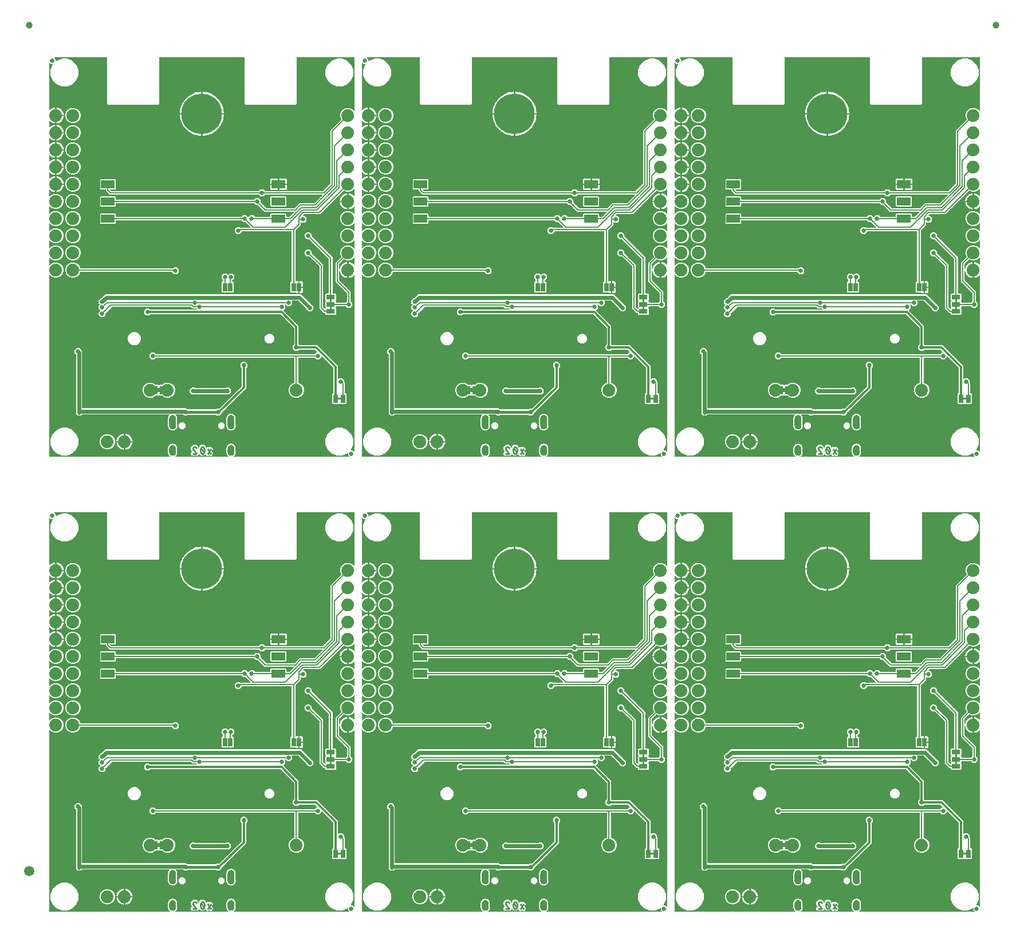
<source format=gbl>
G04 EAGLE Gerber RS-274X export*
G75*
%MOMM*%
%FSLAX34Y34*%
%LPD*%
%INBottom Copper*%
%IPPOS*%
%AMOC8*
5,1,8,0,0,1.08239X$1,22.5*%
G01*
%ADD10C,0.254000*%
%ADD11C,0.755600*%
%ADD12C,0.635000*%
%ADD13R,1.270000X0.660400*%
%ADD14R,0.635000X1.270000*%
%ADD15C,1.879600*%
%ADD16C,6.000000*%
%ADD17R,0.660400X1.270000*%
%ADD18R,2.000000X1.200000*%
%ADD19C,1.000000*%
%ADD20C,1.500000*%
%ADD21C,0.660400*%
%ADD22C,0.558800*%
%ADD23C,0.177800*%
%ADD24C,0.457200*%
%ADD25C,0.304800*%

G36*
X1105646Y3049D02*
X1105646Y3049D01*
X1105649Y3049D01*
X1105744Y3069D01*
X1105840Y3088D01*
X1105843Y3090D01*
X1105845Y3090D01*
X1105926Y3146D01*
X1106006Y3201D01*
X1106008Y3203D01*
X1106010Y3205D01*
X1106063Y3288D01*
X1106115Y3369D01*
X1106116Y3372D01*
X1106117Y3374D01*
X1106134Y3470D01*
X1106151Y3566D01*
X1106150Y3569D01*
X1106151Y3571D01*
X1106129Y3665D01*
X1106107Y3762D01*
X1106106Y3764D01*
X1106105Y3767D01*
X1106003Y3915D01*
X1105756Y4162D01*
X1105714Y4189D01*
X1105667Y4232D01*
X1105233Y4505D01*
X1105221Y4532D01*
X1105186Y4618D01*
X1105180Y4623D01*
X1105177Y4630D01*
X1105109Y4693D01*
X1105043Y4759D01*
X1105036Y4762D01*
X1105030Y4767D01*
X1104984Y4784D01*
X1104934Y4805D01*
X1104662Y5237D01*
X1104628Y5272D01*
X1104592Y5326D01*
X1104230Y5687D01*
X1104224Y5717D01*
X1104208Y5808D01*
X1104204Y5815D01*
X1104203Y5822D01*
X1104150Y5899D01*
X1104101Y5977D01*
X1104094Y5982D01*
X1104090Y5988D01*
X1104049Y6015D01*
X1104004Y6047D01*
X1103836Y6528D01*
X1103811Y6571D01*
X1103787Y6630D01*
X1103514Y7064D01*
X1103514Y7065D01*
X1103524Y7117D01*
X1103518Y7143D01*
X1103520Y7186D01*
X1103518Y7194D01*
X1103518Y7201D01*
X1103488Y7279D01*
X1103480Y7313D01*
X1103470Y7326D01*
X1103453Y7375D01*
X1103448Y7381D01*
X1103445Y7388D01*
X1103411Y7424D01*
X1103375Y7465D01*
X1103318Y7971D01*
X1103302Y8018D01*
X1103292Y8082D01*
X1103124Y8562D01*
X1103137Y8631D01*
X1103151Y8684D01*
X1103149Y8697D01*
X1103151Y8710D01*
X1103151Y9419D01*
X1103146Y9445D01*
X1103148Y9476D01*
X1103076Y10119D01*
X1103077Y10122D01*
X1103119Y10190D01*
X1103123Y10212D01*
X1103132Y10229D01*
X1103136Y10285D01*
X1103151Y10367D01*
X1103151Y14733D01*
X1103135Y14811D01*
X1103126Y14890D01*
X1103116Y14910D01*
X1103112Y14929D01*
X1103080Y14975D01*
X1103076Y14984D01*
X1103148Y15625D01*
X1103146Y15651D01*
X1103151Y15681D01*
X1103151Y16390D01*
X1103147Y16413D01*
X1103149Y16436D01*
X1103123Y16532D01*
X1103122Y16533D01*
X1103292Y17018D01*
X1103299Y17067D01*
X1103318Y17129D01*
X1103375Y17638D01*
X1103394Y17661D01*
X1103456Y17729D01*
X1103458Y17737D01*
X1103463Y17743D01*
X1103491Y17831D01*
X1103521Y17919D01*
X1103521Y17927D01*
X1103523Y17934D01*
X1103518Y17984D01*
X1103516Y18038D01*
X1103787Y18470D01*
X1103804Y18516D01*
X1103836Y18572D01*
X1104005Y19055D01*
X1104029Y19073D01*
X1104104Y19126D01*
X1104109Y19133D01*
X1104115Y19138D01*
X1104161Y19218D01*
X1104210Y19297D01*
X1104212Y19305D01*
X1104215Y19311D01*
X1104222Y19361D01*
X1104231Y19414D01*
X1104592Y19774D01*
X1104619Y19816D01*
X1104662Y19863D01*
X1104935Y20297D01*
X1104962Y20309D01*
X1105048Y20344D01*
X1105053Y20350D01*
X1105060Y20353D01*
X1105123Y20421D01*
X1105189Y20487D01*
X1105192Y20494D01*
X1105197Y20500D01*
X1105214Y20546D01*
X1105235Y20596D01*
X1105667Y20868D01*
X1105702Y20902D01*
X1105756Y20938D01*
X1106117Y21300D01*
X1106147Y21306D01*
X1106238Y21322D01*
X1106245Y21326D01*
X1106252Y21327D01*
X1106329Y21380D01*
X1106407Y21429D01*
X1106412Y21436D01*
X1106418Y21440D01*
X1106445Y21481D01*
X1106477Y21526D01*
X1106958Y21694D01*
X1107001Y21719D01*
X1107060Y21743D01*
X1107494Y22016D01*
X1107523Y22015D01*
X1107616Y22010D01*
X1107624Y22012D01*
X1107632Y22012D01*
X1107718Y22046D01*
X1107805Y22077D01*
X1107811Y22082D01*
X1107818Y22085D01*
X1107854Y22120D01*
X1107895Y22155D01*
X1108401Y22212D01*
X1108448Y22228D01*
X1108512Y22238D01*
X1108995Y22407D01*
X1109024Y22399D01*
X1109113Y22374D01*
X1109121Y22375D01*
X1109128Y22373D01*
X1109220Y22386D01*
X1109312Y22397D01*
X1109319Y22401D01*
X1109327Y22402D01*
X1109369Y22428D01*
X1109417Y22454D01*
X1109923Y22397D01*
X1109972Y22401D01*
X1110037Y22397D01*
X1110545Y22454D01*
X1110573Y22440D01*
X1110653Y22396D01*
X1110661Y22395D01*
X1110668Y22391D01*
X1110760Y22384D01*
X1110852Y22374D01*
X1110860Y22376D01*
X1110868Y22376D01*
X1110915Y22391D01*
X1110967Y22406D01*
X1111448Y22238D01*
X1111497Y22231D01*
X1111559Y22212D01*
X1112068Y22155D01*
X1112091Y22136D01*
X1112159Y22074D01*
X1112167Y22072D01*
X1112173Y22067D01*
X1112261Y22039D01*
X1112349Y22009D01*
X1112357Y22009D01*
X1112364Y22007D01*
X1112414Y22012D01*
X1112468Y22014D01*
X1112900Y21743D01*
X1112946Y21726D01*
X1113002Y21694D01*
X1113485Y21525D01*
X1113503Y21501D01*
X1113556Y21426D01*
X1113563Y21421D01*
X1113568Y21415D01*
X1113648Y21369D01*
X1113727Y21320D01*
X1113735Y21318D01*
X1113741Y21315D01*
X1113791Y21308D01*
X1113844Y21299D01*
X1114204Y20938D01*
X1114246Y20911D01*
X1114293Y20868D01*
X1114723Y20597D01*
X1114731Y20586D01*
X1114739Y20568D01*
X1114774Y20482D01*
X1114780Y20477D01*
X1114783Y20470D01*
X1114851Y20407D01*
X1114917Y20341D01*
X1114924Y20338D01*
X1114930Y20333D01*
X1114976Y20316D01*
X1115026Y20295D01*
X1115298Y19863D01*
X1115332Y19828D01*
X1115368Y19774D01*
X1115730Y19413D01*
X1115736Y19383D01*
X1115752Y19292D01*
X1115756Y19285D01*
X1115757Y19278D01*
X1115810Y19201D01*
X1115859Y19123D01*
X1115866Y19118D01*
X1115870Y19112D01*
X1115911Y19085D01*
X1115956Y19053D01*
X1116124Y18572D01*
X1116149Y18529D01*
X1116173Y18470D01*
X1116446Y18036D01*
X1116445Y18007D01*
X1116440Y17914D01*
X1116442Y17906D01*
X1116442Y17898D01*
X1116476Y17812D01*
X1116507Y17725D01*
X1116512Y17719D01*
X1116515Y17712D01*
X1116550Y17676D01*
X1116585Y17635D01*
X1116642Y17129D01*
X1116658Y17082D01*
X1116668Y17018D01*
X1116836Y16538D01*
X1116823Y16469D01*
X1116809Y16416D01*
X1116811Y16403D01*
X1116809Y16390D01*
X1116809Y15681D01*
X1116814Y15655D01*
X1116812Y15624D01*
X1116884Y14981D01*
X1116883Y14978D01*
X1116841Y14910D01*
X1116837Y14888D01*
X1116828Y14871D01*
X1116824Y14815D01*
X1116809Y14733D01*
X1116809Y10367D01*
X1116825Y10289D01*
X1116834Y10210D01*
X1116844Y10190D01*
X1116848Y10171D01*
X1116880Y10125D01*
X1116884Y10116D01*
X1116812Y9476D01*
X1116814Y9449D01*
X1116809Y9419D01*
X1116809Y8710D01*
X1116813Y8687D01*
X1116811Y8664D01*
X1116837Y8568D01*
X1116838Y8567D01*
X1116668Y8082D01*
X1116661Y8033D01*
X1116642Y7971D01*
X1116585Y7465D01*
X1116581Y7462D01*
X1116570Y7444D01*
X1116566Y7439D01*
X1116504Y7371D01*
X1116502Y7363D01*
X1116497Y7357D01*
X1116481Y7308D01*
X1116472Y7294D01*
X1116465Y7258D01*
X1116439Y7181D01*
X1116439Y7173D01*
X1116437Y7166D01*
X1116441Y7124D01*
X1116436Y7096D01*
X1116444Y7061D01*
X1116173Y6630D01*
X1116156Y6584D01*
X1116124Y6528D01*
X1115955Y6045D01*
X1115931Y6027D01*
X1115856Y5974D01*
X1115851Y5967D01*
X1115845Y5962D01*
X1115799Y5882D01*
X1115750Y5803D01*
X1115748Y5795D01*
X1115745Y5789D01*
X1115738Y5739D01*
X1115729Y5686D01*
X1115368Y5326D01*
X1115341Y5284D01*
X1115298Y5237D01*
X1115025Y4803D01*
X1114998Y4791D01*
X1114912Y4756D01*
X1114907Y4750D01*
X1114900Y4747D01*
X1114837Y4679D01*
X1114771Y4613D01*
X1114768Y4606D01*
X1114763Y4600D01*
X1114746Y4554D01*
X1114725Y4504D01*
X1114293Y4232D01*
X1114257Y4198D01*
X1114204Y4162D01*
X1113957Y3915D01*
X1113956Y3912D01*
X1113954Y3911D01*
X1113900Y3829D01*
X1113847Y3748D01*
X1113846Y3745D01*
X1113845Y3743D01*
X1113827Y3646D01*
X1113809Y3551D01*
X1113809Y3548D01*
X1113809Y3546D01*
X1113831Y3449D01*
X1113851Y3355D01*
X1113852Y3353D01*
X1113853Y3350D01*
X1113909Y3270D01*
X1113965Y3190D01*
X1113967Y3189D01*
X1113969Y3187D01*
X1114052Y3135D01*
X1114134Y3083D01*
X1114137Y3082D01*
X1114139Y3081D01*
X1114316Y3049D01*
X1192004Y3049D01*
X1192006Y3049D01*
X1192009Y3049D01*
X1192103Y3069D01*
X1192200Y3088D01*
X1192203Y3090D01*
X1192205Y3090D01*
X1192285Y3146D01*
X1192366Y3201D01*
X1192368Y3203D01*
X1192370Y3205D01*
X1192423Y3288D01*
X1192475Y3369D01*
X1192476Y3372D01*
X1192477Y3374D01*
X1192494Y3470D01*
X1192511Y3566D01*
X1192510Y3569D01*
X1192511Y3571D01*
X1192489Y3665D01*
X1192467Y3762D01*
X1192466Y3764D01*
X1192465Y3767D01*
X1192363Y3915D01*
X1192116Y4162D01*
X1192074Y4189D01*
X1192027Y4232D01*
X1191593Y4505D01*
X1191581Y4532D01*
X1191546Y4618D01*
X1191540Y4623D01*
X1191537Y4630D01*
X1191469Y4693D01*
X1191403Y4759D01*
X1191396Y4762D01*
X1191390Y4767D01*
X1191344Y4784D01*
X1191294Y4805D01*
X1191022Y5237D01*
X1190988Y5272D01*
X1190952Y5326D01*
X1190590Y5687D01*
X1190584Y5717D01*
X1190568Y5808D01*
X1190564Y5815D01*
X1190563Y5822D01*
X1190510Y5899D01*
X1190461Y5977D01*
X1190454Y5982D01*
X1190450Y5988D01*
X1190409Y6015D01*
X1190364Y6047D01*
X1190196Y6528D01*
X1190171Y6571D01*
X1190147Y6630D01*
X1189874Y7064D01*
X1189874Y7065D01*
X1189884Y7117D01*
X1189878Y7143D01*
X1189880Y7186D01*
X1189878Y7194D01*
X1189878Y7202D01*
X1189848Y7279D01*
X1189840Y7313D01*
X1189830Y7326D01*
X1189813Y7375D01*
X1189808Y7381D01*
X1189805Y7388D01*
X1189770Y7424D01*
X1189735Y7465D01*
X1189678Y7971D01*
X1189662Y8018D01*
X1189652Y8082D01*
X1189484Y8562D01*
X1189497Y8631D01*
X1189511Y8684D01*
X1189509Y8697D01*
X1189511Y8710D01*
X1189511Y9419D01*
X1189506Y9445D01*
X1189508Y9476D01*
X1189436Y10119D01*
X1189437Y10122D01*
X1189479Y10190D01*
X1189483Y10212D01*
X1189492Y10229D01*
X1189496Y10285D01*
X1189511Y10367D01*
X1189511Y14733D01*
X1189495Y14811D01*
X1189486Y14890D01*
X1189476Y14910D01*
X1189472Y14929D01*
X1189440Y14975D01*
X1189436Y14984D01*
X1189508Y15624D01*
X1189506Y15651D01*
X1189511Y15681D01*
X1189511Y16390D01*
X1189507Y16413D01*
X1189509Y16436D01*
X1189483Y16532D01*
X1189482Y16533D01*
X1189652Y17018D01*
X1189659Y17067D01*
X1189678Y17129D01*
X1189735Y17638D01*
X1189754Y17661D01*
X1189816Y17729D01*
X1189818Y17737D01*
X1189823Y17743D01*
X1189851Y17831D01*
X1189881Y17919D01*
X1189881Y17927D01*
X1189883Y17934D01*
X1189878Y17984D01*
X1189876Y18038D01*
X1190147Y18470D01*
X1190164Y18516D01*
X1190196Y18572D01*
X1190365Y19055D01*
X1190389Y19073D01*
X1190464Y19126D01*
X1190469Y19133D01*
X1190475Y19138D01*
X1190521Y19218D01*
X1190570Y19297D01*
X1190572Y19305D01*
X1190575Y19311D01*
X1190582Y19361D01*
X1190591Y19414D01*
X1190952Y19774D01*
X1190979Y19816D01*
X1191022Y19863D01*
X1191295Y20297D01*
X1191322Y20309D01*
X1191408Y20344D01*
X1191413Y20350D01*
X1191420Y20353D01*
X1191483Y20421D01*
X1191549Y20487D01*
X1191552Y20494D01*
X1191557Y20500D01*
X1191574Y20546D01*
X1191595Y20596D01*
X1192027Y20868D01*
X1192062Y20902D01*
X1192116Y20938D01*
X1192477Y21300D01*
X1192507Y21306D01*
X1192598Y21322D01*
X1192605Y21326D01*
X1192612Y21327D01*
X1192689Y21380D01*
X1192767Y21429D01*
X1192772Y21436D01*
X1192778Y21440D01*
X1192805Y21481D01*
X1192837Y21526D01*
X1193318Y21694D01*
X1193361Y21719D01*
X1193420Y21743D01*
X1193854Y22016D01*
X1193883Y22015D01*
X1193976Y22010D01*
X1193984Y22012D01*
X1193992Y22012D01*
X1194078Y22046D01*
X1194165Y22077D01*
X1194171Y22082D01*
X1194178Y22085D01*
X1194214Y22120D01*
X1194255Y22155D01*
X1194761Y22212D01*
X1194808Y22228D01*
X1194872Y22238D01*
X1195355Y22407D01*
X1195384Y22399D01*
X1195473Y22374D01*
X1195481Y22375D01*
X1195488Y22373D01*
X1195580Y22386D01*
X1195672Y22397D01*
X1195679Y22401D01*
X1195687Y22402D01*
X1195729Y22428D01*
X1195777Y22454D01*
X1196283Y22397D01*
X1196332Y22401D01*
X1196397Y22397D01*
X1196905Y22454D01*
X1196933Y22440D01*
X1197013Y22396D01*
X1197021Y22395D01*
X1197028Y22391D01*
X1197120Y22384D01*
X1197212Y22374D01*
X1197220Y22376D01*
X1197228Y22376D01*
X1197275Y22391D01*
X1197327Y22406D01*
X1197808Y22238D01*
X1197857Y22231D01*
X1197919Y22212D01*
X1198428Y22155D01*
X1198451Y22136D01*
X1198519Y22074D01*
X1198527Y22072D01*
X1198533Y22067D01*
X1198621Y22039D01*
X1198709Y22009D01*
X1198717Y22009D01*
X1198724Y22007D01*
X1198774Y22012D01*
X1198828Y22014D01*
X1199260Y21743D01*
X1199306Y21726D01*
X1199362Y21694D01*
X1199845Y21525D01*
X1199863Y21501D01*
X1199916Y21426D01*
X1199923Y21421D01*
X1199928Y21415D01*
X1200008Y21369D01*
X1200087Y21320D01*
X1200095Y21318D01*
X1200101Y21315D01*
X1200151Y21308D01*
X1200204Y21299D01*
X1200564Y20938D01*
X1200606Y20911D01*
X1200653Y20868D01*
X1201083Y20597D01*
X1201091Y20586D01*
X1201099Y20568D01*
X1201134Y20482D01*
X1201140Y20477D01*
X1201143Y20470D01*
X1201211Y20407D01*
X1201277Y20341D01*
X1201284Y20338D01*
X1201290Y20333D01*
X1201336Y20316D01*
X1201386Y20295D01*
X1201658Y19863D01*
X1201692Y19828D01*
X1201728Y19774D01*
X1202090Y19413D01*
X1202096Y19383D01*
X1202112Y19292D01*
X1202116Y19285D01*
X1202117Y19278D01*
X1202170Y19201D01*
X1202219Y19123D01*
X1202226Y19118D01*
X1202230Y19112D01*
X1202271Y19085D01*
X1202316Y19053D01*
X1202484Y18572D01*
X1202509Y18529D01*
X1202533Y18470D01*
X1202806Y18036D01*
X1202805Y18007D01*
X1202800Y17914D01*
X1202802Y17906D01*
X1202802Y17898D01*
X1202836Y17812D01*
X1202867Y17725D01*
X1202872Y17719D01*
X1202875Y17712D01*
X1202910Y17676D01*
X1202945Y17635D01*
X1203002Y17129D01*
X1203018Y17082D01*
X1203028Y17018D01*
X1203196Y16538D01*
X1203183Y16469D01*
X1203169Y16416D01*
X1203171Y16403D01*
X1203169Y16390D01*
X1203169Y15681D01*
X1203174Y15655D01*
X1203172Y15624D01*
X1203244Y14981D01*
X1203243Y14978D01*
X1203201Y14910D01*
X1203197Y14888D01*
X1203188Y14871D01*
X1203184Y14815D01*
X1203169Y14733D01*
X1203169Y10367D01*
X1203185Y10289D01*
X1203194Y10210D01*
X1203204Y10190D01*
X1203208Y10171D01*
X1203240Y10125D01*
X1203244Y10116D01*
X1203172Y9476D01*
X1203174Y9449D01*
X1203169Y9419D01*
X1203169Y8710D01*
X1203173Y8687D01*
X1203171Y8664D01*
X1203197Y8568D01*
X1203198Y8567D01*
X1203028Y8082D01*
X1203021Y8033D01*
X1203002Y7971D01*
X1202945Y7465D01*
X1202941Y7462D01*
X1202930Y7444D01*
X1202926Y7440D01*
X1202864Y7371D01*
X1202862Y7363D01*
X1202857Y7357D01*
X1202841Y7308D01*
X1202832Y7294D01*
X1202825Y7258D01*
X1202799Y7181D01*
X1202799Y7173D01*
X1202797Y7166D01*
X1202801Y7124D01*
X1202796Y7096D01*
X1202804Y7061D01*
X1202533Y6630D01*
X1202516Y6584D01*
X1202484Y6528D01*
X1202315Y6045D01*
X1202291Y6027D01*
X1202216Y5974D01*
X1202211Y5967D01*
X1202205Y5962D01*
X1202159Y5882D01*
X1202110Y5803D01*
X1202108Y5795D01*
X1202105Y5789D01*
X1202098Y5739D01*
X1202089Y5686D01*
X1201728Y5326D01*
X1201701Y5284D01*
X1201658Y5237D01*
X1201385Y4803D01*
X1201358Y4791D01*
X1201272Y4756D01*
X1201267Y4750D01*
X1201260Y4747D01*
X1201197Y4679D01*
X1201131Y4613D01*
X1201128Y4606D01*
X1201123Y4600D01*
X1201106Y4554D01*
X1201085Y4504D01*
X1200653Y4232D01*
X1200617Y4198D01*
X1200564Y4162D01*
X1200317Y3915D01*
X1200316Y3912D01*
X1200314Y3911D01*
X1200260Y3829D01*
X1200207Y3748D01*
X1200206Y3745D01*
X1200205Y3743D01*
X1200187Y3646D01*
X1200169Y3551D01*
X1200169Y3548D01*
X1200169Y3546D01*
X1200191Y3449D01*
X1200211Y3355D01*
X1200212Y3353D01*
X1200213Y3350D01*
X1200269Y3270D01*
X1200325Y3190D01*
X1200327Y3189D01*
X1200329Y3187D01*
X1200412Y3135D01*
X1200494Y3083D01*
X1200497Y3082D01*
X1200499Y3081D01*
X1200676Y3049D01*
X1370481Y3049D01*
X1370484Y3049D01*
X1370486Y3049D01*
X1370581Y3069D01*
X1370678Y3088D01*
X1370680Y3090D01*
X1370682Y3090D01*
X1370763Y3146D01*
X1370843Y3201D01*
X1370845Y3203D01*
X1370847Y3205D01*
X1370900Y3288D01*
X1370953Y3369D01*
X1370953Y3372D01*
X1370954Y3374D01*
X1370971Y3470D01*
X1370988Y3566D01*
X1370988Y3569D01*
X1370988Y3571D01*
X1370966Y3666D01*
X1370945Y3762D01*
X1370943Y3764D01*
X1370942Y3767D01*
X1370840Y3915D01*
X1369186Y5568D01*
X1369186Y7905D01*
X1369186Y7907D01*
X1369186Y7910D01*
X1369166Y8005D01*
X1369147Y8101D01*
X1369145Y8103D01*
X1369145Y8106D01*
X1369089Y8185D01*
X1369034Y8267D01*
X1369032Y8268D01*
X1369030Y8271D01*
X1368947Y8323D01*
X1368866Y8376D01*
X1368863Y8377D01*
X1368861Y8378D01*
X1368765Y8394D01*
X1368669Y8412D01*
X1368666Y8411D01*
X1368664Y8412D01*
X1368571Y8390D01*
X1368473Y8368D01*
X1368471Y8367D01*
X1368468Y8366D01*
X1368320Y8263D01*
X1368015Y7958D01*
X1367090Y7574D01*
X1367089Y7574D01*
X1365865Y7067D01*
X1364640Y6560D01*
X1363416Y6053D01*
X1362191Y5545D01*
X1360967Y5038D01*
X1360966Y5038D01*
X1360453Y4825D01*
X1352267Y4825D01*
X1344705Y7958D01*
X1338918Y13745D01*
X1335785Y21307D01*
X1335785Y29493D01*
X1338918Y37055D01*
X1344705Y42842D01*
X1345475Y43161D01*
X1346699Y43668D01*
X1347924Y44176D01*
X1349148Y44683D01*
X1349149Y44683D01*
X1350373Y45190D01*
X1351598Y45697D01*
X1352267Y45975D01*
X1360453Y45975D01*
X1368015Y42842D01*
X1373802Y37055D01*
X1376935Y29493D01*
X1376935Y21307D01*
X1373802Y13745D01*
X1373497Y13440D01*
X1373495Y13437D01*
X1373493Y13436D01*
X1373441Y13355D01*
X1373386Y13273D01*
X1373385Y13270D01*
X1373384Y13268D01*
X1373367Y13172D01*
X1373348Y13076D01*
X1373349Y13073D01*
X1373348Y13071D01*
X1373370Y12974D01*
X1373390Y12880D01*
X1373391Y12878D01*
X1373392Y12875D01*
X1373448Y12795D01*
X1373504Y12715D01*
X1373506Y12714D01*
X1373508Y12712D01*
X1373591Y12660D01*
X1373673Y12608D01*
X1373676Y12607D01*
X1373678Y12606D01*
X1373855Y12574D01*
X1376192Y12574D01*
X1377845Y10920D01*
X1377848Y10919D01*
X1377849Y10917D01*
X1377930Y10864D01*
X1378012Y10809D01*
X1378015Y10809D01*
X1378017Y10807D01*
X1378113Y10790D01*
X1378209Y10772D01*
X1378212Y10772D01*
X1378214Y10772D01*
X1378311Y10793D01*
X1378405Y10813D01*
X1378407Y10815D01*
X1378410Y10815D01*
X1378490Y10872D01*
X1378570Y10928D01*
X1378571Y10930D01*
X1378573Y10931D01*
X1378624Y11012D01*
X1378677Y11097D01*
X1378678Y11099D01*
X1378679Y11102D01*
X1378711Y11279D01*
X1378711Y270943D01*
X1378711Y270945D01*
X1378711Y270948D01*
X1378691Y271043D01*
X1378672Y271139D01*
X1378670Y271141D01*
X1378670Y271144D01*
X1378614Y271225D01*
X1378559Y271305D01*
X1378557Y271306D01*
X1378555Y271309D01*
X1378472Y271362D01*
X1378391Y271414D01*
X1378388Y271415D01*
X1378386Y271416D01*
X1378290Y271433D01*
X1378194Y271450D01*
X1378191Y271449D01*
X1378189Y271450D01*
X1378094Y271428D01*
X1377998Y271406D01*
X1377996Y271405D01*
X1377993Y271404D01*
X1377845Y271301D01*
X1376838Y270294D01*
X1375317Y269189D01*
X1373643Y268336D01*
X1371856Y267755D01*
X1370075Y267473D01*
X1370075Y278892D01*
X1370074Y278897D01*
X1370075Y278902D01*
X1370054Y278995D01*
X1370036Y279088D01*
X1370033Y279093D01*
X1370032Y279098D01*
X1369976Y279176D01*
X1369923Y279254D01*
X1369919Y279257D01*
X1369916Y279261D01*
X1369834Y279312D01*
X1369755Y279363D01*
X1369750Y279364D01*
X1369745Y279367D01*
X1369568Y279399D01*
X1368552Y279399D01*
X1368547Y279398D01*
X1368542Y279399D01*
X1368449Y279378D01*
X1368356Y279360D01*
X1368351Y279357D01*
X1368346Y279355D01*
X1368268Y279300D01*
X1368190Y279247D01*
X1368187Y279242D01*
X1368183Y279239D01*
X1368132Y279158D01*
X1368080Y279079D01*
X1368080Y279074D01*
X1368077Y279069D01*
X1368045Y278892D01*
X1368045Y267473D01*
X1366264Y267755D01*
X1364477Y268336D01*
X1362803Y269189D01*
X1361282Y270294D01*
X1359954Y271622D01*
X1358849Y273143D01*
X1357996Y274817D01*
X1357415Y276604D01*
X1357242Y277698D01*
X1357221Y277755D01*
X1357209Y277815D01*
X1357186Y277849D01*
X1357172Y277886D01*
X1357130Y277931D01*
X1357096Y277981D01*
X1357062Y278003D01*
X1357035Y278032D01*
X1356979Y278057D01*
X1356928Y278090D01*
X1356888Y278098D01*
X1356852Y278114D01*
X1356791Y278115D01*
X1356731Y278126D01*
X1356691Y278117D01*
X1356651Y278118D01*
X1356595Y278096D01*
X1356535Y278082D01*
X1356502Y278059D01*
X1356465Y278045D01*
X1356421Y278002D01*
X1356372Y277966D01*
X1356350Y277932D01*
X1356322Y277904D01*
X1356298Y277848D01*
X1356266Y277796D01*
X1356258Y277753D01*
X1356244Y277720D01*
X1356243Y277669D01*
X1356234Y277619D01*
X1356234Y264459D01*
X1356235Y264451D01*
X1356234Y264444D01*
X1356255Y264354D01*
X1356273Y264263D01*
X1356278Y264256D01*
X1356280Y264248D01*
X1356382Y264100D01*
X1372998Y247485D01*
X1372998Y233328D01*
X1372999Y233320D01*
X1372998Y233312D01*
X1373019Y233222D01*
X1373037Y233131D01*
X1373042Y233125D01*
X1373044Y233117D01*
X1373146Y232969D01*
X1375411Y230705D01*
X1375411Y226495D01*
X1372435Y223519D01*
X1368225Y223519D01*
X1365961Y225784D01*
X1365954Y225788D01*
X1365950Y225794D01*
X1365871Y225843D01*
X1365794Y225895D01*
X1365786Y225896D01*
X1365780Y225900D01*
X1365602Y225932D01*
X1352296Y225932D01*
X1352291Y225931D01*
X1352286Y225932D01*
X1352193Y225911D01*
X1352099Y225893D01*
X1352095Y225890D01*
X1352090Y225889D01*
X1352012Y225833D01*
X1351934Y225780D01*
X1351931Y225776D01*
X1351927Y225773D01*
X1351876Y225691D01*
X1351824Y225612D01*
X1351824Y225607D01*
X1351821Y225602D01*
X1351789Y225425D01*
X1351789Y224561D01*
X1350979Y223752D01*
X1350976Y223747D01*
X1350972Y223744D01*
X1350921Y223664D01*
X1350868Y223585D01*
X1350867Y223580D01*
X1350864Y223575D01*
X1350848Y223481D01*
X1350831Y223388D01*
X1350832Y223383D01*
X1350831Y223377D01*
X1350852Y223285D01*
X1350872Y223192D01*
X1350875Y223187D01*
X1350876Y223182D01*
X1350979Y223034D01*
X1351789Y222225D01*
X1351789Y214147D01*
X1350747Y213105D01*
X1336573Y213105D01*
X1335531Y214147D01*
X1335531Y215011D01*
X1335530Y215016D01*
X1335531Y215021D01*
X1335510Y215114D01*
X1335492Y215208D01*
X1335489Y215212D01*
X1335488Y215217D01*
X1335432Y215295D01*
X1335379Y215373D01*
X1335375Y215376D01*
X1335372Y215380D01*
X1335290Y215431D01*
X1335211Y215483D01*
X1335206Y215483D01*
X1335201Y215486D01*
X1335024Y215518D01*
X1333919Y215518D01*
X1328734Y220704D01*
X1328733Y220704D01*
X1327022Y222415D01*
X1327022Y284435D01*
X1327021Y284443D01*
X1327022Y284450D01*
X1327001Y284540D01*
X1326983Y284631D01*
X1326978Y284638D01*
X1326976Y284646D01*
X1326874Y284794D01*
X1312097Y299571D01*
X1312090Y299575D01*
X1312085Y299581D01*
X1312007Y299630D01*
X1311930Y299682D01*
X1311922Y299683D01*
X1311915Y299687D01*
X1311738Y299719D01*
X1308535Y299719D01*
X1305559Y302695D01*
X1305559Y306905D01*
X1308535Y309881D01*
X1312745Y309881D01*
X1315721Y306905D01*
X1315721Y303702D01*
X1315722Y303694D01*
X1315721Y303687D01*
X1315742Y303597D01*
X1315760Y303506D01*
X1315765Y303499D01*
X1315767Y303491D01*
X1315869Y303343D01*
X1330646Y288566D01*
X1332358Y286855D01*
X1332358Y224835D01*
X1332359Y224827D01*
X1332358Y224820D01*
X1332379Y224730D01*
X1332397Y224639D01*
X1332402Y224632D01*
X1332404Y224624D01*
X1332506Y224476D01*
X1334786Y222197D01*
X1334790Y222194D01*
X1334793Y222190D01*
X1334873Y222139D01*
X1334953Y222086D01*
X1334958Y222085D01*
X1334962Y222082D01*
X1335056Y222066D01*
X1335150Y222048D01*
X1335155Y222049D01*
X1335160Y222048D01*
X1335252Y222070D01*
X1335346Y222090D01*
X1335350Y222093D01*
X1335355Y222094D01*
X1335503Y222197D01*
X1336341Y223034D01*
X1336344Y223039D01*
X1336348Y223042D01*
X1336399Y223122D01*
X1336452Y223201D01*
X1336453Y223206D01*
X1336456Y223211D01*
X1336472Y223305D01*
X1336489Y223398D01*
X1336488Y223403D01*
X1336489Y223408D01*
X1336468Y223501D01*
X1336448Y223594D01*
X1336445Y223599D01*
X1336444Y223604D01*
X1336341Y223752D01*
X1335531Y224561D01*
X1335531Y232639D01*
X1336341Y233448D01*
X1336344Y233453D01*
X1336348Y233456D01*
X1336399Y233536D01*
X1336452Y233615D01*
X1336453Y233620D01*
X1336456Y233625D01*
X1336472Y233719D01*
X1336489Y233812D01*
X1336488Y233817D01*
X1336489Y233822D01*
X1336468Y233915D01*
X1336448Y234008D01*
X1336445Y234013D01*
X1336444Y234018D01*
X1336341Y234166D01*
X1335531Y234975D01*
X1335531Y243053D01*
X1336573Y244095D01*
X1340485Y244095D01*
X1340490Y244096D01*
X1340495Y244095D01*
X1340588Y244116D01*
X1340682Y244134D01*
X1340686Y244137D01*
X1340691Y244138D01*
X1340769Y244194D01*
X1340847Y244247D01*
X1340850Y244251D01*
X1340854Y244254D01*
X1340905Y244336D01*
X1340957Y244415D01*
X1340957Y244420D01*
X1340960Y244425D01*
X1340992Y244602D01*
X1340992Y295865D01*
X1340991Y295873D01*
X1340992Y295880D01*
X1340971Y295970D01*
X1340953Y296061D01*
X1340948Y296068D01*
X1340946Y296076D01*
X1340844Y296224D01*
X1312097Y324971D01*
X1312090Y324975D01*
X1312085Y324981D01*
X1312007Y325030D01*
X1311930Y325082D01*
X1311922Y325083D01*
X1311915Y325087D01*
X1311738Y325119D01*
X1308535Y325119D01*
X1305559Y328095D01*
X1305559Y332305D01*
X1308535Y335281D01*
X1312745Y335281D01*
X1315721Y332305D01*
X1315721Y329102D01*
X1315722Y329094D01*
X1315721Y329087D01*
X1315742Y328997D01*
X1315760Y328906D01*
X1315765Y328899D01*
X1315767Y328891D01*
X1315869Y328743D01*
X1346328Y298285D01*
X1346328Y244602D01*
X1346329Y244597D01*
X1346328Y244592D01*
X1346349Y244499D01*
X1346367Y244405D01*
X1346370Y244401D01*
X1346371Y244396D01*
X1346427Y244318D01*
X1346480Y244240D01*
X1346484Y244237D01*
X1346487Y244233D01*
X1346569Y244182D01*
X1346648Y244130D01*
X1346653Y244130D01*
X1346658Y244127D01*
X1346835Y244095D01*
X1350747Y244095D01*
X1351789Y243053D01*
X1351789Y234975D01*
X1350979Y234166D01*
X1350976Y234161D01*
X1350972Y234158D01*
X1350921Y234078D01*
X1350868Y233999D01*
X1350867Y233994D01*
X1350864Y233989D01*
X1350848Y233895D01*
X1350831Y233802D01*
X1350832Y233797D01*
X1350831Y233791D01*
X1350852Y233699D01*
X1350872Y233606D01*
X1350875Y233601D01*
X1350876Y233596D01*
X1350979Y233448D01*
X1351789Y232639D01*
X1351789Y231775D01*
X1351790Y231770D01*
X1351789Y231765D01*
X1351810Y231672D01*
X1351828Y231578D01*
X1351831Y231574D01*
X1351832Y231569D01*
X1351888Y231491D01*
X1351941Y231413D01*
X1351945Y231410D01*
X1351948Y231406D01*
X1352030Y231355D01*
X1352109Y231303D01*
X1352114Y231303D01*
X1352119Y231300D01*
X1352296Y231268D01*
X1365602Y231268D01*
X1365610Y231269D01*
X1365618Y231268D01*
X1365708Y231289D01*
X1365799Y231307D01*
X1365805Y231312D01*
X1365813Y231314D01*
X1365961Y231416D01*
X1367514Y232969D01*
X1367518Y232976D01*
X1367524Y232980D01*
X1367573Y233059D01*
X1367625Y233136D01*
X1367626Y233144D01*
X1367630Y233150D01*
X1367662Y233328D01*
X1367662Y245065D01*
X1367661Y245073D01*
X1367662Y245080D01*
X1367641Y245170D01*
X1367623Y245261D01*
X1367618Y245268D01*
X1367616Y245276D01*
X1367514Y245424D01*
X1350898Y262039D01*
X1350898Y290411D01*
X1352610Y292122D01*
X1359161Y298674D01*
X1359165Y298679D01*
X1359170Y298683D01*
X1359220Y298762D01*
X1359272Y298841D01*
X1359273Y298847D01*
X1359277Y298853D01*
X1359292Y298946D01*
X1359310Y299038D01*
X1359308Y299044D01*
X1359309Y299051D01*
X1359271Y299227D01*
X1357883Y302577D01*
X1357883Y307023D01*
X1359585Y311131D01*
X1362729Y314275D01*
X1363368Y314540D01*
X1364592Y315047D01*
X1365817Y315554D01*
X1366837Y315977D01*
X1371283Y315977D01*
X1375391Y314275D01*
X1377845Y311821D01*
X1377848Y311819D01*
X1377849Y311817D01*
X1377931Y311764D01*
X1378012Y311710D01*
X1378015Y311709D01*
X1378017Y311708D01*
X1378113Y311691D01*
X1378209Y311672D01*
X1378212Y311673D01*
X1378214Y311672D01*
X1378311Y311694D01*
X1378405Y311714D01*
X1378407Y311715D01*
X1378410Y311716D01*
X1378490Y311773D01*
X1378570Y311828D01*
X1378571Y311831D01*
X1378573Y311832D01*
X1378625Y311915D01*
X1378677Y311997D01*
X1378678Y312000D01*
X1378679Y312002D01*
X1378711Y312180D01*
X1378711Y322820D01*
X1378711Y322823D01*
X1378711Y322826D01*
X1378691Y322920D01*
X1378672Y323017D01*
X1378670Y323019D01*
X1378670Y323022D01*
X1378614Y323102D01*
X1378559Y323183D01*
X1378557Y323184D01*
X1378555Y323186D01*
X1378472Y323240D01*
X1378391Y323292D01*
X1378388Y323292D01*
X1378386Y323294D01*
X1378290Y323310D01*
X1378194Y323328D01*
X1378191Y323327D01*
X1378189Y323327D01*
X1378095Y323306D01*
X1377998Y323284D01*
X1377996Y323282D01*
X1377993Y323282D01*
X1377845Y323179D01*
X1375391Y320725D01*
X1374963Y320548D01*
X1373739Y320040D01*
X1372514Y319533D01*
X1371290Y319026D01*
X1371289Y319026D01*
X1371283Y319023D01*
X1366837Y319023D01*
X1362729Y320725D01*
X1359585Y323869D01*
X1357883Y327977D01*
X1357883Y332423D01*
X1359585Y336531D01*
X1362729Y339675D01*
X1363277Y339902D01*
X1364502Y340410D01*
X1365726Y340917D01*
X1365727Y340917D01*
X1366837Y341377D01*
X1371283Y341377D01*
X1375391Y339675D01*
X1377845Y337221D01*
X1377848Y337219D01*
X1377849Y337217D01*
X1377931Y337164D01*
X1378012Y337110D01*
X1378015Y337109D01*
X1378017Y337108D01*
X1378113Y337091D01*
X1378209Y337072D01*
X1378212Y337073D01*
X1378214Y337072D01*
X1378311Y337094D01*
X1378405Y337114D01*
X1378407Y337115D01*
X1378410Y337116D01*
X1378490Y337173D01*
X1378570Y337228D01*
X1378571Y337231D01*
X1378573Y337232D01*
X1378625Y337315D01*
X1378677Y337397D01*
X1378678Y337400D01*
X1378679Y337402D01*
X1378711Y337580D01*
X1378711Y348220D01*
X1378711Y348223D01*
X1378711Y348226D01*
X1378691Y348320D01*
X1378672Y348417D01*
X1378670Y348419D01*
X1378670Y348422D01*
X1378614Y348502D01*
X1378559Y348583D01*
X1378557Y348584D01*
X1378555Y348586D01*
X1378472Y348640D01*
X1378391Y348692D01*
X1378388Y348692D01*
X1378386Y348694D01*
X1378290Y348710D01*
X1378194Y348728D01*
X1378191Y348727D01*
X1378189Y348727D01*
X1378095Y348706D01*
X1377998Y348684D01*
X1377996Y348682D01*
X1377993Y348682D01*
X1377845Y348579D01*
X1375391Y346125D01*
X1374873Y345910D01*
X1373648Y345403D01*
X1372424Y344896D01*
X1372423Y344896D01*
X1371283Y344423D01*
X1366837Y344423D01*
X1362729Y346125D01*
X1359585Y349269D01*
X1357883Y353377D01*
X1357883Y357823D01*
X1359585Y361931D01*
X1362729Y365075D01*
X1363187Y365265D01*
X1364411Y365772D01*
X1365636Y366279D01*
X1366837Y366777D01*
X1371283Y366777D01*
X1375391Y365075D01*
X1377845Y362621D01*
X1377848Y362619D01*
X1377849Y362617D01*
X1377931Y362564D01*
X1378012Y362510D01*
X1378015Y362509D01*
X1378017Y362508D01*
X1378113Y362491D01*
X1378209Y362472D01*
X1378212Y362473D01*
X1378214Y362472D01*
X1378311Y362494D01*
X1378405Y362514D01*
X1378407Y362515D01*
X1378410Y362516D01*
X1378490Y362573D01*
X1378570Y362628D01*
X1378571Y362631D01*
X1378573Y362632D01*
X1378625Y362715D01*
X1378677Y362797D01*
X1378678Y362800D01*
X1378679Y362802D01*
X1378711Y362980D01*
X1378711Y372543D01*
X1378711Y372545D01*
X1378711Y372548D01*
X1378691Y372643D01*
X1378672Y372739D01*
X1378670Y372741D01*
X1378670Y372744D01*
X1378614Y372824D01*
X1378559Y372905D01*
X1378557Y372906D01*
X1378555Y372909D01*
X1378472Y372962D01*
X1378391Y373014D01*
X1378388Y373015D01*
X1378386Y373016D01*
X1378290Y373033D01*
X1378194Y373050D01*
X1378191Y373049D01*
X1378189Y373050D01*
X1378094Y373028D01*
X1377998Y373006D01*
X1377996Y373005D01*
X1377993Y373004D01*
X1377845Y372901D01*
X1376838Y371894D01*
X1375317Y370789D01*
X1373643Y369936D01*
X1371856Y369355D01*
X1370075Y369073D01*
X1370075Y380492D01*
X1370074Y380497D01*
X1370075Y380502D01*
X1370054Y380595D01*
X1370036Y380688D01*
X1370033Y380693D01*
X1370032Y380698D01*
X1369976Y380776D01*
X1369923Y380854D01*
X1369919Y380857D01*
X1369916Y380861D01*
X1369834Y380912D01*
X1369755Y380963D01*
X1369750Y380964D01*
X1369745Y380967D01*
X1369568Y380999D01*
X1369059Y380999D01*
X1369059Y381001D01*
X1369568Y381001D01*
X1369573Y381002D01*
X1369578Y381001D01*
X1369671Y381022D01*
X1369764Y381040D01*
X1369769Y381043D01*
X1369774Y381045D01*
X1369852Y381100D01*
X1369930Y381153D01*
X1369933Y381158D01*
X1369937Y381161D01*
X1369988Y381242D01*
X1370039Y381321D01*
X1370040Y381326D01*
X1370043Y381331D01*
X1370075Y381508D01*
X1370075Y392927D01*
X1371856Y392645D01*
X1373643Y392064D01*
X1375317Y391211D01*
X1376838Y390106D01*
X1377845Y389099D01*
X1377848Y389097D01*
X1377849Y389095D01*
X1377929Y389043D01*
X1378012Y388988D01*
X1378015Y388987D01*
X1378017Y388986D01*
X1378113Y388968D01*
X1378209Y388950D01*
X1378212Y388951D01*
X1378214Y388950D01*
X1378311Y388972D01*
X1378405Y388992D01*
X1378407Y388993D01*
X1378410Y388994D01*
X1378490Y389050D01*
X1378570Y389106D01*
X1378571Y389108D01*
X1378573Y389110D01*
X1378625Y389192D01*
X1378677Y389275D01*
X1378678Y389278D01*
X1378679Y389280D01*
X1378711Y389457D01*
X1378711Y399020D01*
X1378711Y399023D01*
X1378711Y399026D01*
X1378691Y399120D01*
X1378672Y399217D01*
X1378670Y399219D01*
X1378670Y399222D01*
X1378614Y399302D01*
X1378559Y399383D01*
X1378557Y399384D01*
X1378555Y399386D01*
X1378472Y399440D01*
X1378391Y399492D01*
X1378388Y399492D01*
X1378386Y399494D01*
X1378290Y399510D01*
X1378194Y399528D01*
X1378191Y399527D01*
X1378189Y399527D01*
X1378095Y399506D01*
X1377998Y399484D01*
X1377996Y399482D01*
X1377993Y399482D01*
X1377845Y399379D01*
X1375391Y396925D01*
X1374692Y396635D01*
X1373467Y396128D01*
X1372243Y395621D01*
X1372242Y395621D01*
X1371283Y395223D01*
X1366837Y395223D01*
X1363487Y396611D01*
X1363480Y396612D01*
X1363475Y396616D01*
X1363382Y396632D01*
X1363290Y396650D01*
X1363283Y396648D01*
X1363277Y396649D01*
X1363185Y396628D01*
X1363094Y396609D01*
X1363088Y396605D01*
X1363082Y396604D01*
X1362934Y396501D01*
X1329966Y363534D01*
X1328255Y361822D01*
X1304335Y361822D01*
X1304327Y361821D01*
X1304320Y361822D01*
X1304230Y361801D01*
X1304139Y361783D01*
X1304132Y361778D01*
X1304124Y361776D01*
X1303976Y361674D01*
X1302579Y360277D01*
X1302578Y360274D01*
X1302576Y360273D01*
X1302524Y360193D01*
X1302468Y360110D01*
X1302468Y360107D01*
X1302467Y360105D01*
X1302449Y360009D01*
X1302431Y359913D01*
X1302431Y359910D01*
X1302431Y359908D01*
X1302452Y359811D01*
X1302472Y359717D01*
X1302474Y359715D01*
X1302475Y359712D01*
X1302531Y359632D01*
X1302587Y359552D01*
X1302589Y359551D01*
X1302591Y359549D01*
X1302674Y359496D01*
X1302756Y359445D01*
X1302758Y359444D01*
X1302761Y359443D01*
X1302938Y359411D01*
X1305125Y359411D01*
X1308101Y356435D01*
X1308101Y352225D01*
X1305125Y349249D01*
X1300915Y349249D01*
X1300153Y350012D01*
X1300150Y350014D01*
X1300149Y350016D01*
X1300069Y350068D01*
X1299986Y350123D01*
X1299983Y350124D01*
X1299981Y350125D01*
X1299885Y350142D01*
X1299789Y350161D01*
X1299786Y350160D01*
X1299784Y350161D01*
X1299687Y350139D01*
X1299593Y350119D01*
X1299591Y350118D01*
X1299588Y350117D01*
X1299508Y350060D01*
X1299428Y350005D01*
X1299427Y350003D01*
X1299425Y350001D01*
X1299373Y349918D01*
X1299321Y349836D01*
X1299320Y349833D01*
X1299319Y349831D01*
X1299287Y349653D01*
X1299287Y345808D01*
X1291612Y338134D01*
X1291608Y338127D01*
X1291602Y338122D01*
X1291553Y338044D01*
X1291501Y337967D01*
X1291500Y337959D01*
X1291496Y337952D01*
X1291464Y337775D01*
X1291464Y262843D01*
X1291471Y262806D01*
X1291469Y262769D01*
X1291491Y262709D01*
X1291503Y262646D01*
X1291524Y262616D01*
X1291537Y262580D01*
X1291580Y262533D01*
X1291616Y262481D01*
X1291647Y262460D01*
X1291673Y262433D01*
X1291731Y262406D01*
X1291784Y262371D01*
X1291821Y262365D01*
X1291855Y262349D01*
X1291918Y262347D01*
X1291981Y262336D01*
X1292018Y262344D01*
X1292055Y262343D01*
X1292125Y262368D01*
X1292177Y262379D01*
X1292197Y262394D01*
X1292225Y262404D01*
X1292768Y262718D01*
X1293414Y262891D01*
X1295909Y262891D01*
X1295909Y254508D01*
X1295910Y254503D01*
X1295909Y254498D01*
X1295930Y254405D01*
X1295948Y254312D01*
X1295951Y254307D01*
X1295952Y254302D01*
X1296008Y254224D01*
X1296061Y254146D01*
X1296065Y254143D01*
X1296068Y254139D01*
X1296150Y254088D01*
X1296229Y254037D01*
X1296234Y254036D01*
X1296239Y254033D01*
X1296416Y254001D01*
X1296925Y254001D01*
X1296925Y253999D01*
X1296416Y253999D01*
X1296411Y253998D01*
X1296406Y253999D01*
X1296313Y253978D01*
X1296220Y253960D01*
X1296215Y253957D01*
X1296210Y253955D01*
X1296132Y253900D01*
X1296054Y253847D01*
X1296051Y253843D01*
X1296047Y253839D01*
X1295996Y253758D01*
X1295945Y253679D01*
X1295944Y253674D01*
X1295941Y253669D01*
X1295909Y253492D01*
X1295909Y245109D01*
X1293414Y245109D01*
X1292768Y245282D01*
X1292189Y245617D01*
X1292083Y245723D01*
X1292077Y245727D01*
X1292072Y245733D01*
X1291993Y245782D01*
X1291916Y245834D01*
X1291908Y245835D01*
X1291902Y245839D01*
X1291724Y245871D01*
X1284884Y245871D01*
X1283842Y246913D01*
X1283842Y261087D01*
X1284884Y262129D01*
X1285621Y262129D01*
X1285626Y262130D01*
X1285631Y262129D01*
X1285724Y262150D01*
X1285818Y262168D01*
X1285822Y262171D01*
X1285827Y262172D01*
X1285905Y262228D01*
X1285983Y262281D01*
X1285986Y262285D01*
X1285990Y262288D01*
X1286041Y262370D01*
X1286093Y262449D01*
X1286093Y262454D01*
X1286096Y262459D01*
X1286128Y262636D01*
X1286128Y336169D01*
X1286127Y336174D01*
X1286128Y336179D01*
X1286107Y336272D01*
X1286089Y336366D01*
X1286086Y336370D01*
X1286085Y336375D01*
X1286030Y336453D01*
X1285976Y336531D01*
X1285972Y336534D01*
X1285969Y336538D01*
X1285887Y336589D01*
X1285808Y336641D01*
X1285803Y336641D01*
X1285798Y336644D01*
X1285621Y336676D01*
X1212779Y336676D01*
X1212774Y336675D01*
X1212769Y336676D01*
X1212676Y336655D01*
X1212582Y336637D01*
X1212578Y336634D01*
X1212573Y336633D01*
X1212495Y336577D01*
X1212417Y336524D01*
X1212414Y336520D01*
X1212410Y336517D01*
X1212359Y336435D01*
X1212307Y336356D01*
X1212307Y336351D01*
X1212304Y336346D01*
X1212272Y336169D01*
X1212272Y335715D01*
X1209296Y332739D01*
X1205086Y332739D01*
X1202110Y335715D01*
X1202110Y339925D01*
X1205086Y342901D01*
X1209296Y342901D01*
X1210036Y342160D01*
X1210043Y342156D01*
X1210047Y342150D01*
X1210126Y342101D01*
X1210203Y342049D01*
X1210211Y342048D01*
X1210217Y342044D01*
X1210395Y342012D01*
X1225251Y342012D01*
X1225254Y342012D01*
X1225256Y342012D01*
X1225351Y342032D01*
X1225447Y342051D01*
X1225450Y342053D01*
X1225452Y342053D01*
X1225533Y342109D01*
X1225613Y342164D01*
X1225615Y342166D01*
X1225617Y342168D01*
X1225670Y342251D01*
X1225722Y342332D01*
X1225723Y342335D01*
X1225724Y342337D01*
X1225741Y342433D01*
X1225758Y342529D01*
X1225757Y342532D01*
X1225758Y342534D01*
X1225736Y342628D01*
X1225714Y342725D01*
X1225713Y342727D01*
X1225712Y342730D01*
X1225610Y342878D01*
X1218117Y350371D01*
X1218112Y350374D01*
X1218110Y350377D01*
X1218107Y350379D01*
X1218105Y350381D01*
X1218027Y350430D01*
X1217950Y350482D01*
X1217942Y350483D01*
X1217935Y350487D01*
X1217758Y350519D01*
X1214555Y350519D01*
X1212291Y352784D01*
X1212284Y352788D01*
X1212280Y352794D01*
X1212201Y352843D01*
X1212124Y352895D01*
X1212116Y352896D01*
X1212110Y352900D01*
X1211932Y352932D01*
X1026646Y352932D01*
X1026641Y352931D01*
X1026636Y352932D01*
X1026543Y352911D01*
X1026449Y352893D01*
X1026445Y352890D01*
X1026440Y352889D01*
X1026362Y352833D01*
X1026284Y352780D01*
X1026281Y352776D01*
X1026277Y352773D01*
X1026226Y352691D01*
X1026174Y352612D01*
X1026174Y352607D01*
X1026171Y352602D01*
X1026139Y352425D01*
X1026139Y348863D01*
X1025097Y347821D01*
X1003623Y347821D01*
X1002581Y348863D01*
X1002581Y362337D01*
X1003623Y363379D01*
X1025097Y363379D01*
X1026139Y362337D01*
X1026139Y358775D01*
X1026140Y358770D01*
X1026139Y358765D01*
X1026160Y358672D01*
X1026178Y358578D01*
X1026181Y358574D01*
X1026182Y358569D01*
X1026238Y358491D01*
X1026291Y358413D01*
X1026295Y358410D01*
X1026298Y358406D01*
X1026380Y358355D01*
X1026459Y358303D01*
X1026464Y358303D01*
X1026469Y358300D01*
X1026646Y358268D01*
X1211932Y358268D01*
X1211940Y358269D01*
X1211948Y358268D01*
X1212038Y358289D01*
X1212129Y358307D01*
X1212135Y358312D01*
X1212143Y358314D01*
X1212291Y358416D01*
X1214555Y360681D01*
X1218765Y360681D01*
X1221381Y358064D01*
X1221386Y358061D01*
X1221389Y358057D01*
X1221469Y358006D01*
X1221548Y357953D01*
X1221553Y357952D01*
X1221558Y357949D01*
X1221652Y357933D01*
X1221745Y357915D01*
X1221750Y357916D01*
X1221755Y357916D01*
X1221848Y357937D01*
X1221941Y357957D01*
X1221946Y357960D01*
X1221951Y357961D01*
X1222099Y358064D01*
X1224715Y360681D01*
X1228925Y360681D01*
X1231189Y358416D01*
X1231196Y358412D01*
X1231200Y358406D01*
X1231279Y358357D01*
X1231356Y358305D01*
X1231364Y358304D01*
X1231370Y358300D01*
X1231548Y358268D01*
X1254274Y358268D01*
X1254279Y358269D01*
X1254284Y358268D01*
X1254377Y358289D01*
X1254471Y358307D01*
X1254475Y358310D01*
X1254480Y358311D01*
X1254558Y358367D01*
X1254636Y358420D01*
X1254639Y358424D01*
X1254643Y358427D01*
X1254694Y358509D01*
X1254746Y358588D01*
X1254746Y358593D01*
X1254749Y358598D01*
X1254781Y358775D01*
X1254781Y362337D01*
X1255823Y363379D01*
X1277297Y363379D01*
X1278339Y362337D01*
X1278339Y358775D01*
X1278340Y358770D01*
X1278339Y358765D01*
X1278360Y358672D01*
X1278378Y358578D01*
X1278381Y358574D01*
X1278382Y358569D01*
X1278438Y358491D01*
X1278491Y358413D01*
X1278495Y358410D01*
X1278498Y358406D01*
X1278580Y358355D01*
X1278659Y358303D01*
X1278664Y358303D01*
X1278669Y358300D01*
X1278846Y358268D01*
X1282706Y358268D01*
X1282714Y358269D01*
X1282721Y358268D01*
X1282811Y358289D01*
X1282902Y358307D01*
X1282909Y358312D01*
X1282917Y358314D01*
X1283065Y358416D01*
X1289415Y364766D01*
X1289416Y364769D01*
X1289418Y364770D01*
X1289471Y364851D01*
X1289526Y364933D01*
X1289526Y364936D01*
X1289527Y364938D01*
X1289545Y365034D01*
X1289563Y365130D01*
X1289563Y365133D01*
X1289563Y365135D01*
X1289542Y365232D01*
X1289522Y365326D01*
X1289520Y365328D01*
X1289519Y365331D01*
X1289463Y365411D01*
X1289407Y365491D01*
X1289405Y365492D01*
X1289403Y365494D01*
X1289321Y365546D01*
X1289238Y365598D01*
X1289235Y365599D01*
X1289233Y365600D01*
X1289056Y365632D01*
X1246035Y365632D01*
X1235897Y375771D01*
X1235890Y375775D01*
X1235885Y375781D01*
X1235807Y375830D01*
X1235730Y375882D01*
X1235722Y375883D01*
X1235715Y375887D01*
X1235538Y375919D01*
X1233224Y375919D01*
X1230960Y378184D01*
X1230953Y378188D01*
X1230949Y378194D01*
X1230870Y378243D01*
X1230793Y378295D01*
X1230785Y378296D01*
X1230779Y378300D01*
X1230601Y378332D01*
X1026646Y378332D01*
X1026641Y378331D01*
X1026636Y378332D01*
X1026543Y378311D01*
X1026449Y378293D01*
X1026445Y378290D01*
X1026440Y378289D01*
X1026362Y378233D01*
X1026284Y378180D01*
X1026281Y378176D01*
X1026277Y378173D01*
X1026226Y378091D01*
X1026174Y378012D01*
X1026174Y378007D01*
X1026171Y378002D01*
X1026139Y377825D01*
X1026139Y374263D01*
X1025097Y373221D01*
X1003623Y373221D01*
X1002581Y374263D01*
X1002581Y387737D01*
X1003623Y388779D01*
X1025097Y388779D01*
X1026139Y387737D01*
X1026139Y384175D01*
X1026140Y384170D01*
X1026139Y384165D01*
X1026160Y384071D01*
X1026178Y383978D01*
X1026181Y383974D01*
X1026182Y383969D01*
X1026238Y383891D01*
X1026291Y383813D01*
X1026295Y383810D01*
X1026298Y383806D01*
X1026380Y383755D01*
X1026459Y383703D01*
X1026464Y383703D01*
X1026469Y383700D01*
X1026646Y383668D01*
X1230601Y383668D01*
X1230609Y383669D01*
X1230617Y383668D01*
X1230707Y383689D01*
X1230798Y383707D01*
X1230804Y383712D01*
X1230812Y383714D01*
X1230960Y383816D01*
X1233224Y386081D01*
X1237434Y386081D01*
X1240410Y383105D01*
X1240410Y379013D01*
X1240411Y379005D01*
X1240410Y378998D01*
X1240431Y378908D01*
X1240449Y378817D01*
X1240454Y378810D01*
X1240456Y378802D01*
X1240558Y378654D01*
X1248096Y371116D01*
X1248103Y371112D01*
X1248108Y371106D01*
X1248186Y371057D01*
X1248263Y371005D01*
X1248271Y371004D01*
X1248278Y371000D01*
X1248455Y370968D01*
X1290377Y370968D01*
X1290385Y370969D01*
X1290392Y370968D01*
X1290482Y370989D01*
X1290573Y371007D01*
X1290580Y371012D01*
X1290588Y371014D01*
X1290736Y371116D01*
X1297699Y378080D01*
X1319079Y378080D01*
X1319087Y378081D01*
X1319094Y378080D01*
X1319184Y378101D01*
X1319275Y378119D01*
X1319282Y378124D01*
X1319290Y378126D01*
X1319438Y378228D01*
X1331376Y390166D01*
X1331377Y390169D01*
X1331379Y390170D01*
X1331432Y390251D01*
X1331487Y390333D01*
X1331487Y390336D01*
X1331488Y390338D01*
X1331506Y390434D01*
X1331524Y390530D01*
X1331524Y390533D01*
X1331524Y390535D01*
X1331503Y390632D01*
X1331483Y390726D01*
X1331481Y390728D01*
X1331480Y390731D01*
X1331424Y390811D01*
X1331368Y390891D01*
X1331366Y390892D01*
X1331364Y390894D01*
X1331282Y390946D01*
X1331199Y390998D01*
X1331196Y390999D01*
X1331194Y391000D01*
X1331017Y391032D01*
X1246788Y391032D01*
X1246780Y391031D01*
X1246772Y391032D01*
X1246682Y391011D01*
X1246591Y390993D01*
X1246585Y390988D01*
X1246577Y390986D01*
X1246429Y390884D01*
X1244165Y388619D01*
X1239955Y388619D01*
X1237691Y390884D01*
X1237684Y390888D01*
X1237680Y390894D01*
X1237601Y390943D01*
X1237524Y390995D01*
X1237516Y390996D01*
X1237510Y391000D01*
X1237332Y391032D01*
X1017065Y391032D01*
X1011692Y396405D01*
X1011692Y398114D01*
X1011691Y398119D01*
X1011692Y398124D01*
X1011671Y398217D01*
X1011653Y398311D01*
X1011650Y398315D01*
X1011649Y398320D01*
X1011593Y398398D01*
X1011540Y398476D01*
X1011536Y398479D01*
X1011533Y398483D01*
X1011451Y398534D01*
X1011372Y398586D01*
X1011367Y398586D01*
X1011362Y398589D01*
X1011185Y398621D01*
X1003623Y398621D01*
X1002581Y399663D01*
X1002581Y413137D01*
X1003623Y414179D01*
X1025097Y414179D01*
X1026139Y413137D01*
X1026139Y399663D01*
X1025097Y398621D01*
X1018246Y398621D01*
X1018243Y398621D01*
X1018241Y398621D01*
X1018146Y398601D01*
X1018050Y398582D01*
X1018047Y398580D01*
X1018045Y398580D01*
X1017964Y398524D01*
X1017884Y398469D01*
X1017882Y398467D01*
X1017880Y398465D01*
X1017827Y398382D01*
X1017775Y398301D01*
X1017774Y398298D01*
X1017773Y398296D01*
X1017756Y398200D01*
X1017739Y398104D01*
X1017740Y398101D01*
X1017739Y398099D01*
X1017761Y398004D01*
X1017783Y397908D01*
X1017784Y397906D01*
X1017785Y397903D01*
X1017887Y397755D01*
X1019126Y396516D01*
X1019133Y396512D01*
X1019138Y396506D01*
X1019216Y396457D01*
X1019293Y396405D01*
X1019301Y396404D01*
X1019308Y396400D01*
X1019485Y396368D01*
X1237332Y396368D01*
X1237340Y396369D01*
X1237348Y396368D01*
X1237438Y396389D01*
X1237529Y396407D01*
X1237535Y396412D01*
X1237543Y396414D01*
X1237691Y396516D01*
X1239955Y398781D01*
X1244165Y398781D01*
X1246429Y396516D01*
X1246436Y396512D01*
X1246440Y396506D01*
X1246519Y396457D01*
X1246596Y396405D01*
X1246604Y396404D01*
X1246610Y396400D01*
X1246788Y396368D01*
X1332338Y396368D01*
X1332346Y396369D01*
X1332353Y396368D01*
X1332443Y396389D01*
X1332534Y396407D01*
X1332541Y396412D01*
X1332549Y396414D01*
X1332697Y396516D01*
X1342876Y406695D01*
X1342880Y406702D01*
X1342886Y406707D01*
X1342935Y406785D01*
X1342987Y406862D01*
X1342988Y406870D01*
X1342992Y406877D01*
X1343024Y407054D01*
X1343024Y485737D01*
X1359161Y501874D01*
X1359165Y501879D01*
X1359170Y501883D01*
X1359220Y501962D01*
X1359272Y502041D01*
X1359273Y502047D01*
X1359277Y502053D01*
X1359292Y502146D01*
X1359310Y502238D01*
X1359308Y502244D01*
X1359309Y502251D01*
X1359271Y502427D01*
X1357883Y505777D01*
X1357883Y510223D01*
X1359585Y514331D01*
X1362729Y517475D01*
X1363868Y517947D01*
X1365093Y518454D01*
X1366317Y518962D01*
X1366837Y519177D01*
X1371283Y519177D01*
X1375391Y517475D01*
X1377845Y515021D01*
X1377848Y515019D01*
X1377849Y515017D01*
X1377931Y514964D01*
X1378012Y514910D01*
X1378015Y514909D01*
X1378017Y514908D01*
X1378113Y514891D01*
X1378209Y514872D01*
X1378212Y514873D01*
X1378214Y514872D01*
X1378311Y514894D01*
X1378405Y514914D01*
X1378407Y514915D01*
X1378410Y514916D01*
X1378490Y514973D01*
X1378570Y515028D01*
X1378571Y515031D01*
X1378573Y515032D01*
X1378625Y515115D01*
X1378677Y515197D01*
X1378678Y515200D01*
X1378679Y515202D01*
X1378711Y515380D01*
X1378711Y593344D01*
X1378710Y593349D01*
X1378711Y593354D01*
X1378690Y593447D01*
X1378672Y593541D01*
X1378669Y593545D01*
X1378668Y593550D01*
X1378612Y593628D01*
X1378559Y593706D01*
X1378555Y593709D01*
X1378552Y593713D01*
X1378470Y593764D01*
X1378391Y593816D01*
X1378386Y593816D01*
X1378381Y593819D01*
X1378204Y593851D01*
X1293876Y593851D01*
X1293871Y593850D01*
X1293866Y593851D01*
X1293773Y593830D01*
X1293679Y593812D01*
X1293675Y593809D01*
X1293670Y593808D01*
X1293592Y593752D01*
X1293514Y593699D01*
X1293511Y593695D01*
X1293507Y593692D01*
X1293456Y593610D01*
X1293404Y593531D01*
X1293404Y593526D01*
X1293401Y593521D01*
X1293369Y593344D01*
X1293369Y525787D01*
X1291583Y524001D01*
X1217937Y524001D01*
X1216151Y525787D01*
X1216151Y593344D01*
X1216150Y593349D01*
X1216151Y593354D01*
X1216130Y593447D01*
X1216112Y593541D01*
X1216109Y593545D01*
X1216108Y593550D01*
X1216052Y593628D01*
X1215999Y593706D01*
X1215995Y593709D01*
X1215992Y593713D01*
X1215910Y593764D01*
X1215831Y593816D01*
X1215826Y593816D01*
X1215821Y593819D01*
X1215644Y593851D01*
X1090676Y593851D01*
X1090671Y593850D01*
X1090666Y593851D01*
X1090573Y593830D01*
X1090479Y593812D01*
X1090475Y593809D01*
X1090470Y593808D01*
X1090392Y593752D01*
X1090314Y593699D01*
X1090311Y593695D01*
X1090307Y593692D01*
X1090256Y593610D01*
X1090204Y593531D01*
X1090204Y593526D01*
X1090201Y593521D01*
X1090169Y593344D01*
X1090169Y525787D01*
X1088383Y524001D01*
X1014737Y524001D01*
X1012951Y525787D01*
X1012951Y593344D01*
X1012950Y593349D01*
X1012951Y593354D01*
X1012930Y593447D01*
X1012912Y593541D01*
X1012909Y593545D01*
X1012908Y593550D01*
X1012852Y593628D01*
X1012799Y593706D01*
X1012795Y593709D01*
X1012792Y593713D01*
X1012710Y593764D01*
X1012631Y593816D01*
X1012626Y593816D01*
X1012621Y593819D01*
X1012444Y593851D01*
X935839Y593851D01*
X935836Y593851D01*
X935834Y593851D01*
X935739Y593831D01*
X935642Y593812D01*
X935640Y593810D01*
X935638Y593810D01*
X935557Y593754D01*
X935477Y593699D01*
X935475Y593697D01*
X935473Y593695D01*
X935420Y593612D01*
X935367Y593531D01*
X935367Y593528D01*
X935366Y593526D01*
X935349Y593430D01*
X935332Y593334D01*
X935332Y593331D01*
X935332Y593329D01*
X935354Y593234D01*
X935375Y593138D01*
X935377Y593136D01*
X935378Y593133D01*
X935480Y592985D01*
X937134Y591332D01*
X937134Y588995D01*
X937134Y588993D01*
X937134Y588990D01*
X937154Y588895D01*
X937173Y588799D01*
X937175Y588797D01*
X937175Y588794D01*
X937231Y588713D01*
X937286Y588633D01*
X937288Y588632D01*
X937290Y588629D01*
X937373Y588576D01*
X937454Y588524D01*
X937457Y588523D01*
X937459Y588522D01*
X937555Y588506D01*
X937651Y588488D01*
X937654Y588489D01*
X937656Y588488D01*
X937750Y588510D01*
X937847Y588532D01*
X937849Y588533D01*
X937852Y588534D01*
X938000Y588637D01*
X938305Y588942D01*
X938353Y588962D01*
X939577Y589469D01*
X939578Y589469D01*
X940802Y589977D01*
X942027Y590484D01*
X943251Y590991D01*
X944476Y591498D01*
X945700Y592006D01*
X945701Y592006D01*
X945867Y592075D01*
X954053Y592075D01*
X961615Y588942D01*
X967402Y583155D01*
X970535Y575593D01*
X970535Y567407D01*
X967402Y559845D01*
X961615Y554058D01*
X961192Y553883D01*
X959968Y553375D01*
X958743Y552868D01*
X957519Y552361D01*
X957518Y552361D01*
X956294Y551854D01*
X955069Y551346D01*
X954053Y550925D01*
X945867Y550925D01*
X938305Y554058D01*
X932518Y559845D01*
X929385Y567407D01*
X929385Y575593D01*
X932518Y583155D01*
X932823Y583460D01*
X932825Y583463D01*
X932827Y583464D01*
X932879Y583545D01*
X932934Y583627D01*
X932935Y583630D01*
X932936Y583632D01*
X932953Y583728D01*
X932972Y583824D01*
X932971Y583827D01*
X932972Y583829D01*
X932950Y583926D01*
X932930Y584020D01*
X932929Y584022D01*
X932928Y584025D01*
X932872Y584105D01*
X932816Y584185D01*
X932814Y584186D01*
X932812Y584188D01*
X932729Y584240D01*
X932647Y584292D01*
X932644Y584293D01*
X932642Y584294D01*
X932465Y584326D01*
X930128Y584326D01*
X928475Y585980D01*
X928472Y585981D01*
X928471Y585983D01*
X928390Y586036D01*
X928308Y586091D01*
X928305Y586091D01*
X928303Y586093D01*
X928207Y586110D01*
X928111Y586128D01*
X928108Y586128D01*
X928106Y586128D01*
X928009Y586107D01*
X927915Y586087D01*
X927913Y586085D01*
X927910Y586085D01*
X927830Y586028D01*
X927750Y585972D01*
X927749Y585970D01*
X927747Y585969D01*
X927695Y585886D01*
X927643Y585803D01*
X927642Y585801D01*
X927641Y585798D01*
X927609Y585621D01*
X927609Y516457D01*
X927609Y516455D01*
X927609Y516452D01*
X927629Y516357D01*
X927648Y516261D01*
X927650Y516259D01*
X927650Y516256D01*
X927706Y516175D01*
X927761Y516095D01*
X927763Y516094D01*
X927765Y516091D01*
X927848Y516038D01*
X927929Y515986D01*
X927932Y515985D01*
X927934Y515984D01*
X928030Y515967D01*
X928126Y515950D01*
X928129Y515951D01*
X928131Y515950D01*
X928226Y515972D01*
X928322Y515994D01*
X928324Y515995D01*
X928327Y515996D01*
X928475Y516099D01*
X929482Y517106D01*
X931003Y518211D01*
X932677Y519064D01*
X934464Y519645D01*
X936245Y519927D01*
X936245Y508508D01*
X936246Y508503D01*
X936245Y508498D01*
X936266Y508405D01*
X936284Y508312D01*
X936287Y508307D01*
X936288Y508302D01*
X936344Y508224D01*
X936397Y508146D01*
X936401Y508143D01*
X936404Y508139D01*
X936486Y508088D01*
X936565Y508037D01*
X936570Y508036D01*
X936575Y508033D01*
X936752Y508001D01*
X937261Y508001D01*
X937261Y507999D01*
X936752Y507999D01*
X936747Y507998D01*
X936742Y507999D01*
X936649Y507978D01*
X936556Y507960D01*
X936551Y507957D01*
X936546Y507955D01*
X936468Y507900D01*
X936390Y507847D01*
X936387Y507842D01*
X936383Y507839D01*
X936332Y507758D01*
X936280Y507679D01*
X936280Y507674D01*
X936277Y507669D01*
X936245Y507492D01*
X936245Y496073D01*
X934464Y496355D01*
X932677Y496936D01*
X931003Y497789D01*
X929482Y498894D01*
X928475Y499901D01*
X928472Y499903D01*
X928471Y499905D01*
X928391Y499957D01*
X928308Y500012D01*
X928305Y500013D01*
X928303Y500014D01*
X928207Y500032D01*
X928111Y500050D01*
X928108Y500049D01*
X928106Y500050D01*
X928009Y500028D01*
X927915Y500008D01*
X927913Y500007D01*
X927910Y500006D01*
X927830Y499950D01*
X927750Y499894D01*
X927749Y499892D01*
X927747Y499890D01*
X927695Y499807D01*
X927643Y499725D01*
X927642Y499722D01*
X927641Y499720D01*
X927609Y499543D01*
X927609Y491057D01*
X927609Y491055D01*
X927609Y491052D01*
X927629Y490957D01*
X927648Y490861D01*
X927650Y490859D01*
X927650Y490856D01*
X927706Y490775D01*
X927761Y490695D01*
X927763Y490694D01*
X927765Y490691D01*
X927848Y490638D01*
X927929Y490586D01*
X927932Y490585D01*
X927934Y490584D01*
X928030Y490567D01*
X928126Y490550D01*
X928129Y490551D01*
X928131Y490550D01*
X928226Y490572D01*
X928322Y490594D01*
X928324Y490595D01*
X928327Y490596D01*
X928475Y490699D01*
X929482Y491706D01*
X931003Y492811D01*
X932677Y493664D01*
X934464Y494245D01*
X936245Y494527D01*
X936245Y483108D01*
X936246Y483103D01*
X936245Y483098D01*
X936266Y483005D01*
X936284Y482912D01*
X936287Y482907D01*
X936288Y482902D01*
X936344Y482824D01*
X936397Y482746D01*
X936401Y482743D01*
X936404Y482739D01*
X936486Y482688D01*
X936565Y482637D01*
X936570Y482636D01*
X936575Y482633D01*
X936752Y482601D01*
X937261Y482601D01*
X937261Y482599D01*
X936752Y482599D01*
X936747Y482598D01*
X936742Y482599D01*
X936649Y482578D01*
X936556Y482560D01*
X936551Y482557D01*
X936546Y482555D01*
X936468Y482500D01*
X936390Y482447D01*
X936387Y482442D01*
X936383Y482439D01*
X936332Y482358D01*
X936280Y482279D01*
X936280Y482274D01*
X936277Y482269D01*
X936245Y482092D01*
X936245Y470673D01*
X934464Y470955D01*
X932677Y471536D01*
X931003Y472389D01*
X929482Y473494D01*
X928475Y474501D01*
X928472Y474503D01*
X928471Y474505D01*
X928391Y474557D01*
X928308Y474612D01*
X928305Y474613D01*
X928303Y474614D01*
X928207Y474632D01*
X928111Y474650D01*
X928108Y474649D01*
X928106Y474650D01*
X928009Y474628D01*
X927915Y474608D01*
X927913Y474607D01*
X927910Y474606D01*
X927830Y474550D01*
X927750Y474494D01*
X927749Y474492D01*
X927747Y474490D01*
X927695Y474407D01*
X927643Y474325D01*
X927642Y474322D01*
X927641Y474320D01*
X927609Y474143D01*
X927609Y465657D01*
X927609Y465655D01*
X927609Y465652D01*
X927609Y465651D01*
X927609Y465650D01*
X927615Y465623D01*
X927629Y465557D01*
X927648Y465461D01*
X927650Y465459D01*
X927650Y465456D01*
X927706Y465375D01*
X927761Y465295D01*
X927763Y465294D01*
X927765Y465291D01*
X927848Y465238D01*
X927929Y465186D01*
X927932Y465185D01*
X927934Y465184D01*
X928030Y465167D01*
X928126Y465150D01*
X928129Y465151D01*
X928131Y465150D01*
X928226Y465172D01*
X928322Y465194D01*
X928324Y465195D01*
X928327Y465196D01*
X928475Y465299D01*
X929482Y466306D01*
X931003Y467411D01*
X932677Y468264D01*
X934464Y468845D01*
X936245Y469127D01*
X936245Y457708D01*
X936246Y457703D01*
X936245Y457698D01*
X936266Y457605D01*
X936284Y457512D01*
X936287Y457507D01*
X936288Y457502D01*
X936344Y457424D01*
X936397Y457346D01*
X936401Y457343D01*
X936404Y457339D01*
X936486Y457288D01*
X936565Y457237D01*
X936570Y457236D01*
X936575Y457233D01*
X936752Y457201D01*
X937261Y457201D01*
X937261Y457199D01*
X936752Y457199D01*
X936747Y457198D01*
X936742Y457199D01*
X936649Y457178D01*
X936556Y457160D01*
X936551Y457157D01*
X936546Y457155D01*
X936468Y457100D01*
X936390Y457047D01*
X936387Y457042D01*
X936383Y457039D01*
X936332Y456958D01*
X936280Y456879D01*
X936280Y456874D01*
X936277Y456869D01*
X936245Y456692D01*
X936245Y445273D01*
X934464Y445555D01*
X932677Y446136D01*
X931003Y446989D01*
X929482Y448094D01*
X928475Y449101D01*
X928472Y449103D01*
X928471Y449105D01*
X928391Y449157D01*
X928308Y449212D01*
X928305Y449213D01*
X928303Y449214D01*
X928207Y449232D01*
X928111Y449250D01*
X928108Y449249D01*
X928106Y449250D01*
X928009Y449228D01*
X927915Y449208D01*
X927913Y449207D01*
X927910Y449206D01*
X927830Y449150D01*
X927750Y449094D01*
X927749Y449092D01*
X927747Y449090D01*
X927695Y449007D01*
X927643Y448925D01*
X927642Y448922D01*
X927641Y448920D01*
X927609Y448743D01*
X927609Y440257D01*
X927609Y440255D01*
X927609Y440252D01*
X927629Y440157D01*
X927648Y440061D01*
X927650Y440059D01*
X927650Y440056D01*
X927706Y439975D01*
X927761Y439895D01*
X927763Y439894D01*
X927765Y439891D01*
X927848Y439838D01*
X927929Y439786D01*
X927932Y439785D01*
X927934Y439784D01*
X928030Y439767D01*
X928126Y439750D01*
X928129Y439751D01*
X928131Y439750D01*
X928226Y439772D01*
X928322Y439794D01*
X928324Y439795D01*
X928327Y439796D01*
X928475Y439899D01*
X929482Y440906D01*
X931003Y442011D01*
X932677Y442864D01*
X934464Y443445D01*
X936245Y443727D01*
X936245Y432308D01*
X936246Y432303D01*
X936245Y432298D01*
X936266Y432205D01*
X936284Y432112D01*
X936287Y432107D01*
X936288Y432102D01*
X936344Y432024D01*
X936397Y431946D01*
X936401Y431943D01*
X936404Y431939D01*
X936486Y431888D01*
X936565Y431837D01*
X936570Y431836D01*
X936575Y431833D01*
X936752Y431801D01*
X937261Y431801D01*
X937261Y431799D01*
X936752Y431799D01*
X936747Y431798D01*
X936742Y431799D01*
X936649Y431778D01*
X936556Y431760D01*
X936551Y431757D01*
X936546Y431755D01*
X936468Y431700D01*
X936390Y431647D01*
X936387Y431642D01*
X936383Y431639D01*
X936332Y431558D01*
X936280Y431479D01*
X936280Y431474D01*
X936277Y431469D01*
X936245Y431292D01*
X936245Y419873D01*
X934464Y420155D01*
X932677Y420736D01*
X931003Y421589D01*
X929482Y422694D01*
X928475Y423701D01*
X928472Y423703D01*
X928471Y423705D01*
X928391Y423757D01*
X928308Y423812D01*
X928305Y423813D01*
X928303Y423814D01*
X928207Y423832D01*
X928111Y423850D01*
X928108Y423849D01*
X928106Y423850D01*
X928009Y423828D01*
X927915Y423808D01*
X927913Y423807D01*
X927910Y423806D01*
X927830Y423750D01*
X927750Y423694D01*
X927749Y423692D01*
X927747Y423690D01*
X927695Y423607D01*
X927643Y423525D01*
X927642Y423522D01*
X927641Y423520D01*
X927609Y423343D01*
X927609Y414857D01*
X927609Y414855D01*
X927609Y414852D01*
X927629Y414757D01*
X927648Y414661D01*
X927650Y414659D01*
X927650Y414656D01*
X927706Y414575D01*
X927761Y414495D01*
X927763Y414494D01*
X927765Y414491D01*
X927848Y414438D01*
X927929Y414386D01*
X927932Y414385D01*
X927934Y414384D01*
X928030Y414367D01*
X928126Y414350D01*
X928129Y414351D01*
X928131Y414350D01*
X928226Y414372D01*
X928322Y414394D01*
X928324Y414395D01*
X928327Y414396D01*
X928475Y414499D01*
X929482Y415506D01*
X931003Y416611D01*
X932677Y417464D01*
X934464Y418045D01*
X936245Y418327D01*
X936245Y406908D01*
X936246Y406903D01*
X936245Y406898D01*
X936266Y406805D01*
X936284Y406712D01*
X936287Y406707D01*
X936288Y406702D01*
X936344Y406624D01*
X936397Y406546D01*
X936401Y406543D01*
X936404Y406539D01*
X936486Y406488D01*
X936565Y406437D01*
X936570Y406436D01*
X936575Y406433D01*
X936752Y406401D01*
X937261Y406401D01*
X937261Y406399D01*
X936752Y406399D01*
X936747Y406398D01*
X936742Y406399D01*
X936649Y406378D01*
X936556Y406360D01*
X936551Y406357D01*
X936546Y406355D01*
X936468Y406300D01*
X936390Y406247D01*
X936387Y406242D01*
X936383Y406239D01*
X936332Y406158D01*
X936280Y406079D01*
X936280Y406074D01*
X936277Y406069D01*
X936245Y405892D01*
X936245Y394473D01*
X934464Y394755D01*
X932677Y395336D01*
X931003Y396189D01*
X929482Y397294D01*
X928475Y398301D01*
X928472Y398303D01*
X928471Y398305D01*
X928391Y398357D01*
X928308Y398412D01*
X928305Y398413D01*
X928303Y398414D01*
X928207Y398432D01*
X928111Y398450D01*
X928108Y398449D01*
X928106Y398450D01*
X928009Y398428D01*
X927915Y398408D01*
X927913Y398407D01*
X927910Y398406D01*
X927830Y398350D01*
X927750Y398294D01*
X927749Y398292D01*
X927747Y398290D01*
X927694Y398206D01*
X927643Y398125D01*
X927642Y398122D01*
X927641Y398120D01*
X927609Y397943D01*
X927609Y388380D01*
X927609Y388377D01*
X927609Y388374D01*
X927629Y388280D01*
X927648Y388183D01*
X927650Y388181D01*
X927650Y388178D01*
X927706Y388098D01*
X927761Y388017D01*
X927763Y388016D01*
X927765Y388014D01*
X927848Y387960D01*
X927929Y387908D01*
X927932Y387908D01*
X927934Y387906D01*
X928030Y387890D01*
X928126Y387872D01*
X928129Y387873D01*
X928131Y387873D01*
X928225Y387894D01*
X928322Y387916D01*
X928324Y387918D01*
X928327Y387918D01*
X928475Y388021D01*
X930929Y390475D01*
X931296Y390627D01*
X932521Y391135D01*
X933745Y391642D01*
X933746Y391642D01*
X934970Y392149D01*
X935037Y392177D01*
X939483Y392177D01*
X943591Y390475D01*
X946735Y387331D01*
X948437Y383223D01*
X948437Y378777D01*
X946735Y374669D01*
X943591Y371525D01*
X942982Y371273D01*
X941758Y370765D01*
X940533Y370258D01*
X939483Y369823D01*
X935037Y369823D01*
X930929Y371525D01*
X928475Y373979D01*
X928472Y373981D01*
X928471Y373983D01*
X928390Y374035D01*
X928308Y374090D01*
X928305Y374091D01*
X928303Y374092D01*
X928207Y374109D01*
X928111Y374128D01*
X928108Y374127D01*
X928106Y374128D01*
X928009Y374106D01*
X927915Y374086D01*
X927913Y374085D01*
X927910Y374084D01*
X927830Y374027D01*
X927750Y373972D01*
X927749Y373969D01*
X927747Y373968D01*
X927695Y373885D01*
X927643Y373803D01*
X927642Y373800D01*
X927641Y373798D01*
X927609Y373620D01*
X927609Y362980D01*
X927609Y362977D01*
X927609Y362974D01*
X927629Y362880D01*
X927648Y362783D01*
X927650Y362781D01*
X927650Y362778D01*
X927706Y362698D01*
X927761Y362617D01*
X927763Y362616D01*
X927765Y362614D01*
X927848Y362560D01*
X927929Y362508D01*
X927932Y362508D01*
X927934Y362506D01*
X928030Y362490D01*
X928126Y362472D01*
X928129Y362473D01*
X928131Y362473D01*
X928225Y362494D01*
X928322Y362516D01*
X928324Y362518D01*
X928327Y362518D01*
X928475Y362621D01*
X930929Y365075D01*
X931387Y365265D01*
X932611Y365772D01*
X933836Y366279D01*
X935037Y366777D01*
X939483Y366777D01*
X943591Y365075D01*
X946735Y361931D01*
X948437Y357823D01*
X948437Y353377D01*
X946735Y349269D01*
X943591Y346125D01*
X943073Y345910D01*
X941848Y345403D01*
X940624Y344896D01*
X940623Y344896D01*
X939483Y344423D01*
X935037Y344423D01*
X930929Y346125D01*
X928475Y348579D01*
X928472Y348581D01*
X928471Y348583D01*
X928390Y348635D01*
X928308Y348690D01*
X928305Y348691D01*
X928303Y348692D01*
X928207Y348709D01*
X928111Y348728D01*
X928108Y348727D01*
X928106Y348728D01*
X928009Y348706D01*
X927915Y348686D01*
X927913Y348685D01*
X927910Y348684D01*
X927830Y348627D01*
X927750Y348572D01*
X927749Y348569D01*
X927747Y348568D01*
X927695Y348485D01*
X927643Y348403D01*
X927642Y348400D01*
X927641Y348398D01*
X927609Y348220D01*
X927609Y337580D01*
X927609Y337577D01*
X927609Y337574D01*
X927629Y337480D01*
X927648Y337383D01*
X927650Y337381D01*
X927650Y337378D01*
X927706Y337298D01*
X927761Y337217D01*
X927763Y337216D01*
X927765Y337214D01*
X927848Y337160D01*
X927929Y337108D01*
X927932Y337108D01*
X927934Y337106D01*
X928030Y337090D01*
X928126Y337072D01*
X928129Y337073D01*
X928131Y337073D01*
X928225Y337094D01*
X928322Y337116D01*
X928324Y337118D01*
X928327Y337118D01*
X928475Y337221D01*
X930929Y339675D01*
X931477Y339902D01*
X932702Y340410D01*
X933926Y340917D01*
X933927Y340917D01*
X935037Y341377D01*
X939483Y341377D01*
X943591Y339675D01*
X946735Y336531D01*
X948437Y332423D01*
X948437Y327977D01*
X946735Y323869D01*
X943591Y320725D01*
X943163Y320548D01*
X941939Y320040D01*
X940714Y319533D01*
X939490Y319026D01*
X939489Y319026D01*
X939483Y319023D01*
X935037Y319023D01*
X930929Y320725D01*
X928475Y323179D01*
X928472Y323181D01*
X928471Y323183D01*
X928390Y323235D01*
X928308Y323290D01*
X928305Y323291D01*
X928303Y323292D01*
X928207Y323309D01*
X928111Y323328D01*
X928108Y323327D01*
X928106Y323328D01*
X928009Y323306D01*
X927915Y323286D01*
X927913Y323285D01*
X927910Y323284D01*
X927830Y323227D01*
X927750Y323172D01*
X927749Y323169D01*
X927747Y323168D01*
X927695Y323085D01*
X927643Y323003D01*
X927642Y323000D01*
X927641Y322998D01*
X927609Y322820D01*
X927609Y312180D01*
X927609Y312177D01*
X927609Y312174D01*
X927629Y312080D01*
X927648Y311983D01*
X927650Y311981D01*
X927650Y311978D01*
X927706Y311898D01*
X927761Y311817D01*
X927763Y311816D01*
X927765Y311814D01*
X927848Y311760D01*
X927929Y311708D01*
X927932Y311708D01*
X927934Y311706D01*
X928030Y311690D01*
X928126Y311672D01*
X928129Y311673D01*
X928131Y311673D01*
X928225Y311694D01*
X928322Y311716D01*
X928324Y311718D01*
X928327Y311718D01*
X928475Y311821D01*
X930929Y314275D01*
X931568Y314540D01*
X932792Y315047D01*
X934017Y315554D01*
X935037Y315977D01*
X939483Y315977D01*
X943591Y314275D01*
X946735Y311131D01*
X948437Y307023D01*
X948437Y302577D01*
X946735Y298469D01*
X943591Y295325D01*
X943254Y295185D01*
X942029Y294678D01*
X940805Y294171D01*
X939580Y293663D01*
X939483Y293623D01*
X935037Y293623D01*
X930929Y295325D01*
X928475Y297779D01*
X928472Y297781D01*
X928471Y297783D01*
X928390Y297835D01*
X928308Y297890D01*
X928305Y297891D01*
X928303Y297892D01*
X928207Y297909D01*
X928111Y297928D01*
X928108Y297927D01*
X928106Y297928D01*
X928009Y297906D01*
X927915Y297886D01*
X927913Y297885D01*
X927910Y297884D01*
X927830Y297827D01*
X927750Y297772D01*
X927749Y297769D01*
X927747Y297768D01*
X927695Y297685D01*
X927643Y297603D01*
X927642Y297600D01*
X927641Y297598D01*
X927609Y297420D01*
X927609Y286780D01*
X927609Y286777D01*
X927609Y286774D01*
X927629Y286680D01*
X927648Y286583D01*
X927650Y286581D01*
X927650Y286578D01*
X927706Y286498D01*
X927761Y286417D01*
X927763Y286416D01*
X927765Y286414D01*
X927848Y286360D01*
X927929Y286308D01*
X927932Y286308D01*
X927934Y286306D01*
X928030Y286290D01*
X928126Y286272D01*
X928129Y286273D01*
X928131Y286273D01*
X928225Y286294D01*
X928322Y286316D01*
X928324Y286318D01*
X928327Y286318D01*
X928475Y286421D01*
X930929Y288875D01*
X931658Y289177D01*
X932883Y289685D01*
X934107Y290192D01*
X934108Y290192D01*
X935037Y290577D01*
X939483Y290577D01*
X943591Y288875D01*
X946735Y285731D01*
X948437Y281623D01*
X948437Y277177D01*
X946735Y273069D01*
X943591Y269925D01*
X943345Y269823D01*
X943344Y269823D01*
X942120Y269315D01*
X940895Y268808D01*
X939671Y268301D01*
X939670Y268301D01*
X939483Y268223D01*
X935037Y268223D01*
X930929Y269925D01*
X928475Y272379D01*
X928472Y272381D01*
X928471Y272383D01*
X928390Y272435D01*
X928308Y272490D01*
X928305Y272491D01*
X928303Y272492D01*
X928207Y272509D01*
X928111Y272528D01*
X928108Y272527D01*
X928106Y272528D01*
X928009Y272506D01*
X927915Y272486D01*
X927913Y272485D01*
X927910Y272484D01*
X927830Y272427D01*
X927750Y272372D01*
X927749Y272369D01*
X927747Y272368D01*
X927695Y272285D01*
X927643Y272203D01*
X927642Y272200D01*
X927641Y272198D01*
X927609Y272020D01*
X927609Y3556D01*
X927610Y3551D01*
X927609Y3546D01*
X927630Y3453D01*
X927648Y3359D01*
X927651Y3355D01*
X927652Y3350D01*
X927708Y3272D01*
X927761Y3194D01*
X927765Y3191D01*
X927768Y3187D01*
X927850Y3136D01*
X927929Y3084D01*
X927934Y3084D01*
X927939Y3081D01*
X928116Y3049D01*
X1105644Y3049D01*
X1105646Y3049D01*
G37*
G36*
X181086Y676149D02*
X181086Y676149D01*
X181089Y676149D01*
X181184Y676169D01*
X181280Y676188D01*
X181283Y676190D01*
X181285Y676190D01*
X181366Y676246D01*
X181446Y676301D01*
X181448Y676303D01*
X181450Y676305D01*
X181503Y676388D01*
X181555Y676469D01*
X181556Y676472D01*
X181557Y676474D01*
X181574Y676570D01*
X181591Y676666D01*
X181590Y676669D01*
X181591Y676671D01*
X181569Y676765D01*
X181547Y676862D01*
X181546Y676864D01*
X181545Y676867D01*
X181443Y677015D01*
X181196Y677262D01*
X181154Y677289D01*
X181107Y677332D01*
X180673Y677605D01*
X180661Y677632D01*
X180626Y677718D01*
X180620Y677723D01*
X180617Y677730D01*
X180549Y677793D01*
X180483Y677859D01*
X180476Y677862D01*
X180470Y677867D01*
X180424Y677884D01*
X180374Y677905D01*
X180102Y678337D01*
X180068Y678372D01*
X180032Y678426D01*
X179670Y678787D01*
X179664Y678817D01*
X179648Y678908D01*
X179644Y678915D01*
X179643Y678922D01*
X179590Y678999D01*
X179541Y679077D01*
X179534Y679082D01*
X179530Y679088D01*
X179489Y679115D01*
X179444Y679147D01*
X179276Y679628D01*
X179251Y679671D01*
X179227Y679730D01*
X178954Y680164D01*
X178954Y680165D01*
X178964Y680217D01*
X178958Y680243D01*
X178960Y680286D01*
X178958Y680294D01*
X178958Y680301D01*
X178928Y680379D01*
X178920Y680413D01*
X178910Y680426D01*
X178893Y680475D01*
X178888Y680481D01*
X178885Y680488D01*
X178851Y680524D01*
X178815Y680565D01*
X178758Y681071D01*
X178742Y681118D01*
X178732Y681182D01*
X178564Y681662D01*
X178577Y681731D01*
X178591Y681784D01*
X178589Y681797D01*
X178591Y681810D01*
X178591Y682519D01*
X178586Y682545D01*
X178588Y682576D01*
X178516Y683219D01*
X178517Y683222D01*
X178559Y683290D01*
X178563Y683312D01*
X178572Y683329D01*
X178576Y683385D01*
X178591Y683467D01*
X178591Y687833D01*
X178575Y687911D01*
X178566Y687990D01*
X178556Y688010D01*
X178552Y688029D01*
X178520Y688075D01*
X178516Y688084D01*
X178588Y688725D01*
X178586Y688751D01*
X178591Y688781D01*
X178591Y689490D01*
X178587Y689513D01*
X178589Y689536D01*
X178563Y689632D01*
X178562Y689633D01*
X178732Y690118D01*
X178739Y690167D01*
X178758Y690229D01*
X178815Y690738D01*
X178834Y690761D01*
X178896Y690829D01*
X178898Y690837D01*
X178903Y690843D01*
X178931Y690931D01*
X178961Y691019D01*
X178961Y691027D01*
X178963Y691034D01*
X178958Y691084D01*
X178956Y691138D01*
X179227Y691570D01*
X179244Y691616D01*
X179276Y691672D01*
X179445Y692155D01*
X179469Y692173D01*
X179544Y692226D01*
X179549Y692233D01*
X179555Y692238D01*
X179601Y692318D01*
X179650Y692397D01*
X179652Y692405D01*
X179655Y692411D01*
X179662Y692461D01*
X179671Y692514D01*
X180032Y692874D01*
X180059Y692916D01*
X180102Y692963D01*
X180375Y693397D01*
X180402Y693409D01*
X180488Y693444D01*
X180493Y693450D01*
X180500Y693453D01*
X180563Y693521D01*
X180629Y693587D01*
X180632Y693594D01*
X180637Y693600D01*
X180654Y693646D01*
X180675Y693696D01*
X181107Y693968D01*
X181142Y694002D01*
X181196Y694038D01*
X181557Y694400D01*
X181587Y694406D01*
X181678Y694422D01*
X181685Y694426D01*
X181692Y694427D01*
X181769Y694480D01*
X181847Y694529D01*
X181852Y694536D01*
X181858Y694540D01*
X181885Y694581D01*
X181917Y694626D01*
X182398Y694794D01*
X182441Y694819D01*
X182500Y694843D01*
X182934Y695116D01*
X182963Y695115D01*
X183056Y695110D01*
X183064Y695112D01*
X183072Y695112D01*
X183158Y695146D01*
X183245Y695177D01*
X183251Y695182D01*
X183258Y695185D01*
X183294Y695220D01*
X183335Y695255D01*
X183841Y695312D01*
X183888Y695328D01*
X183952Y695338D01*
X184435Y695507D01*
X184464Y695499D01*
X184553Y695474D01*
X184561Y695475D01*
X184568Y695473D01*
X184660Y695486D01*
X184752Y695497D01*
X184759Y695501D01*
X184767Y695502D01*
X184809Y695528D01*
X184857Y695554D01*
X185363Y695497D01*
X185412Y695501D01*
X185477Y695497D01*
X185985Y695554D01*
X186013Y695540D01*
X186093Y695496D01*
X186101Y695495D01*
X186108Y695491D01*
X186200Y695484D01*
X186292Y695474D01*
X186300Y695476D01*
X186308Y695476D01*
X186355Y695491D01*
X186407Y695506D01*
X186888Y695338D01*
X186937Y695331D01*
X186999Y695312D01*
X187508Y695255D01*
X187531Y695236D01*
X187599Y695174D01*
X187607Y695172D01*
X187613Y695167D01*
X187701Y695139D01*
X187789Y695109D01*
X187797Y695109D01*
X187804Y695107D01*
X187854Y695112D01*
X187908Y695114D01*
X188340Y694843D01*
X188386Y694826D01*
X188442Y694794D01*
X188925Y694625D01*
X188943Y694601D01*
X188996Y694526D01*
X189003Y694521D01*
X189008Y694515D01*
X189088Y694469D01*
X189167Y694420D01*
X189175Y694418D01*
X189181Y694415D01*
X189231Y694408D01*
X189284Y694399D01*
X189644Y694038D01*
X189686Y694011D01*
X189733Y693968D01*
X190163Y693697D01*
X190171Y693686D01*
X190179Y693668D01*
X190214Y693582D01*
X190220Y693577D01*
X190223Y693570D01*
X190291Y693507D01*
X190357Y693441D01*
X190364Y693438D01*
X190370Y693433D01*
X190416Y693416D01*
X190466Y693395D01*
X190738Y692963D01*
X190772Y692928D01*
X190808Y692874D01*
X191170Y692513D01*
X191176Y692483D01*
X191192Y692392D01*
X191196Y692385D01*
X191197Y692378D01*
X191250Y692301D01*
X191299Y692223D01*
X191306Y692218D01*
X191310Y692212D01*
X191351Y692185D01*
X191396Y692153D01*
X191564Y691672D01*
X191589Y691629D01*
X191613Y691570D01*
X191886Y691136D01*
X191885Y691107D01*
X191880Y691014D01*
X191882Y691006D01*
X191882Y690998D01*
X191916Y690912D01*
X191947Y690825D01*
X191952Y690819D01*
X191955Y690812D01*
X191990Y690776D01*
X192025Y690735D01*
X192082Y690229D01*
X192098Y690182D01*
X192108Y690118D01*
X192276Y689638D01*
X192263Y689569D01*
X192249Y689516D01*
X192251Y689503D01*
X192249Y689490D01*
X192249Y688781D01*
X192254Y688755D01*
X192252Y688724D01*
X192324Y688081D01*
X192323Y688078D01*
X192281Y688010D01*
X192277Y687988D01*
X192268Y687971D01*
X192264Y687915D01*
X192249Y687833D01*
X192249Y683467D01*
X192265Y683389D01*
X192274Y683310D01*
X192284Y683290D01*
X192288Y683271D01*
X192320Y683225D01*
X192324Y683216D01*
X192252Y682576D01*
X192254Y682549D01*
X192249Y682519D01*
X192249Y681810D01*
X192253Y681787D01*
X192251Y681764D01*
X192277Y681668D01*
X192278Y681667D01*
X192108Y681182D01*
X192101Y681133D01*
X192082Y681071D01*
X192025Y680565D01*
X192021Y680562D01*
X192010Y680544D01*
X192006Y680539D01*
X191944Y680471D01*
X191942Y680463D01*
X191937Y680457D01*
X191921Y680408D01*
X191912Y680394D01*
X191905Y680358D01*
X191879Y680281D01*
X191879Y680273D01*
X191877Y680266D01*
X191881Y680224D01*
X191876Y680196D01*
X191884Y680161D01*
X191613Y679730D01*
X191596Y679684D01*
X191564Y679628D01*
X191395Y679145D01*
X191371Y679127D01*
X191296Y679074D01*
X191291Y679067D01*
X191285Y679062D01*
X191239Y678982D01*
X191190Y678903D01*
X191188Y678895D01*
X191185Y678889D01*
X191178Y678839D01*
X191169Y678786D01*
X190808Y678426D01*
X190781Y678384D01*
X190738Y678337D01*
X190465Y677903D01*
X190438Y677891D01*
X190352Y677856D01*
X190347Y677850D01*
X190340Y677847D01*
X190277Y677779D01*
X190211Y677713D01*
X190208Y677706D01*
X190203Y677700D01*
X190186Y677654D01*
X190165Y677604D01*
X189733Y677332D01*
X189697Y677298D01*
X189644Y677262D01*
X189397Y677015D01*
X189396Y677012D01*
X189394Y677011D01*
X189340Y676929D01*
X189287Y676848D01*
X189286Y676845D01*
X189285Y676843D01*
X189267Y676746D01*
X189249Y676651D01*
X189249Y676648D01*
X189249Y676646D01*
X189271Y676549D01*
X189291Y676455D01*
X189292Y676453D01*
X189293Y676450D01*
X189349Y676370D01*
X189405Y676290D01*
X189407Y676289D01*
X189409Y676287D01*
X189492Y676235D01*
X189574Y676183D01*
X189577Y676182D01*
X189579Y676181D01*
X189756Y676149D01*
X267444Y676149D01*
X267446Y676149D01*
X267449Y676149D01*
X267543Y676169D01*
X267640Y676188D01*
X267643Y676190D01*
X267645Y676190D01*
X267725Y676246D01*
X267806Y676301D01*
X267808Y676303D01*
X267810Y676305D01*
X267863Y676388D01*
X267915Y676469D01*
X267916Y676472D01*
X267917Y676474D01*
X267934Y676570D01*
X267951Y676666D01*
X267950Y676669D01*
X267951Y676671D01*
X267929Y676765D01*
X267907Y676862D01*
X267906Y676864D01*
X267905Y676867D01*
X267803Y677015D01*
X267556Y677262D01*
X267514Y677289D01*
X267467Y677332D01*
X267033Y677605D01*
X267021Y677632D01*
X266986Y677718D01*
X266980Y677723D01*
X266977Y677730D01*
X266909Y677793D01*
X266843Y677859D01*
X266836Y677862D01*
X266830Y677867D01*
X266784Y677884D01*
X266734Y677905D01*
X266462Y678337D01*
X266428Y678372D01*
X266392Y678426D01*
X266030Y678787D01*
X266024Y678817D01*
X266008Y678908D01*
X266004Y678915D01*
X266003Y678922D01*
X265950Y678999D01*
X265901Y679077D01*
X265894Y679082D01*
X265890Y679088D01*
X265849Y679115D01*
X265804Y679147D01*
X265636Y679628D01*
X265611Y679671D01*
X265587Y679730D01*
X265314Y680164D01*
X265314Y680165D01*
X265324Y680217D01*
X265318Y680243D01*
X265320Y680286D01*
X265318Y680294D01*
X265318Y680302D01*
X265288Y680379D01*
X265280Y680413D01*
X265270Y680426D01*
X265253Y680475D01*
X265248Y680481D01*
X265245Y680488D01*
X265210Y680524D01*
X265175Y680565D01*
X265118Y681071D01*
X265102Y681118D01*
X265092Y681182D01*
X264924Y681662D01*
X264937Y681731D01*
X264951Y681784D01*
X264949Y681797D01*
X264951Y681810D01*
X264951Y682519D01*
X264946Y682545D01*
X264948Y682576D01*
X264876Y683219D01*
X264877Y683222D01*
X264919Y683290D01*
X264923Y683312D01*
X264932Y683329D01*
X264936Y683385D01*
X264951Y683467D01*
X264951Y687833D01*
X264935Y687911D01*
X264926Y687990D01*
X264916Y688010D01*
X264912Y688029D01*
X264880Y688075D01*
X264876Y688084D01*
X264948Y688724D01*
X264946Y688751D01*
X264951Y688781D01*
X264951Y689490D01*
X264947Y689513D01*
X264949Y689536D01*
X264923Y689632D01*
X264922Y689633D01*
X265092Y690118D01*
X265099Y690167D01*
X265118Y690229D01*
X265175Y690738D01*
X265194Y690761D01*
X265256Y690829D01*
X265258Y690837D01*
X265263Y690843D01*
X265291Y690931D01*
X265321Y691019D01*
X265321Y691027D01*
X265323Y691034D01*
X265318Y691084D01*
X265316Y691138D01*
X265587Y691570D01*
X265604Y691616D01*
X265636Y691672D01*
X265805Y692155D01*
X265829Y692173D01*
X265904Y692226D01*
X265909Y692233D01*
X265915Y692238D01*
X265961Y692318D01*
X266010Y692397D01*
X266012Y692405D01*
X266015Y692411D01*
X266022Y692461D01*
X266031Y692514D01*
X266392Y692874D01*
X266419Y692916D01*
X266462Y692963D01*
X266735Y693397D01*
X266762Y693409D01*
X266848Y693444D01*
X266853Y693450D01*
X266860Y693453D01*
X266923Y693521D01*
X266989Y693587D01*
X266992Y693594D01*
X266997Y693600D01*
X267014Y693646D01*
X267035Y693696D01*
X267467Y693968D01*
X267502Y694002D01*
X267556Y694038D01*
X267917Y694400D01*
X267947Y694406D01*
X268038Y694422D01*
X268045Y694426D01*
X268052Y694427D01*
X268129Y694480D01*
X268207Y694529D01*
X268212Y694536D01*
X268218Y694540D01*
X268245Y694581D01*
X268277Y694626D01*
X268758Y694794D01*
X268801Y694819D01*
X268860Y694843D01*
X269294Y695116D01*
X269323Y695115D01*
X269416Y695110D01*
X269424Y695112D01*
X269432Y695112D01*
X269518Y695146D01*
X269605Y695177D01*
X269611Y695182D01*
X269618Y695185D01*
X269654Y695220D01*
X269695Y695255D01*
X270201Y695312D01*
X270248Y695328D01*
X270312Y695338D01*
X270795Y695507D01*
X270824Y695499D01*
X270913Y695474D01*
X270921Y695475D01*
X270928Y695473D01*
X271020Y695486D01*
X271112Y695497D01*
X271119Y695501D01*
X271127Y695502D01*
X271169Y695528D01*
X271217Y695554D01*
X271723Y695497D01*
X271772Y695501D01*
X271837Y695497D01*
X272345Y695554D01*
X272373Y695540D01*
X272453Y695496D01*
X272461Y695495D01*
X272468Y695491D01*
X272560Y695484D01*
X272652Y695474D01*
X272660Y695476D01*
X272668Y695476D01*
X272715Y695491D01*
X272767Y695506D01*
X273248Y695338D01*
X273297Y695331D01*
X273359Y695312D01*
X273868Y695255D01*
X273891Y695236D01*
X273959Y695174D01*
X273967Y695172D01*
X273973Y695167D01*
X274061Y695139D01*
X274149Y695109D01*
X274157Y695109D01*
X274164Y695107D01*
X274214Y695112D01*
X274268Y695114D01*
X274700Y694843D01*
X274746Y694826D01*
X274802Y694794D01*
X275285Y694625D01*
X275303Y694601D01*
X275356Y694526D01*
X275363Y694521D01*
X275368Y694515D01*
X275448Y694469D01*
X275527Y694420D01*
X275535Y694418D01*
X275541Y694415D01*
X275591Y694408D01*
X275644Y694399D01*
X276004Y694038D01*
X276046Y694011D01*
X276093Y693968D01*
X276523Y693697D01*
X276531Y693686D01*
X276539Y693668D01*
X276574Y693582D01*
X276580Y693577D01*
X276583Y693570D01*
X276651Y693507D01*
X276717Y693441D01*
X276724Y693438D01*
X276730Y693433D01*
X276776Y693416D01*
X276826Y693395D01*
X277098Y692963D01*
X277132Y692928D01*
X277168Y692874D01*
X277530Y692513D01*
X277536Y692483D01*
X277552Y692392D01*
X277556Y692385D01*
X277557Y692378D01*
X277610Y692301D01*
X277659Y692223D01*
X277666Y692218D01*
X277670Y692212D01*
X277711Y692185D01*
X277756Y692153D01*
X277924Y691672D01*
X277949Y691629D01*
X277973Y691570D01*
X278246Y691136D01*
X278245Y691106D01*
X278240Y691014D01*
X278242Y691006D01*
X278242Y690999D01*
X278276Y690912D01*
X278307Y690825D01*
X278312Y690819D01*
X278315Y690812D01*
X278349Y690776D01*
X278385Y690735D01*
X278442Y690229D01*
X278458Y690182D01*
X278468Y690118D01*
X278636Y689638D01*
X278623Y689569D01*
X278609Y689516D01*
X278611Y689503D01*
X278609Y689490D01*
X278609Y688781D01*
X278614Y688755D01*
X278612Y688724D01*
X278684Y688081D01*
X278683Y688078D01*
X278641Y688010D01*
X278637Y687988D01*
X278628Y687971D01*
X278624Y687915D01*
X278609Y687833D01*
X278609Y683467D01*
X278625Y683389D01*
X278634Y683310D01*
X278644Y683290D01*
X278648Y683271D01*
X278680Y683225D01*
X278684Y683216D01*
X278612Y682576D01*
X278614Y682549D01*
X278609Y682519D01*
X278609Y681810D01*
X278613Y681787D01*
X278611Y681764D01*
X278637Y681668D01*
X278638Y681667D01*
X278468Y681182D01*
X278461Y681133D01*
X278442Y681071D01*
X278385Y680565D01*
X278381Y680562D01*
X278370Y680544D01*
X278366Y680540D01*
X278304Y680471D01*
X278302Y680463D01*
X278297Y680457D01*
X278281Y680408D01*
X278272Y680394D01*
X278265Y680358D01*
X278239Y680281D01*
X278239Y680273D01*
X278237Y680266D01*
X278241Y680224D01*
X278236Y680196D01*
X278244Y680161D01*
X277973Y679730D01*
X277956Y679684D01*
X277924Y679628D01*
X277755Y679145D01*
X277731Y679127D01*
X277656Y679074D01*
X277651Y679067D01*
X277645Y679062D01*
X277599Y678982D01*
X277550Y678903D01*
X277548Y678895D01*
X277545Y678889D01*
X277538Y678839D01*
X277529Y678786D01*
X277168Y678426D01*
X277141Y678384D01*
X277098Y678337D01*
X276825Y677903D01*
X276798Y677891D01*
X276712Y677856D01*
X276707Y677850D01*
X276700Y677847D01*
X276637Y677779D01*
X276571Y677713D01*
X276568Y677706D01*
X276563Y677700D01*
X276546Y677654D01*
X276525Y677604D01*
X276093Y677332D01*
X276057Y677298D01*
X276004Y677262D01*
X275757Y677015D01*
X275756Y677012D01*
X275754Y677011D01*
X275701Y676930D01*
X275647Y676848D01*
X275646Y676845D01*
X275645Y676843D01*
X275627Y676747D01*
X275609Y676651D01*
X275609Y676648D01*
X275609Y676646D01*
X275630Y676549D01*
X275651Y676455D01*
X275652Y676453D01*
X275653Y676450D01*
X275709Y676370D01*
X275765Y676290D01*
X275767Y676289D01*
X275769Y676287D01*
X275851Y676235D01*
X275934Y676183D01*
X275937Y676182D01*
X275939Y676181D01*
X276116Y676149D01*
X445921Y676149D01*
X445924Y676149D01*
X445926Y676149D01*
X446021Y676169D01*
X446118Y676188D01*
X446120Y676190D01*
X446122Y676190D01*
X446203Y676246D01*
X446283Y676301D01*
X446285Y676303D01*
X446287Y676305D01*
X446340Y676388D01*
X446393Y676469D01*
X446393Y676472D01*
X446394Y676474D01*
X446411Y676570D01*
X446428Y676666D01*
X446428Y676669D01*
X446428Y676671D01*
X446406Y676766D01*
X446385Y676862D01*
X446383Y676864D01*
X446382Y676867D01*
X446280Y677015D01*
X444626Y678668D01*
X444626Y681005D01*
X444626Y681007D01*
X444626Y681010D01*
X444606Y681105D01*
X444587Y681201D01*
X444585Y681203D01*
X444585Y681206D01*
X444529Y681287D01*
X444474Y681367D01*
X444472Y681368D01*
X444470Y681371D01*
X444387Y681424D01*
X444306Y681476D01*
X444303Y681477D01*
X444301Y681478D01*
X444205Y681494D01*
X444109Y681512D01*
X444106Y681511D01*
X444104Y681512D01*
X444010Y681490D01*
X443913Y681468D01*
X443911Y681467D01*
X443908Y681466D01*
X443760Y681363D01*
X443455Y681058D01*
X442530Y680674D01*
X442529Y680674D01*
X441305Y680167D01*
X440080Y679660D01*
X438856Y679153D01*
X437631Y678645D01*
X436407Y678138D01*
X436406Y678138D01*
X435893Y677925D01*
X427707Y677925D01*
X420145Y681058D01*
X414358Y686845D01*
X411225Y694407D01*
X411225Y702593D01*
X414358Y710155D01*
X420145Y715942D01*
X420915Y716261D01*
X422139Y716768D01*
X423364Y717276D01*
X424588Y717783D01*
X424589Y717783D01*
X425813Y718290D01*
X427038Y718797D01*
X427707Y719075D01*
X435893Y719075D01*
X443455Y715942D01*
X449242Y710155D01*
X452375Y702593D01*
X452375Y694407D01*
X449242Y686845D01*
X448937Y686540D01*
X448935Y686537D01*
X448933Y686536D01*
X448881Y686455D01*
X448826Y686373D01*
X448825Y686370D01*
X448824Y686368D01*
X448807Y686272D01*
X448788Y686176D01*
X448789Y686173D01*
X448788Y686171D01*
X448810Y686074D01*
X448830Y685980D01*
X448831Y685978D01*
X448832Y685975D01*
X448888Y685895D01*
X448944Y685815D01*
X448946Y685814D01*
X448948Y685812D01*
X449031Y685760D01*
X449113Y685708D01*
X449116Y685707D01*
X449118Y685706D01*
X449295Y685674D01*
X451632Y685674D01*
X453285Y684020D01*
X453288Y684019D01*
X453289Y684017D01*
X453370Y683964D01*
X453452Y683909D01*
X453455Y683909D01*
X453457Y683907D01*
X453553Y683890D01*
X453649Y683872D01*
X453652Y683872D01*
X453654Y683872D01*
X453751Y683893D01*
X453845Y683913D01*
X453847Y683915D01*
X453850Y683915D01*
X453930Y683972D01*
X454010Y684028D01*
X454011Y684030D01*
X454013Y684031D01*
X454064Y684112D01*
X454117Y684197D01*
X454118Y684199D01*
X454119Y684202D01*
X454151Y684379D01*
X454151Y944043D01*
X454151Y944045D01*
X454151Y944048D01*
X454131Y944143D01*
X454112Y944239D01*
X454110Y944241D01*
X454110Y944244D01*
X454054Y944325D01*
X453999Y944405D01*
X453997Y944406D01*
X453995Y944409D01*
X453912Y944462D01*
X453831Y944514D01*
X453828Y944515D01*
X453826Y944516D01*
X453730Y944533D01*
X453634Y944550D01*
X453631Y944549D01*
X453629Y944550D01*
X453534Y944528D01*
X453438Y944506D01*
X453436Y944505D01*
X453433Y944504D01*
X453285Y944401D01*
X452278Y943394D01*
X450757Y942289D01*
X449083Y941436D01*
X447296Y940855D01*
X445515Y940573D01*
X445515Y951992D01*
X445514Y951997D01*
X445515Y952002D01*
X445494Y952095D01*
X445476Y952188D01*
X445473Y952193D01*
X445472Y952198D01*
X445416Y952276D01*
X445363Y952354D01*
X445359Y952357D01*
X445356Y952361D01*
X445274Y952412D01*
X445195Y952463D01*
X445190Y952464D01*
X445185Y952467D01*
X445008Y952499D01*
X443992Y952499D01*
X443987Y952498D01*
X443982Y952499D01*
X443889Y952478D01*
X443796Y952460D01*
X443791Y952457D01*
X443786Y952455D01*
X443708Y952400D01*
X443630Y952347D01*
X443627Y952342D01*
X443623Y952339D01*
X443572Y952258D01*
X443520Y952179D01*
X443520Y952174D01*
X443517Y952169D01*
X443485Y951992D01*
X443485Y940573D01*
X441704Y940855D01*
X439917Y941436D01*
X438243Y942289D01*
X436722Y943394D01*
X435394Y944722D01*
X434289Y946243D01*
X433436Y947917D01*
X432855Y949704D01*
X432682Y950798D01*
X432661Y950855D01*
X432649Y950915D01*
X432626Y950949D01*
X432612Y950986D01*
X432570Y951031D01*
X432536Y951081D01*
X432502Y951103D01*
X432475Y951132D01*
X432419Y951157D01*
X432368Y951190D01*
X432328Y951198D01*
X432292Y951214D01*
X432231Y951215D01*
X432171Y951226D01*
X432131Y951217D01*
X432091Y951218D01*
X432035Y951196D01*
X431975Y951182D01*
X431942Y951159D01*
X431905Y951145D01*
X431861Y951102D01*
X431812Y951066D01*
X431790Y951032D01*
X431762Y951004D01*
X431738Y950948D01*
X431706Y950896D01*
X431698Y950853D01*
X431684Y950820D01*
X431683Y950769D01*
X431674Y950719D01*
X431674Y937559D01*
X431675Y937551D01*
X431674Y937544D01*
X431695Y937454D01*
X431713Y937363D01*
X431718Y937356D01*
X431720Y937348D01*
X431822Y937200D01*
X448438Y920585D01*
X448438Y906428D01*
X448439Y906420D01*
X448438Y906412D01*
X448459Y906322D01*
X448477Y906231D01*
X448482Y906225D01*
X448484Y906217D01*
X448586Y906069D01*
X450851Y903805D01*
X450851Y899595D01*
X447875Y896619D01*
X443665Y896619D01*
X441401Y898884D01*
X441394Y898888D01*
X441390Y898894D01*
X441311Y898943D01*
X441234Y898995D01*
X441226Y898996D01*
X441220Y899000D01*
X441042Y899032D01*
X427736Y899032D01*
X427731Y899031D01*
X427726Y899032D01*
X427633Y899011D01*
X427539Y898993D01*
X427535Y898990D01*
X427530Y898989D01*
X427452Y898933D01*
X427374Y898880D01*
X427371Y898876D01*
X427367Y898873D01*
X427316Y898791D01*
X427264Y898712D01*
X427264Y898707D01*
X427261Y898702D01*
X427229Y898525D01*
X427229Y897661D01*
X426419Y896852D01*
X426416Y896847D01*
X426412Y896844D01*
X426361Y896764D01*
X426308Y896685D01*
X426307Y896680D01*
X426304Y896675D01*
X426288Y896581D01*
X426271Y896488D01*
X426272Y896483D01*
X426271Y896477D01*
X426292Y896385D01*
X426312Y896292D01*
X426315Y896287D01*
X426316Y896282D01*
X426419Y896134D01*
X427229Y895325D01*
X427229Y887247D01*
X426187Y886205D01*
X412013Y886205D01*
X410971Y887247D01*
X410971Y888111D01*
X410970Y888116D01*
X410971Y888121D01*
X410950Y888214D01*
X410932Y888308D01*
X410929Y888312D01*
X410928Y888317D01*
X410872Y888395D01*
X410819Y888473D01*
X410815Y888476D01*
X410812Y888480D01*
X410730Y888531D01*
X410651Y888583D01*
X410646Y888583D01*
X410641Y888586D01*
X410464Y888618D01*
X409359Y888618D01*
X402462Y895515D01*
X402462Y957535D01*
X402461Y957543D01*
X402462Y957550D01*
X402441Y957640D01*
X402423Y957731D01*
X402418Y957738D01*
X402416Y957746D01*
X402314Y957894D01*
X387537Y972671D01*
X387530Y972675D01*
X387525Y972681D01*
X387447Y972730D01*
X387370Y972782D01*
X387362Y972783D01*
X387355Y972787D01*
X387178Y972819D01*
X383975Y972819D01*
X380999Y975795D01*
X380999Y980005D01*
X383975Y982981D01*
X388185Y982981D01*
X391161Y980005D01*
X391161Y976802D01*
X391162Y976794D01*
X391161Y976787D01*
X391182Y976697D01*
X391200Y976606D01*
X391205Y976599D01*
X391207Y976591D01*
X391309Y976443D01*
X407798Y959955D01*
X407798Y897935D01*
X407799Y897927D01*
X407798Y897920D01*
X407819Y897830D01*
X407837Y897739D01*
X407842Y897732D01*
X407844Y897724D01*
X407946Y897576D01*
X410226Y895297D01*
X410230Y895294D01*
X410233Y895290D01*
X410313Y895239D01*
X410393Y895186D01*
X410398Y895185D01*
X410402Y895182D01*
X410496Y895166D01*
X410590Y895148D01*
X410595Y895149D01*
X410600Y895148D01*
X410692Y895170D01*
X410786Y895190D01*
X410790Y895193D01*
X410795Y895194D01*
X410943Y895297D01*
X411781Y896134D01*
X411784Y896139D01*
X411788Y896142D01*
X411839Y896222D01*
X411892Y896301D01*
X411893Y896306D01*
X411896Y896311D01*
X411912Y896405D01*
X411929Y896498D01*
X411928Y896503D01*
X411929Y896508D01*
X411908Y896601D01*
X411888Y896694D01*
X411885Y896699D01*
X411884Y896704D01*
X411781Y896852D01*
X410971Y897661D01*
X410971Y905739D01*
X411781Y906548D01*
X411784Y906553D01*
X411788Y906556D01*
X411839Y906636D01*
X411892Y906715D01*
X411893Y906720D01*
X411896Y906725D01*
X411912Y906819D01*
X411929Y906912D01*
X411928Y906917D01*
X411929Y906922D01*
X411908Y907015D01*
X411888Y907108D01*
X411885Y907113D01*
X411884Y907118D01*
X411781Y907266D01*
X410971Y908075D01*
X410971Y916153D01*
X412013Y917195D01*
X415925Y917195D01*
X415930Y917196D01*
X415935Y917195D01*
X416028Y917216D01*
X416122Y917234D01*
X416126Y917237D01*
X416131Y917238D01*
X416209Y917294D01*
X416287Y917347D01*
X416290Y917351D01*
X416294Y917354D01*
X416345Y917436D01*
X416397Y917515D01*
X416397Y917520D01*
X416400Y917525D01*
X416432Y917702D01*
X416432Y968965D01*
X416431Y968973D01*
X416432Y968980D01*
X416411Y969070D01*
X416393Y969161D01*
X416388Y969168D01*
X416386Y969176D01*
X416284Y969324D01*
X387537Y998071D01*
X387530Y998075D01*
X387525Y998081D01*
X387447Y998130D01*
X387370Y998182D01*
X387362Y998183D01*
X387355Y998187D01*
X387178Y998219D01*
X383975Y998219D01*
X380999Y1001195D01*
X380999Y1005405D01*
X383975Y1008381D01*
X388185Y1008381D01*
X391161Y1005405D01*
X391161Y1002202D01*
X391162Y1002194D01*
X391161Y1002187D01*
X391182Y1002097D01*
X391200Y1002006D01*
X391205Y1001999D01*
X391207Y1001991D01*
X391309Y1001843D01*
X421768Y971385D01*
X421768Y917702D01*
X421769Y917697D01*
X421768Y917692D01*
X421789Y917599D01*
X421807Y917505D01*
X421810Y917501D01*
X421811Y917496D01*
X421867Y917418D01*
X421920Y917340D01*
X421924Y917337D01*
X421927Y917333D01*
X422009Y917282D01*
X422088Y917230D01*
X422093Y917230D01*
X422098Y917227D01*
X422275Y917195D01*
X426187Y917195D01*
X427229Y916153D01*
X427229Y908075D01*
X426419Y907266D01*
X426416Y907261D01*
X426412Y907258D01*
X426361Y907178D01*
X426308Y907099D01*
X426307Y907094D01*
X426304Y907089D01*
X426288Y906995D01*
X426271Y906902D01*
X426272Y906897D01*
X426271Y906891D01*
X426292Y906799D01*
X426312Y906706D01*
X426315Y906701D01*
X426316Y906696D01*
X426419Y906548D01*
X427229Y905739D01*
X427229Y904875D01*
X427230Y904870D01*
X427229Y904865D01*
X427250Y904772D01*
X427268Y904678D01*
X427271Y904674D01*
X427272Y904669D01*
X427328Y904591D01*
X427381Y904513D01*
X427385Y904510D01*
X427388Y904506D01*
X427470Y904455D01*
X427549Y904403D01*
X427554Y904403D01*
X427559Y904400D01*
X427736Y904368D01*
X441042Y904368D01*
X441050Y904369D01*
X441058Y904368D01*
X441148Y904389D01*
X441239Y904407D01*
X441245Y904412D01*
X441253Y904414D01*
X441401Y904516D01*
X442954Y906069D01*
X442958Y906076D01*
X442964Y906080D01*
X443013Y906159D01*
X443065Y906236D01*
X443066Y906244D01*
X443070Y906250D01*
X443102Y906428D01*
X443102Y918165D01*
X443101Y918173D01*
X443102Y918180D01*
X443081Y918270D01*
X443063Y918361D01*
X443058Y918368D01*
X443056Y918376D01*
X442954Y918524D01*
X426338Y935139D01*
X426338Y963511D01*
X428050Y965222D01*
X434601Y971774D01*
X434605Y971779D01*
X434610Y971783D01*
X434660Y971862D01*
X434712Y971941D01*
X434713Y971947D01*
X434717Y971953D01*
X434732Y972046D01*
X434750Y972138D01*
X434748Y972144D01*
X434749Y972151D01*
X434711Y972327D01*
X433323Y975677D01*
X433323Y980123D01*
X435025Y984231D01*
X438169Y987375D01*
X438808Y987640D01*
X440032Y988147D01*
X441257Y988654D01*
X442277Y989077D01*
X446723Y989077D01*
X450831Y987375D01*
X453285Y984921D01*
X453288Y984919D01*
X453289Y984917D01*
X453371Y984864D01*
X453452Y984810D01*
X453455Y984809D01*
X453457Y984808D01*
X453553Y984791D01*
X453649Y984772D01*
X453652Y984773D01*
X453654Y984772D01*
X453751Y984794D01*
X453845Y984814D01*
X453847Y984815D01*
X453850Y984816D01*
X453930Y984873D01*
X454010Y984928D01*
X454011Y984931D01*
X454013Y984932D01*
X454065Y985015D01*
X454117Y985097D01*
X454118Y985100D01*
X454119Y985102D01*
X454151Y985280D01*
X454151Y995920D01*
X454151Y995923D01*
X454151Y995926D01*
X454131Y996020D01*
X454112Y996117D01*
X454110Y996119D01*
X454110Y996122D01*
X454054Y996202D01*
X453999Y996283D01*
X453997Y996284D01*
X453995Y996286D01*
X453912Y996340D01*
X453831Y996392D01*
X453828Y996392D01*
X453826Y996394D01*
X453730Y996410D01*
X453634Y996428D01*
X453631Y996427D01*
X453629Y996427D01*
X453535Y996406D01*
X453438Y996384D01*
X453436Y996382D01*
X453433Y996382D01*
X453285Y996279D01*
X450831Y993825D01*
X450403Y993648D01*
X449179Y993140D01*
X447954Y992633D01*
X446730Y992126D01*
X446729Y992126D01*
X446723Y992123D01*
X442277Y992123D01*
X438169Y993825D01*
X435025Y996969D01*
X433323Y1001077D01*
X433323Y1005523D01*
X435025Y1009631D01*
X438169Y1012775D01*
X438717Y1013002D01*
X439942Y1013510D01*
X441166Y1014017D01*
X441167Y1014017D01*
X442277Y1014477D01*
X446723Y1014477D01*
X450831Y1012775D01*
X453285Y1010321D01*
X453288Y1010319D01*
X453289Y1010317D01*
X453371Y1010264D01*
X453452Y1010210D01*
X453455Y1010209D01*
X453457Y1010208D01*
X453553Y1010191D01*
X453649Y1010172D01*
X453652Y1010173D01*
X453654Y1010172D01*
X453751Y1010194D01*
X453845Y1010214D01*
X453847Y1010215D01*
X453850Y1010216D01*
X453930Y1010273D01*
X454010Y1010328D01*
X454011Y1010331D01*
X454013Y1010332D01*
X454065Y1010415D01*
X454117Y1010497D01*
X454118Y1010500D01*
X454119Y1010502D01*
X454151Y1010680D01*
X454151Y1021320D01*
X454151Y1021323D01*
X454151Y1021326D01*
X454131Y1021420D01*
X454112Y1021517D01*
X454110Y1021519D01*
X454110Y1021522D01*
X454054Y1021602D01*
X453999Y1021683D01*
X453997Y1021684D01*
X453995Y1021686D01*
X453912Y1021740D01*
X453831Y1021792D01*
X453828Y1021792D01*
X453826Y1021794D01*
X453730Y1021810D01*
X453634Y1021828D01*
X453631Y1021827D01*
X453629Y1021827D01*
X453535Y1021806D01*
X453438Y1021784D01*
X453436Y1021782D01*
X453433Y1021782D01*
X453285Y1021679D01*
X450831Y1019225D01*
X450313Y1019010D01*
X449088Y1018503D01*
X447864Y1017996D01*
X447863Y1017996D01*
X446723Y1017523D01*
X442277Y1017523D01*
X438169Y1019225D01*
X435025Y1022369D01*
X433323Y1026477D01*
X433323Y1030923D01*
X435025Y1035031D01*
X438169Y1038175D01*
X438627Y1038365D01*
X439851Y1038872D01*
X441076Y1039379D01*
X442277Y1039877D01*
X446723Y1039877D01*
X450831Y1038175D01*
X453285Y1035721D01*
X453288Y1035719D01*
X453289Y1035717D01*
X453371Y1035664D01*
X453452Y1035610D01*
X453455Y1035609D01*
X453457Y1035608D01*
X453553Y1035591D01*
X453649Y1035572D01*
X453652Y1035573D01*
X453654Y1035572D01*
X453751Y1035594D01*
X453845Y1035614D01*
X453847Y1035615D01*
X453850Y1035616D01*
X453930Y1035673D01*
X454010Y1035728D01*
X454011Y1035731D01*
X454013Y1035732D01*
X454065Y1035815D01*
X454117Y1035897D01*
X454118Y1035900D01*
X454119Y1035902D01*
X454151Y1036080D01*
X454151Y1045643D01*
X454151Y1045645D01*
X454151Y1045648D01*
X454131Y1045743D01*
X454112Y1045839D01*
X454110Y1045841D01*
X454110Y1045844D01*
X454054Y1045924D01*
X453999Y1046005D01*
X453997Y1046006D01*
X453995Y1046009D01*
X453912Y1046062D01*
X453831Y1046114D01*
X453828Y1046115D01*
X453826Y1046116D01*
X453730Y1046133D01*
X453634Y1046150D01*
X453631Y1046149D01*
X453629Y1046150D01*
X453534Y1046128D01*
X453438Y1046106D01*
X453436Y1046105D01*
X453433Y1046104D01*
X453285Y1046001D01*
X452278Y1044994D01*
X450757Y1043889D01*
X449083Y1043036D01*
X447296Y1042455D01*
X445515Y1042173D01*
X445515Y1053592D01*
X445514Y1053597D01*
X445515Y1053602D01*
X445494Y1053695D01*
X445476Y1053788D01*
X445473Y1053793D01*
X445472Y1053798D01*
X445416Y1053876D01*
X445363Y1053954D01*
X445359Y1053957D01*
X445356Y1053961D01*
X445274Y1054012D01*
X445195Y1054063D01*
X445190Y1054064D01*
X445185Y1054067D01*
X445008Y1054099D01*
X444499Y1054099D01*
X444499Y1054101D01*
X445008Y1054101D01*
X445013Y1054102D01*
X445018Y1054101D01*
X445111Y1054122D01*
X445204Y1054140D01*
X445209Y1054143D01*
X445214Y1054145D01*
X445292Y1054200D01*
X445370Y1054253D01*
X445373Y1054258D01*
X445377Y1054261D01*
X445428Y1054342D01*
X445479Y1054421D01*
X445480Y1054426D01*
X445483Y1054431D01*
X445515Y1054608D01*
X445515Y1066027D01*
X447296Y1065745D01*
X449083Y1065164D01*
X450757Y1064311D01*
X452278Y1063206D01*
X453285Y1062199D01*
X453288Y1062197D01*
X453289Y1062195D01*
X453369Y1062143D01*
X453452Y1062088D01*
X453455Y1062087D01*
X453457Y1062086D01*
X453553Y1062068D01*
X453649Y1062050D01*
X453652Y1062051D01*
X453654Y1062050D01*
X453751Y1062072D01*
X453845Y1062092D01*
X453847Y1062093D01*
X453850Y1062094D01*
X453930Y1062150D01*
X454010Y1062206D01*
X454011Y1062208D01*
X454013Y1062210D01*
X454065Y1062292D01*
X454117Y1062375D01*
X454118Y1062378D01*
X454119Y1062380D01*
X454151Y1062557D01*
X454151Y1072120D01*
X454151Y1072123D01*
X454151Y1072126D01*
X454131Y1072220D01*
X454112Y1072317D01*
X454110Y1072319D01*
X454110Y1072322D01*
X454054Y1072402D01*
X453999Y1072483D01*
X453997Y1072484D01*
X453995Y1072486D01*
X453912Y1072540D01*
X453831Y1072592D01*
X453828Y1072592D01*
X453826Y1072594D01*
X453730Y1072610D01*
X453634Y1072628D01*
X453631Y1072627D01*
X453629Y1072627D01*
X453535Y1072606D01*
X453438Y1072584D01*
X453436Y1072582D01*
X453433Y1072582D01*
X453285Y1072479D01*
X450831Y1070025D01*
X450132Y1069735D01*
X448907Y1069228D01*
X447683Y1068721D01*
X447682Y1068721D01*
X446723Y1068323D01*
X442277Y1068323D01*
X438927Y1069711D01*
X438920Y1069712D01*
X438915Y1069716D01*
X438822Y1069732D01*
X438730Y1069750D01*
X438723Y1069748D01*
X438717Y1069749D01*
X438625Y1069728D01*
X438534Y1069709D01*
X438528Y1069705D01*
X438522Y1069704D01*
X438374Y1069601D01*
X405406Y1036634D01*
X403695Y1034922D01*
X379775Y1034922D01*
X379767Y1034921D01*
X379760Y1034922D01*
X379670Y1034901D01*
X379579Y1034883D01*
X379572Y1034878D01*
X379564Y1034876D01*
X379416Y1034774D01*
X378019Y1033377D01*
X378018Y1033374D01*
X378016Y1033373D01*
X377964Y1033293D01*
X377908Y1033210D01*
X377908Y1033207D01*
X377907Y1033205D01*
X377889Y1033109D01*
X377871Y1033013D01*
X377871Y1033010D01*
X377871Y1033008D01*
X377892Y1032911D01*
X377912Y1032817D01*
X377914Y1032815D01*
X377915Y1032812D01*
X377971Y1032732D01*
X378027Y1032652D01*
X378029Y1032651D01*
X378031Y1032649D01*
X378114Y1032596D01*
X378196Y1032545D01*
X378198Y1032544D01*
X378201Y1032543D01*
X378378Y1032511D01*
X380565Y1032511D01*
X383541Y1029535D01*
X383541Y1025325D01*
X380565Y1022349D01*
X376355Y1022349D01*
X375593Y1023112D01*
X375590Y1023114D01*
X375589Y1023116D01*
X375509Y1023168D01*
X375426Y1023223D01*
X375423Y1023224D01*
X375421Y1023225D01*
X375325Y1023242D01*
X375229Y1023261D01*
X375226Y1023260D01*
X375224Y1023261D01*
X375127Y1023239D01*
X375033Y1023219D01*
X375031Y1023218D01*
X375028Y1023217D01*
X374948Y1023160D01*
X374868Y1023105D01*
X374867Y1023103D01*
X374865Y1023101D01*
X374813Y1023018D01*
X374761Y1022936D01*
X374760Y1022933D01*
X374759Y1022931D01*
X374727Y1022753D01*
X374727Y1018908D01*
X367052Y1011234D01*
X367048Y1011227D01*
X367042Y1011222D01*
X366993Y1011144D01*
X366941Y1011067D01*
X366940Y1011059D01*
X366936Y1011052D01*
X366904Y1010875D01*
X366904Y935943D01*
X366911Y935906D01*
X366909Y935869D01*
X366931Y935809D01*
X366943Y935746D01*
X366964Y935716D01*
X366977Y935680D01*
X367020Y935633D01*
X367056Y935581D01*
X367087Y935560D01*
X367113Y935533D01*
X367171Y935506D01*
X367224Y935471D01*
X367261Y935465D01*
X367295Y935449D01*
X367358Y935447D01*
X367421Y935436D01*
X367458Y935444D01*
X367495Y935443D01*
X367565Y935468D01*
X367617Y935479D01*
X367637Y935494D01*
X367665Y935504D01*
X368208Y935818D01*
X368854Y935991D01*
X371349Y935991D01*
X371349Y927608D01*
X371350Y927603D01*
X371349Y927598D01*
X371370Y927505D01*
X371388Y927412D01*
X371391Y927407D01*
X371392Y927402D01*
X371448Y927324D01*
X371501Y927246D01*
X371505Y927243D01*
X371508Y927239D01*
X371590Y927188D01*
X371669Y927137D01*
X371674Y927136D01*
X371679Y927133D01*
X371856Y927101D01*
X372365Y927101D01*
X372365Y927099D01*
X371856Y927099D01*
X371851Y927098D01*
X371846Y927099D01*
X371753Y927078D01*
X371660Y927060D01*
X371655Y927057D01*
X371650Y927055D01*
X371572Y927000D01*
X371494Y926947D01*
X371491Y926943D01*
X371487Y926939D01*
X371436Y926858D01*
X371385Y926779D01*
X371384Y926774D01*
X371381Y926769D01*
X371349Y926592D01*
X371349Y918209D01*
X368854Y918209D01*
X368208Y918382D01*
X367629Y918717D01*
X367523Y918823D01*
X367517Y918827D01*
X367512Y918833D01*
X367433Y918882D01*
X367356Y918934D01*
X367348Y918935D01*
X367342Y918939D01*
X367164Y918971D01*
X360324Y918971D01*
X359282Y920013D01*
X359282Y934187D01*
X360324Y935229D01*
X361061Y935229D01*
X361066Y935230D01*
X361071Y935229D01*
X361164Y935250D01*
X361258Y935268D01*
X361262Y935271D01*
X361267Y935272D01*
X361345Y935328D01*
X361423Y935381D01*
X361426Y935385D01*
X361430Y935388D01*
X361481Y935470D01*
X361533Y935549D01*
X361533Y935554D01*
X361536Y935559D01*
X361568Y935736D01*
X361568Y1009269D01*
X361567Y1009274D01*
X361568Y1009279D01*
X361547Y1009372D01*
X361529Y1009466D01*
X361526Y1009470D01*
X361525Y1009475D01*
X361470Y1009553D01*
X361416Y1009631D01*
X361412Y1009634D01*
X361409Y1009638D01*
X361327Y1009689D01*
X361248Y1009741D01*
X361243Y1009741D01*
X361238Y1009744D01*
X361061Y1009776D01*
X288219Y1009776D01*
X288214Y1009775D01*
X288209Y1009776D01*
X288116Y1009755D01*
X288022Y1009737D01*
X288018Y1009734D01*
X288013Y1009733D01*
X287935Y1009677D01*
X287857Y1009624D01*
X287854Y1009620D01*
X287850Y1009617D01*
X287799Y1009535D01*
X287747Y1009456D01*
X287747Y1009451D01*
X287744Y1009446D01*
X287712Y1009269D01*
X287712Y1008815D01*
X284736Y1005839D01*
X280526Y1005839D01*
X277550Y1008815D01*
X277550Y1013025D01*
X280526Y1016001D01*
X284736Y1016001D01*
X285476Y1015260D01*
X285483Y1015256D01*
X285487Y1015250D01*
X285566Y1015201D01*
X285643Y1015149D01*
X285651Y1015148D01*
X285657Y1015144D01*
X285835Y1015112D01*
X300691Y1015112D01*
X300694Y1015112D01*
X300696Y1015112D01*
X300791Y1015132D01*
X300887Y1015151D01*
X300890Y1015153D01*
X300892Y1015153D01*
X300973Y1015209D01*
X301053Y1015264D01*
X301055Y1015266D01*
X301057Y1015268D01*
X301110Y1015351D01*
X301162Y1015432D01*
X301163Y1015435D01*
X301164Y1015437D01*
X301181Y1015533D01*
X301198Y1015629D01*
X301197Y1015632D01*
X301198Y1015634D01*
X301176Y1015728D01*
X301154Y1015825D01*
X301153Y1015827D01*
X301152Y1015830D01*
X301050Y1015978D01*
X293557Y1023471D01*
X293552Y1023474D01*
X293550Y1023477D01*
X293547Y1023479D01*
X293545Y1023481D01*
X293467Y1023530D01*
X293390Y1023582D01*
X293382Y1023583D01*
X293375Y1023587D01*
X293198Y1023619D01*
X289995Y1023619D01*
X287731Y1025884D01*
X287724Y1025888D01*
X287720Y1025894D01*
X287641Y1025943D01*
X287564Y1025995D01*
X287556Y1025996D01*
X287550Y1026000D01*
X287372Y1026032D01*
X102086Y1026032D01*
X102081Y1026031D01*
X102076Y1026032D01*
X101983Y1026011D01*
X101889Y1025993D01*
X101885Y1025990D01*
X101880Y1025989D01*
X101802Y1025933D01*
X101724Y1025880D01*
X101721Y1025876D01*
X101717Y1025873D01*
X101666Y1025791D01*
X101614Y1025712D01*
X101614Y1025707D01*
X101611Y1025702D01*
X101579Y1025525D01*
X101579Y1021963D01*
X100537Y1020921D01*
X79063Y1020921D01*
X78021Y1021963D01*
X78021Y1035437D01*
X79063Y1036479D01*
X100537Y1036479D01*
X101579Y1035437D01*
X101579Y1031875D01*
X101580Y1031870D01*
X101579Y1031865D01*
X101600Y1031772D01*
X101618Y1031678D01*
X101621Y1031674D01*
X101622Y1031669D01*
X101678Y1031591D01*
X101731Y1031513D01*
X101735Y1031510D01*
X101738Y1031506D01*
X101820Y1031455D01*
X101899Y1031403D01*
X101904Y1031403D01*
X101909Y1031400D01*
X102086Y1031368D01*
X287372Y1031368D01*
X287380Y1031369D01*
X287388Y1031368D01*
X287478Y1031389D01*
X287569Y1031407D01*
X287575Y1031412D01*
X287583Y1031414D01*
X287731Y1031516D01*
X289995Y1033781D01*
X294205Y1033781D01*
X296821Y1031164D01*
X296826Y1031161D01*
X296829Y1031157D01*
X296909Y1031106D01*
X296988Y1031053D01*
X296993Y1031052D01*
X296998Y1031049D01*
X297092Y1031033D01*
X297185Y1031015D01*
X297190Y1031016D01*
X297195Y1031016D01*
X297288Y1031037D01*
X297381Y1031057D01*
X297386Y1031060D01*
X297391Y1031061D01*
X297539Y1031164D01*
X300155Y1033781D01*
X304365Y1033781D01*
X306629Y1031516D01*
X306636Y1031512D01*
X306640Y1031506D01*
X306719Y1031457D01*
X306796Y1031405D01*
X306804Y1031404D01*
X306810Y1031400D01*
X306988Y1031368D01*
X329714Y1031368D01*
X329719Y1031369D01*
X329724Y1031368D01*
X329817Y1031389D01*
X329911Y1031407D01*
X329915Y1031410D01*
X329920Y1031411D01*
X329998Y1031467D01*
X330076Y1031520D01*
X330079Y1031524D01*
X330083Y1031527D01*
X330134Y1031609D01*
X330186Y1031688D01*
X330186Y1031693D01*
X330189Y1031698D01*
X330221Y1031875D01*
X330221Y1035437D01*
X331263Y1036479D01*
X352737Y1036479D01*
X353779Y1035437D01*
X353779Y1031875D01*
X353780Y1031870D01*
X353779Y1031865D01*
X353800Y1031772D01*
X353818Y1031678D01*
X353821Y1031674D01*
X353822Y1031669D01*
X353878Y1031591D01*
X353931Y1031513D01*
X353935Y1031510D01*
X353938Y1031506D01*
X354020Y1031455D01*
X354099Y1031403D01*
X354104Y1031403D01*
X354109Y1031400D01*
X354286Y1031368D01*
X358146Y1031368D01*
X358154Y1031369D01*
X358161Y1031368D01*
X358251Y1031389D01*
X358342Y1031407D01*
X358349Y1031412D01*
X358357Y1031414D01*
X358505Y1031516D01*
X364855Y1037866D01*
X364856Y1037869D01*
X364858Y1037870D01*
X364911Y1037951D01*
X364966Y1038033D01*
X364966Y1038036D01*
X364967Y1038038D01*
X364985Y1038134D01*
X365003Y1038230D01*
X365003Y1038233D01*
X365003Y1038235D01*
X364982Y1038332D01*
X364962Y1038426D01*
X364960Y1038428D01*
X364959Y1038431D01*
X364903Y1038511D01*
X364847Y1038591D01*
X364845Y1038592D01*
X364843Y1038594D01*
X364761Y1038646D01*
X364678Y1038698D01*
X364675Y1038699D01*
X364673Y1038700D01*
X364496Y1038732D01*
X321475Y1038732D01*
X319764Y1040443D01*
X319764Y1040444D01*
X311337Y1048871D01*
X311330Y1048875D01*
X311325Y1048881D01*
X311247Y1048930D01*
X311170Y1048982D01*
X311162Y1048983D01*
X311155Y1048987D01*
X310978Y1049019D01*
X308664Y1049019D01*
X306400Y1051284D01*
X306393Y1051288D01*
X306389Y1051294D01*
X306310Y1051343D01*
X306233Y1051395D01*
X306225Y1051396D01*
X306219Y1051400D01*
X306041Y1051432D01*
X102086Y1051432D01*
X102081Y1051431D01*
X102076Y1051432D01*
X101983Y1051411D01*
X101889Y1051393D01*
X101885Y1051390D01*
X101880Y1051389D01*
X101802Y1051333D01*
X101724Y1051280D01*
X101721Y1051276D01*
X101717Y1051273D01*
X101666Y1051191D01*
X101614Y1051112D01*
X101614Y1051107D01*
X101611Y1051102D01*
X101579Y1050925D01*
X101579Y1047363D01*
X100537Y1046321D01*
X79063Y1046321D01*
X78021Y1047363D01*
X78021Y1060837D01*
X79063Y1061879D01*
X100537Y1061879D01*
X101579Y1060837D01*
X101579Y1057275D01*
X101580Y1057270D01*
X101579Y1057265D01*
X101600Y1057171D01*
X101618Y1057078D01*
X101621Y1057074D01*
X101622Y1057069D01*
X101678Y1056991D01*
X101731Y1056913D01*
X101735Y1056910D01*
X101738Y1056906D01*
X101820Y1056855D01*
X101899Y1056803D01*
X101904Y1056803D01*
X101909Y1056800D01*
X102086Y1056768D01*
X306041Y1056768D01*
X306049Y1056769D01*
X306057Y1056768D01*
X306147Y1056789D01*
X306238Y1056807D01*
X306244Y1056812D01*
X306252Y1056814D01*
X306400Y1056916D01*
X308664Y1059181D01*
X312874Y1059181D01*
X315850Y1056205D01*
X315850Y1052113D01*
X315851Y1052105D01*
X315850Y1052098D01*
X315871Y1052008D01*
X315889Y1051917D01*
X315894Y1051910D01*
X315896Y1051902D01*
X315998Y1051754D01*
X323536Y1044216D01*
X323543Y1044212D01*
X323548Y1044206D01*
X323626Y1044157D01*
X323703Y1044105D01*
X323711Y1044104D01*
X323718Y1044100D01*
X323895Y1044068D01*
X365817Y1044068D01*
X365825Y1044069D01*
X365832Y1044068D01*
X365922Y1044089D01*
X366013Y1044107D01*
X366020Y1044112D01*
X366028Y1044114D01*
X366176Y1044216D01*
X371428Y1049468D01*
X371428Y1049469D01*
X373139Y1051180D01*
X394519Y1051180D01*
X394527Y1051181D01*
X394534Y1051180D01*
X394624Y1051201D01*
X394715Y1051219D01*
X394722Y1051224D01*
X394730Y1051226D01*
X394878Y1051328D01*
X406816Y1063266D01*
X406817Y1063269D01*
X406819Y1063270D01*
X406872Y1063351D01*
X406927Y1063433D01*
X406927Y1063436D01*
X406928Y1063438D01*
X406946Y1063534D01*
X406964Y1063630D01*
X406964Y1063633D01*
X406964Y1063635D01*
X406943Y1063732D01*
X406923Y1063826D01*
X406921Y1063828D01*
X406920Y1063831D01*
X406864Y1063911D01*
X406808Y1063991D01*
X406806Y1063992D01*
X406804Y1063994D01*
X406722Y1064046D01*
X406639Y1064098D01*
X406636Y1064099D01*
X406634Y1064100D01*
X406457Y1064132D01*
X322228Y1064132D01*
X322220Y1064131D01*
X322212Y1064132D01*
X322122Y1064111D01*
X322031Y1064093D01*
X322025Y1064088D01*
X322017Y1064086D01*
X321869Y1063984D01*
X319605Y1061719D01*
X315395Y1061719D01*
X313131Y1063984D01*
X313124Y1063988D01*
X313120Y1063994D01*
X313041Y1064043D01*
X312964Y1064095D01*
X312956Y1064096D01*
X312950Y1064100D01*
X312772Y1064132D01*
X92505Y1064132D01*
X87132Y1069505D01*
X87132Y1071214D01*
X87131Y1071219D01*
X87132Y1071224D01*
X87111Y1071317D01*
X87093Y1071411D01*
X87090Y1071415D01*
X87089Y1071420D01*
X87033Y1071498D01*
X86980Y1071576D01*
X86976Y1071579D01*
X86973Y1071583D01*
X86891Y1071634D01*
X86812Y1071686D01*
X86807Y1071686D01*
X86802Y1071689D01*
X86625Y1071721D01*
X79063Y1071721D01*
X78021Y1072763D01*
X78021Y1086237D01*
X79063Y1087279D01*
X100537Y1087279D01*
X101579Y1086237D01*
X101579Y1072763D01*
X100537Y1071721D01*
X93686Y1071721D01*
X93683Y1071721D01*
X93681Y1071721D01*
X93586Y1071701D01*
X93490Y1071682D01*
X93487Y1071680D01*
X93485Y1071680D01*
X93404Y1071624D01*
X93324Y1071569D01*
X93322Y1071567D01*
X93320Y1071565D01*
X93267Y1071482D01*
X93215Y1071401D01*
X93214Y1071398D01*
X93213Y1071396D01*
X93196Y1071300D01*
X93179Y1071204D01*
X93180Y1071201D01*
X93179Y1071199D01*
X93201Y1071104D01*
X93223Y1071008D01*
X93224Y1071006D01*
X93225Y1071003D01*
X93327Y1070855D01*
X94566Y1069616D01*
X94573Y1069612D01*
X94578Y1069606D01*
X94656Y1069557D01*
X94733Y1069505D01*
X94741Y1069504D01*
X94748Y1069500D01*
X94925Y1069468D01*
X312772Y1069468D01*
X312780Y1069469D01*
X312788Y1069468D01*
X312878Y1069489D01*
X312969Y1069507D01*
X312975Y1069512D01*
X312983Y1069514D01*
X313131Y1069616D01*
X315395Y1071881D01*
X319605Y1071881D01*
X321869Y1069616D01*
X321876Y1069612D01*
X321880Y1069606D01*
X321959Y1069557D01*
X322036Y1069505D01*
X322044Y1069504D01*
X322050Y1069500D01*
X322228Y1069468D01*
X407778Y1069468D01*
X407786Y1069469D01*
X407793Y1069468D01*
X407883Y1069489D01*
X407974Y1069507D01*
X407981Y1069512D01*
X407989Y1069514D01*
X408137Y1069616D01*
X418316Y1079795D01*
X418320Y1079802D01*
X418326Y1079807D01*
X418375Y1079885D01*
X418427Y1079962D01*
X418428Y1079970D01*
X418432Y1079977D01*
X418464Y1080154D01*
X418464Y1158837D01*
X434601Y1174974D01*
X434605Y1174979D01*
X434610Y1174983D01*
X434660Y1175062D01*
X434712Y1175141D01*
X434713Y1175147D01*
X434717Y1175153D01*
X434732Y1175246D01*
X434750Y1175338D01*
X434748Y1175344D01*
X434749Y1175351D01*
X434711Y1175527D01*
X433323Y1178877D01*
X433323Y1183323D01*
X435025Y1187431D01*
X438169Y1190575D01*
X439308Y1191047D01*
X440533Y1191554D01*
X441757Y1192062D01*
X442277Y1192277D01*
X446723Y1192277D01*
X450831Y1190575D01*
X453285Y1188121D01*
X453288Y1188119D01*
X453289Y1188117D01*
X453371Y1188064D01*
X453452Y1188010D01*
X453455Y1188009D01*
X453457Y1188008D01*
X453553Y1187991D01*
X453649Y1187972D01*
X453652Y1187973D01*
X453654Y1187972D01*
X453751Y1187994D01*
X453845Y1188014D01*
X453847Y1188015D01*
X453850Y1188016D01*
X453930Y1188073D01*
X454010Y1188128D01*
X454011Y1188131D01*
X454013Y1188132D01*
X454065Y1188215D01*
X454117Y1188297D01*
X454118Y1188300D01*
X454119Y1188302D01*
X454151Y1188480D01*
X454151Y1266444D01*
X454150Y1266449D01*
X454151Y1266454D01*
X454130Y1266547D01*
X454112Y1266641D01*
X454109Y1266645D01*
X454108Y1266650D01*
X454052Y1266728D01*
X453999Y1266806D01*
X453995Y1266809D01*
X453992Y1266813D01*
X453910Y1266864D01*
X453831Y1266916D01*
X453826Y1266916D01*
X453821Y1266919D01*
X453644Y1266951D01*
X369316Y1266951D01*
X369311Y1266950D01*
X369306Y1266951D01*
X369213Y1266930D01*
X369119Y1266912D01*
X369115Y1266909D01*
X369110Y1266908D01*
X369032Y1266852D01*
X368954Y1266799D01*
X368951Y1266795D01*
X368947Y1266792D01*
X368896Y1266710D01*
X368844Y1266631D01*
X368844Y1266626D01*
X368841Y1266621D01*
X368809Y1266444D01*
X368809Y1198887D01*
X367023Y1197101D01*
X293377Y1197101D01*
X291591Y1198887D01*
X291591Y1266444D01*
X291590Y1266449D01*
X291591Y1266454D01*
X291570Y1266547D01*
X291552Y1266641D01*
X291549Y1266645D01*
X291548Y1266650D01*
X291492Y1266728D01*
X291439Y1266806D01*
X291435Y1266809D01*
X291432Y1266813D01*
X291350Y1266864D01*
X291271Y1266916D01*
X291266Y1266916D01*
X291261Y1266919D01*
X291084Y1266951D01*
X166116Y1266951D01*
X166111Y1266950D01*
X166106Y1266951D01*
X166013Y1266930D01*
X165919Y1266912D01*
X165915Y1266909D01*
X165910Y1266908D01*
X165832Y1266852D01*
X165754Y1266799D01*
X165751Y1266795D01*
X165747Y1266792D01*
X165696Y1266710D01*
X165644Y1266631D01*
X165644Y1266626D01*
X165641Y1266621D01*
X165609Y1266444D01*
X165609Y1198887D01*
X163823Y1197101D01*
X90177Y1197101D01*
X88391Y1198887D01*
X88391Y1266444D01*
X88390Y1266449D01*
X88391Y1266454D01*
X88370Y1266547D01*
X88352Y1266641D01*
X88349Y1266645D01*
X88348Y1266650D01*
X88292Y1266728D01*
X88239Y1266806D01*
X88235Y1266809D01*
X88232Y1266813D01*
X88150Y1266864D01*
X88071Y1266916D01*
X88066Y1266916D01*
X88061Y1266919D01*
X87884Y1266951D01*
X11279Y1266951D01*
X11276Y1266951D01*
X11274Y1266951D01*
X11179Y1266931D01*
X11082Y1266912D01*
X11080Y1266910D01*
X11078Y1266910D01*
X10997Y1266854D01*
X10917Y1266799D01*
X10915Y1266797D01*
X10913Y1266795D01*
X10860Y1266712D01*
X10807Y1266631D01*
X10807Y1266628D01*
X10806Y1266626D01*
X10789Y1266530D01*
X10772Y1266434D01*
X10772Y1266431D01*
X10772Y1266429D01*
X10794Y1266334D01*
X10815Y1266238D01*
X10817Y1266236D01*
X10818Y1266233D01*
X10920Y1266085D01*
X12574Y1264432D01*
X12574Y1262095D01*
X12574Y1262093D01*
X12574Y1262090D01*
X12594Y1261995D01*
X12613Y1261899D01*
X12615Y1261897D01*
X12615Y1261894D01*
X12671Y1261813D01*
X12726Y1261733D01*
X12728Y1261732D01*
X12730Y1261729D01*
X12813Y1261676D01*
X12894Y1261624D01*
X12897Y1261623D01*
X12899Y1261622D01*
X12995Y1261606D01*
X13091Y1261588D01*
X13094Y1261589D01*
X13096Y1261588D01*
X13190Y1261610D01*
X13287Y1261632D01*
X13289Y1261633D01*
X13292Y1261634D01*
X13440Y1261737D01*
X13745Y1262042D01*
X13793Y1262062D01*
X15017Y1262569D01*
X15018Y1262569D01*
X16242Y1263077D01*
X17467Y1263584D01*
X18691Y1264091D01*
X19916Y1264598D01*
X21140Y1265106D01*
X21141Y1265106D01*
X21307Y1265175D01*
X29493Y1265175D01*
X37055Y1262042D01*
X42842Y1256255D01*
X45975Y1248693D01*
X45975Y1240507D01*
X42842Y1232945D01*
X37055Y1227158D01*
X36632Y1226983D01*
X35408Y1226475D01*
X34183Y1225968D01*
X32959Y1225461D01*
X32958Y1225461D01*
X31734Y1224954D01*
X30509Y1224446D01*
X29493Y1224025D01*
X21307Y1224025D01*
X13745Y1227158D01*
X7958Y1232945D01*
X4825Y1240507D01*
X4825Y1248693D01*
X7958Y1256255D01*
X8263Y1256560D01*
X8265Y1256563D01*
X8267Y1256564D01*
X8319Y1256645D01*
X8374Y1256727D01*
X8375Y1256730D01*
X8376Y1256732D01*
X8393Y1256828D01*
X8412Y1256924D01*
X8411Y1256927D01*
X8412Y1256929D01*
X8390Y1257026D01*
X8370Y1257120D01*
X8369Y1257122D01*
X8368Y1257125D01*
X8312Y1257205D01*
X8256Y1257285D01*
X8254Y1257286D01*
X8252Y1257288D01*
X8169Y1257340D01*
X8087Y1257392D01*
X8084Y1257393D01*
X8082Y1257394D01*
X7905Y1257426D01*
X5568Y1257426D01*
X3915Y1259080D01*
X3912Y1259081D01*
X3911Y1259083D01*
X3830Y1259136D01*
X3748Y1259191D01*
X3745Y1259191D01*
X3743Y1259193D01*
X3647Y1259210D01*
X3551Y1259228D01*
X3548Y1259228D01*
X3546Y1259228D01*
X3449Y1259207D01*
X3355Y1259187D01*
X3353Y1259185D01*
X3350Y1259185D01*
X3270Y1259128D01*
X3190Y1259072D01*
X3189Y1259070D01*
X3187Y1259069D01*
X3135Y1258986D01*
X3083Y1258903D01*
X3082Y1258901D01*
X3081Y1258898D01*
X3049Y1258721D01*
X3049Y1189557D01*
X3049Y1189555D01*
X3049Y1189552D01*
X3069Y1189457D01*
X3088Y1189361D01*
X3090Y1189359D01*
X3090Y1189356D01*
X3146Y1189275D01*
X3201Y1189195D01*
X3203Y1189194D01*
X3205Y1189191D01*
X3288Y1189138D01*
X3369Y1189086D01*
X3372Y1189085D01*
X3374Y1189084D01*
X3470Y1189067D01*
X3566Y1189050D01*
X3569Y1189051D01*
X3571Y1189050D01*
X3666Y1189072D01*
X3762Y1189094D01*
X3764Y1189095D01*
X3767Y1189096D01*
X3915Y1189199D01*
X4922Y1190206D01*
X6443Y1191311D01*
X8117Y1192164D01*
X9904Y1192745D01*
X11685Y1193027D01*
X11685Y1181608D01*
X11686Y1181603D01*
X11685Y1181598D01*
X11706Y1181505D01*
X11724Y1181412D01*
X11727Y1181407D01*
X11728Y1181402D01*
X11784Y1181324D01*
X11837Y1181246D01*
X11841Y1181243D01*
X11844Y1181239D01*
X11926Y1181188D01*
X12005Y1181137D01*
X12010Y1181136D01*
X12015Y1181133D01*
X12192Y1181101D01*
X12701Y1181101D01*
X12701Y1181099D01*
X12192Y1181099D01*
X12187Y1181098D01*
X12182Y1181099D01*
X12089Y1181078D01*
X11996Y1181060D01*
X11991Y1181057D01*
X11986Y1181055D01*
X11908Y1181000D01*
X11830Y1180947D01*
X11827Y1180942D01*
X11823Y1180939D01*
X11772Y1180858D01*
X11720Y1180779D01*
X11720Y1180774D01*
X11717Y1180769D01*
X11685Y1180592D01*
X11685Y1169173D01*
X9904Y1169455D01*
X8117Y1170036D01*
X6443Y1170889D01*
X4922Y1171994D01*
X3915Y1173001D01*
X3912Y1173003D01*
X3911Y1173005D01*
X3831Y1173057D01*
X3748Y1173112D01*
X3745Y1173113D01*
X3743Y1173114D01*
X3647Y1173132D01*
X3551Y1173150D01*
X3548Y1173149D01*
X3546Y1173150D01*
X3449Y1173128D01*
X3355Y1173108D01*
X3353Y1173107D01*
X3350Y1173106D01*
X3270Y1173050D01*
X3190Y1172994D01*
X3189Y1172992D01*
X3187Y1172990D01*
X3135Y1172907D01*
X3083Y1172825D01*
X3082Y1172822D01*
X3081Y1172820D01*
X3049Y1172643D01*
X3049Y1164157D01*
X3049Y1164155D01*
X3049Y1164152D01*
X3069Y1164057D01*
X3088Y1163961D01*
X3090Y1163959D01*
X3090Y1163956D01*
X3146Y1163875D01*
X3201Y1163795D01*
X3203Y1163794D01*
X3205Y1163791D01*
X3288Y1163738D01*
X3369Y1163686D01*
X3372Y1163685D01*
X3374Y1163684D01*
X3470Y1163667D01*
X3566Y1163650D01*
X3569Y1163651D01*
X3571Y1163650D01*
X3666Y1163672D01*
X3762Y1163694D01*
X3764Y1163695D01*
X3767Y1163696D01*
X3915Y1163799D01*
X4922Y1164806D01*
X6443Y1165911D01*
X8117Y1166764D01*
X9904Y1167345D01*
X11685Y1167627D01*
X11685Y1156208D01*
X11686Y1156203D01*
X11685Y1156198D01*
X11706Y1156105D01*
X11724Y1156012D01*
X11727Y1156007D01*
X11728Y1156002D01*
X11784Y1155924D01*
X11837Y1155846D01*
X11841Y1155843D01*
X11844Y1155839D01*
X11926Y1155788D01*
X12005Y1155737D01*
X12010Y1155736D01*
X12015Y1155733D01*
X12192Y1155701D01*
X12701Y1155701D01*
X12701Y1155699D01*
X12192Y1155699D01*
X12187Y1155698D01*
X12182Y1155699D01*
X12089Y1155678D01*
X11996Y1155660D01*
X11991Y1155657D01*
X11986Y1155655D01*
X11908Y1155600D01*
X11830Y1155547D01*
X11827Y1155542D01*
X11823Y1155539D01*
X11772Y1155458D01*
X11720Y1155379D01*
X11720Y1155374D01*
X11717Y1155369D01*
X11685Y1155192D01*
X11685Y1143773D01*
X9904Y1144055D01*
X8117Y1144636D01*
X6443Y1145489D01*
X4922Y1146594D01*
X3915Y1147601D01*
X3912Y1147603D01*
X3911Y1147605D01*
X3831Y1147657D01*
X3748Y1147712D01*
X3745Y1147713D01*
X3743Y1147714D01*
X3647Y1147732D01*
X3551Y1147750D01*
X3548Y1147749D01*
X3546Y1147750D01*
X3449Y1147728D01*
X3355Y1147708D01*
X3353Y1147707D01*
X3350Y1147706D01*
X3270Y1147650D01*
X3190Y1147594D01*
X3189Y1147592D01*
X3187Y1147590D01*
X3135Y1147507D01*
X3083Y1147425D01*
X3082Y1147422D01*
X3081Y1147420D01*
X3049Y1147243D01*
X3049Y1138757D01*
X3049Y1138755D01*
X3049Y1138752D01*
X3049Y1138751D01*
X3049Y1138750D01*
X3055Y1138723D01*
X3069Y1138657D01*
X3088Y1138561D01*
X3090Y1138559D01*
X3090Y1138556D01*
X3146Y1138475D01*
X3201Y1138395D01*
X3203Y1138394D01*
X3205Y1138391D01*
X3288Y1138338D01*
X3369Y1138286D01*
X3372Y1138285D01*
X3374Y1138284D01*
X3470Y1138267D01*
X3566Y1138250D01*
X3569Y1138251D01*
X3571Y1138250D01*
X3666Y1138272D01*
X3762Y1138294D01*
X3764Y1138295D01*
X3767Y1138296D01*
X3915Y1138399D01*
X4922Y1139406D01*
X6443Y1140511D01*
X8117Y1141364D01*
X9904Y1141945D01*
X11685Y1142227D01*
X11685Y1130808D01*
X11686Y1130803D01*
X11685Y1130798D01*
X11706Y1130705D01*
X11724Y1130612D01*
X11727Y1130607D01*
X11728Y1130602D01*
X11784Y1130524D01*
X11837Y1130446D01*
X11841Y1130443D01*
X11844Y1130439D01*
X11926Y1130388D01*
X12005Y1130337D01*
X12010Y1130336D01*
X12015Y1130333D01*
X12192Y1130301D01*
X12701Y1130301D01*
X12701Y1130299D01*
X12192Y1130299D01*
X12187Y1130298D01*
X12182Y1130299D01*
X12089Y1130278D01*
X11996Y1130260D01*
X11991Y1130257D01*
X11986Y1130255D01*
X11908Y1130200D01*
X11830Y1130147D01*
X11827Y1130142D01*
X11823Y1130139D01*
X11772Y1130058D01*
X11720Y1129979D01*
X11720Y1129974D01*
X11717Y1129969D01*
X11685Y1129792D01*
X11685Y1118373D01*
X9904Y1118655D01*
X8117Y1119236D01*
X6443Y1120089D01*
X4922Y1121194D01*
X3915Y1122201D01*
X3912Y1122203D01*
X3911Y1122205D01*
X3831Y1122257D01*
X3748Y1122312D01*
X3745Y1122313D01*
X3743Y1122314D01*
X3647Y1122332D01*
X3551Y1122350D01*
X3548Y1122349D01*
X3546Y1122350D01*
X3449Y1122328D01*
X3355Y1122308D01*
X3353Y1122307D01*
X3350Y1122306D01*
X3270Y1122250D01*
X3190Y1122194D01*
X3189Y1122192D01*
X3187Y1122190D01*
X3135Y1122107D01*
X3083Y1122025D01*
X3082Y1122022D01*
X3081Y1122020D01*
X3049Y1121843D01*
X3049Y1113357D01*
X3049Y1113355D01*
X3049Y1113352D01*
X3069Y1113257D01*
X3088Y1113161D01*
X3090Y1113159D01*
X3090Y1113156D01*
X3146Y1113075D01*
X3201Y1112995D01*
X3203Y1112994D01*
X3205Y1112991D01*
X3288Y1112938D01*
X3369Y1112886D01*
X3372Y1112885D01*
X3374Y1112884D01*
X3470Y1112867D01*
X3566Y1112850D01*
X3569Y1112851D01*
X3571Y1112850D01*
X3666Y1112872D01*
X3762Y1112894D01*
X3764Y1112895D01*
X3767Y1112896D01*
X3915Y1112999D01*
X4922Y1114006D01*
X6443Y1115111D01*
X8117Y1115964D01*
X9904Y1116545D01*
X11685Y1116827D01*
X11685Y1105408D01*
X11686Y1105403D01*
X11685Y1105398D01*
X11706Y1105305D01*
X11724Y1105212D01*
X11727Y1105207D01*
X11728Y1105202D01*
X11784Y1105124D01*
X11837Y1105046D01*
X11841Y1105043D01*
X11844Y1105039D01*
X11926Y1104988D01*
X12005Y1104937D01*
X12010Y1104936D01*
X12015Y1104933D01*
X12192Y1104901D01*
X12701Y1104901D01*
X12701Y1104899D01*
X12192Y1104899D01*
X12187Y1104898D01*
X12182Y1104899D01*
X12089Y1104878D01*
X11996Y1104860D01*
X11991Y1104857D01*
X11986Y1104855D01*
X11908Y1104800D01*
X11830Y1104747D01*
X11827Y1104742D01*
X11823Y1104739D01*
X11772Y1104658D01*
X11720Y1104579D01*
X11720Y1104574D01*
X11717Y1104569D01*
X11685Y1104392D01*
X11685Y1092973D01*
X9904Y1093255D01*
X8117Y1093836D01*
X6443Y1094689D01*
X4922Y1095794D01*
X3915Y1096801D01*
X3912Y1096803D01*
X3911Y1096805D01*
X3831Y1096857D01*
X3748Y1096912D01*
X3745Y1096913D01*
X3743Y1096914D01*
X3647Y1096932D01*
X3551Y1096950D01*
X3548Y1096949D01*
X3546Y1096950D01*
X3449Y1096928D01*
X3355Y1096908D01*
X3353Y1096907D01*
X3350Y1096906D01*
X3270Y1096850D01*
X3190Y1096794D01*
X3189Y1096792D01*
X3187Y1096790D01*
X3135Y1096707D01*
X3083Y1096625D01*
X3082Y1096622D01*
X3081Y1096620D01*
X3049Y1096443D01*
X3049Y1087957D01*
X3049Y1087955D01*
X3049Y1087952D01*
X3069Y1087857D01*
X3088Y1087761D01*
X3090Y1087759D01*
X3090Y1087756D01*
X3146Y1087675D01*
X3201Y1087595D01*
X3203Y1087594D01*
X3205Y1087591D01*
X3288Y1087538D01*
X3369Y1087486D01*
X3372Y1087485D01*
X3374Y1087484D01*
X3470Y1087467D01*
X3566Y1087450D01*
X3569Y1087451D01*
X3571Y1087450D01*
X3666Y1087472D01*
X3762Y1087494D01*
X3764Y1087495D01*
X3767Y1087496D01*
X3915Y1087599D01*
X4922Y1088606D01*
X6443Y1089711D01*
X8117Y1090564D01*
X9904Y1091145D01*
X11685Y1091427D01*
X11685Y1080008D01*
X11686Y1080003D01*
X11685Y1079998D01*
X11706Y1079905D01*
X11724Y1079812D01*
X11727Y1079807D01*
X11728Y1079802D01*
X11784Y1079724D01*
X11837Y1079646D01*
X11841Y1079643D01*
X11844Y1079639D01*
X11926Y1079588D01*
X12005Y1079537D01*
X12010Y1079536D01*
X12015Y1079533D01*
X12192Y1079501D01*
X12701Y1079501D01*
X12701Y1079499D01*
X12192Y1079499D01*
X12187Y1079498D01*
X12182Y1079499D01*
X12089Y1079478D01*
X11996Y1079460D01*
X11991Y1079457D01*
X11986Y1079455D01*
X11908Y1079400D01*
X11830Y1079347D01*
X11827Y1079342D01*
X11823Y1079339D01*
X11772Y1079258D01*
X11720Y1079179D01*
X11720Y1079174D01*
X11717Y1079169D01*
X11685Y1078992D01*
X11685Y1067573D01*
X9904Y1067855D01*
X8117Y1068436D01*
X6443Y1069289D01*
X4922Y1070394D01*
X3915Y1071401D01*
X3912Y1071403D01*
X3911Y1071405D01*
X3831Y1071457D01*
X3748Y1071512D01*
X3745Y1071513D01*
X3743Y1071514D01*
X3647Y1071532D01*
X3551Y1071550D01*
X3548Y1071549D01*
X3546Y1071550D01*
X3449Y1071528D01*
X3355Y1071508D01*
X3353Y1071507D01*
X3350Y1071506D01*
X3270Y1071450D01*
X3190Y1071394D01*
X3189Y1071392D01*
X3187Y1071390D01*
X3134Y1071306D01*
X3083Y1071225D01*
X3082Y1071222D01*
X3081Y1071220D01*
X3049Y1071043D01*
X3049Y1061480D01*
X3049Y1061477D01*
X3049Y1061474D01*
X3069Y1061380D01*
X3088Y1061283D01*
X3090Y1061281D01*
X3090Y1061278D01*
X3146Y1061198D01*
X3201Y1061117D01*
X3203Y1061116D01*
X3205Y1061114D01*
X3288Y1061060D01*
X3369Y1061008D01*
X3372Y1061008D01*
X3374Y1061006D01*
X3470Y1060990D01*
X3566Y1060972D01*
X3569Y1060973D01*
X3571Y1060973D01*
X3665Y1060994D01*
X3762Y1061016D01*
X3764Y1061018D01*
X3767Y1061018D01*
X3915Y1061121D01*
X6369Y1063575D01*
X6736Y1063727D01*
X7961Y1064235D01*
X9185Y1064742D01*
X9186Y1064742D01*
X10410Y1065249D01*
X10477Y1065277D01*
X14923Y1065277D01*
X19031Y1063575D01*
X22175Y1060431D01*
X23877Y1056323D01*
X23877Y1051877D01*
X22175Y1047769D01*
X19031Y1044625D01*
X18422Y1044373D01*
X17198Y1043865D01*
X15973Y1043358D01*
X14923Y1042923D01*
X10477Y1042923D01*
X6369Y1044625D01*
X3915Y1047079D01*
X3912Y1047081D01*
X3911Y1047083D01*
X3830Y1047135D01*
X3748Y1047190D01*
X3745Y1047191D01*
X3743Y1047192D01*
X3647Y1047209D01*
X3551Y1047228D01*
X3548Y1047227D01*
X3546Y1047228D01*
X3449Y1047206D01*
X3355Y1047186D01*
X3353Y1047185D01*
X3350Y1047184D01*
X3270Y1047127D01*
X3190Y1047072D01*
X3189Y1047069D01*
X3187Y1047068D01*
X3135Y1046985D01*
X3083Y1046903D01*
X3082Y1046900D01*
X3081Y1046898D01*
X3049Y1046720D01*
X3049Y1036080D01*
X3049Y1036077D01*
X3049Y1036074D01*
X3069Y1035980D01*
X3088Y1035883D01*
X3090Y1035881D01*
X3090Y1035878D01*
X3146Y1035798D01*
X3201Y1035717D01*
X3203Y1035716D01*
X3205Y1035714D01*
X3288Y1035660D01*
X3369Y1035608D01*
X3372Y1035608D01*
X3374Y1035606D01*
X3470Y1035590D01*
X3566Y1035572D01*
X3569Y1035573D01*
X3571Y1035573D01*
X3665Y1035594D01*
X3762Y1035616D01*
X3764Y1035618D01*
X3767Y1035618D01*
X3915Y1035721D01*
X6369Y1038175D01*
X6827Y1038365D01*
X8051Y1038872D01*
X9276Y1039379D01*
X10477Y1039877D01*
X14923Y1039877D01*
X19031Y1038175D01*
X22175Y1035031D01*
X23877Y1030923D01*
X23877Y1026477D01*
X22175Y1022369D01*
X19031Y1019225D01*
X18513Y1019010D01*
X17288Y1018503D01*
X16064Y1017996D01*
X16063Y1017996D01*
X14923Y1017523D01*
X10477Y1017523D01*
X6369Y1019225D01*
X3915Y1021679D01*
X3912Y1021681D01*
X3911Y1021683D01*
X3830Y1021735D01*
X3748Y1021790D01*
X3745Y1021791D01*
X3743Y1021792D01*
X3647Y1021809D01*
X3551Y1021828D01*
X3548Y1021827D01*
X3546Y1021828D01*
X3449Y1021806D01*
X3355Y1021786D01*
X3353Y1021785D01*
X3350Y1021784D01*
X3270Y1021727D01*
X3190Y1021672D01*
X3189Y1021669D01*
X3187Y1021668D01*
X3135Y1021585D01*
X3083Y1021503D01*
X3082Y1021500D01*
X3081Y1021498D01*
X3049Y1021320D01*
X3049Y1010680D01*
X3049Y1010677D01*
X3049Y1010674D01*
X3069Y1010580D01*
X3088Y1010483D01*
X3090Y1010481D01*
X3090Y1010478D01*
X3146Y1010398D01*
X3201Y1010317D01*
X3203Y1010316D01*
X3205Y1010314D01*
X3288Y1010260D01*
X3369Y1010208D01*
X3372Y1010208D01*
X3374Y1010206D01*
X3470Y1010190D01*
X3566Y1010172D01*
X3569Y1010173D01*
X3571Y1010173D01*
X3665Y1010194D01*
X3762Y1010216D01*
X3764Y1010218D01*
X3767Y1010218D01*
X3915Y1010321D01*
X6369Y1012775D01*
X6917Y1013002D01*
X8142Y1013510D01*
X9366Y1014017D01*
X9367Y1014017D01*
X10477Y1014477D01*
X14923Y1014477D01*
X19031Y1012775D01*
X22175Y1009631D01*
X23877Y1005523D01*
X23877Y1001077D01*
X22175Y996969D01*
X19031Y993825D01*
X18603Y993648D01*
X17379Y993140D01*
X16154Y992633D01*
X14930Y992126D01*
X14929Y992126D01*
X14923Y992123D01*
X10477Y992123D01*
X6369Y993825D01*
X3915Y996279D01*
X3912Y996281D01*
X3911Y996283D01*
X3830Y996335D01*
X3748Y996390D01*
X3745Y996391D01*
X3743Y996392D01*
X3647Y996409D01*
X3551Y996428D01*
X3548Y996427D01*
X3546Y996428D01*
X3449Y996406D01*
X3355Y996386D01*
X3353Y996385D01*
X3350Y996384D01*
X3270Y996327D01*
X3190Y996272D01*
X3189Y996269D01*
X3187Y996268D01*
X3135Y996185D01*
X3083Y996103D01*
X3082Y996100D01*
X3081Y996098D01*
X3049Y995920D01*
X3049Y985280D01*
X3049Y985277D01*
X3049Y985274D01*
X3069Y985180D01*
X3088Y985083D01*
X3090Y985081D01*
X3090Y985078D01*
X3146Y984998D01*
X3201Y984917D01*
X3203Y984916D01*
X3205Y984914D01*
X3288Y984860D01*
X3369Y984808D01*
X3372Y984808D01*
X3374Y984806D01*
X3470Y984790D01*
X3566Y984772D01*
X3569Y984773D01*
X3571Y984773D01*
X3665Y984794D01*
X3762Y984816D01*
X3764Y984818D01*
X3767Y984818D01*
X3915Y984921D01*
X6369Y987375D01*
X7008Y987640D01*
X8232Y988147D01*
X9457Y988654D01*
X10477Y989077D01*
X14923Y989077D01*
X19031Y987375D01*
X22175Y984231D01*
X23877Y980123D01*
X23877Y975677D01*
X22175Y971569D01*
X19031Y968425D01*
X18694Y968285D01*
X17469Y967778D01*
X16245Y967271D01*
X15020Y966763D01*
X14923Y966723D01*
X10477Y966723D01*
X6369Y968425D01*
X3915Y970879D01*
X3912Y970881D01*
X3911Y970883D01*
X3830Y970935D01*
X3748Y970990D01*
X3745Y970991D01*
X3743Y970992D01*
X3647Y971009D01*
X3551Y971028D01*
X3548Y971027D01*
X3546Y971028D01*
X3449Y971006D01*
X3355Y970986D01*
X3353Y970985D01*
X3350Y970984D01*
X3270Y970927D01*
X3190Y970872D01*
X3189Y970869D01*
X3187Y970868D01*
X3135Y970785D01*
X3083Y970703D01*
X3082Y970700D01*
X3081Y970698D01*
X3049Y970520D01*
X3049Y959880D01*
X3049Y959877D01*
X3049Y959874D01*
X3069Y959780D01*
X3088Y959683D01*
X3090Y959681D01*
X3090Y959678D01*
X3146Y959598D01*
X3201Y959517D01*
X3203Y959516D01*
X3205Y959514D01*
X3288Y959460D01*
X3369Y959408D01*
X3372Y959408D01*
X3374Y959406D01*
X3470Y959390D01*
X3566Y959372D01*
X3569Y959373D01*
X3571Y959373D01*
X3665Y959394D01*
X3762Y959416D01*
X3764Y959418D01*
X3767Y959418D01*
X3915Y959521D01*
X6369Y961975D01*
X7098Y962277D01*
X8323Y962785D01*
X9547Y963292D01*
X9548Y963292D01*
X10477Y963677D01*
X14923Y963677D01*
X19031Y961975D01*
X22175Y958831D01*
X23877Y954723D01*
X23877Y950277D01*
X22175Y946169D01*
X19031Y943025D01*
X18785Y942923D01*
X18784Y942923D01*
X17560Y942415D01*
X16335Y941908D01*
X15111Y941401D01*
X15110Y941401D01*
X14923Y941323D01*
X10477Y941323D01*
X6369Y943025D01*
X3915Y945479D01*
X3912Y945481D01*
X3911Y945483D01*
X3830Y945535D01*
X3748Y945590D01*
X3745Y945591D01*
X3743Y945592D01*
X3647Y945609D01*
X3551Y945628D01*
X3548Y945627D01*
X3546Y945628D01*
X3449Y945606D01*
X3355Y945586D01*
X3353Y945585D01*
X3350Y945584D01*
X3270Y945527D01*
X3190Y945472D01*
X3189Y945469D01*
X3187Y945468D01*
X3135Y945385D01*
X3083Y945303D01*
X3082Y945300D01*
X3081Y945298D01*
X3049Y945120D01*
X3049Y676656D01*
X3050Y676651D01*
X3049Y676646D01*
X3070Y676553D01*
X3088Y676459D01*
X3091Y676455D01*
X3092Y676450D01*
X3148Y676372D01*
X3201Y676294D01*
X3205Y676291D01*
X3208Y676287D01*
X3290Y676236D01*
X3369Y676184D01*
X3374Y676184D01*
X3379Y676181D01*
X3556Y676149D01*
X181084Y676149D01*
X181086Y676149D01*
G37*
G36*
X1105646Y676149D02*
X1105646Y676149D01*
X1105649Y676149D01*
X1105744Y676169D01*
X1105840Y676188D01*
X1105843Y676190D01*
X1105845Y676190D01*
X1105926Y676246D01*
X1106006Y676301D01*
X1106008Y676303D01*
X1106010Y676305D01*
X1106063Y676388D01*
X1106115Y676469D01*
X1106116Y676472D01*
X1106117Y676474D01*
X1106134Y676570D01*
X1106151Y676666D01*
X1106150Y676669D01*
X1106151Y676671D01*
X1106129Y676765D01*
X1106107Y676862D01*
X1106106Y676864D01*
X1106105Y676867D01*
X1106003Y677015D01*
X1105756Y677262D01*
X1105714Y677289D01*
X1105667Y677332D01*
X1105233Y677605D01*
X1105221Y677632D01*
X1105186Y677718D01*
X1105180Y677723D01*
X1105177Y677730D01*
X1105109Y677793D01*
X1105043Y677859D01*
X1105036Y677862D01*
X1105030Y677867D01*
X1104984Y677884D01*
X1104934Y677905D01*
X1104662Y678337D01*
X1104628Y678372D01*
X1104592Y678426D01*
X1104230Y678787D01*
X1104224Y678817D01*
X1104208Y678908D01*
X1104204Y678915D01*
X1104203Y678922D01*
X1104150Y678999D01*
X1104101Y679077D01*
X1104094Y679082D01*
X1104090Y679088D01*
X1104049Y679115D01*
X1104004Y679147D01*
X1103836Y679628D01*
X1103811Y679671D01*
X1103787Y679730D01*
X1103514Y680164D01*
X1103514Y680165D01*
X1103524Y680217D01*
X1103518Y680243D01*
X1103520Y680286D01*
X1103518Y680294D01*
X1103518Y680301D01*
X1103488Y680379D01*
X1103480Y680413D01*
X1103470Y680426D01*
X1103453Y680475D01*
X1103448Y680481D01*
X1103445Y680488D01*
X1103411Y680524D01*
X1103375Y680565D01*
X1103318Y681071D01*
X1103302Y681118D01*
X1103292Y681182D01*
X1103124Y681662D01*
X1103137Y681731D01*
X1103151Y681784D01*
X1103149Y681797D01*
X1103151Y681810D01*
X1103151Y682519D01*
X1103146Y682545D01*
X1103148Y682576D01*
X1103076Y683219D01*
X1103077Y683222D01*
X1103119Y683290D01*
X1103123Y683312D01*
X1103132Y683329D01*
X1103136Y683385D01*
X1103151Y683467D01*
X1103151Y687833D01*
X1103135Y687911D01*
X1103126Y687990D01*
X1103116Y688010D01*
X1103112Y688029D01*
X1103080Y688075D01*
X1103076Y688084D01*
X1103148Y688725D01*
X1103146Y688751D01*
X1103151Y688781D01*
X1103151Y689490D01*
X1103147Y689513D01*
X1103149Y689536D01*
X1103123Y689632D01*
X1103122Y689633D01*
X1103292Y690118D01*
X1103299Y690167D01*
X1103318Y690229D01*
X1103375Y690738D01*
X1103394Y690761D01*
X1103456Y690829D01*
X1103458Y690837D01*
X1103463Y690843D01*
X1103491Y690931D01*
X1103521Y691019D01*
X1103521Y691027D01*
X1103523Y691034D01*
X1103518Y691084D01*
X1103516Y691138D01*
X1103787Y691570D01*
X1103804Y691616D01*
X1103836Y691672D01*
X1104005Y692155D01*
X1104029Y692173D01*
X1104104Y692226D01*
X1104109Y692233D01*
X1104115Y692238D01*
X1104161Y692318D01*
X1104210Y692397D01*
X1104212Y692405D01*
X1104215Y692411D01*
X1104222Y692461D01*
X1104231Y692514D01*
X1104592Y692874D01*
X1104619Y692916D01*
X1104662Y692963D01*
X1104935Y693397D01*
X1104962Y693409D01*
X1105048Y693444D01*
X1105053Y693450D01*
X1105060Y693453D01*
X1105123Y693521D01*
X1105189Y693587D01*
X1105192Y693594D01*
X1105197Y693600D01*
X1105214Y693646D01*
X1105235Y693696D01*
X1105667Y693968D01*
X1105702Y694002D01*
X1105756Y694038D01*
X1106117Y694400D01*
X1106147Y694406D01*
X1106238Y694422D01*
X1106245Y694426D01*
X1106252Y694427D01*
X1106329Y694480D01*
X1106407Y694529D01*
X1106412Y694536D01*
X1106418Y694540D01*
X1106445Y694581D01*
X1106477Y694626D01*
X1106958Y694794D01*
X1107001Y694819D01*
X1107060Y694843D01*
X1107494Y695116D01*
X1107523Y695115D01*
X1107616Y695110D01*
X1107624Y695112D01*
X1107632Y695112D01*
X1107718Y695146D01*
X1107805Y695177D01*
X1107811Y695182D01*
X1107818Y695185D01*
X1107854Y695220D01*
X1107895Y695255D01*
X1108401Y695312D01*
X1108448Y695328D01*
X1108512Y695338D01*
X1108995Y695507D01*
X1109024Y695499D01*
X1109113Y695474D01*
X1109121Y695475D01*
X1109128Y695473D01*
X1109220Y695486D01*
X1109312Y695497D01*
X1109319Y695501D01*
X1109327Y695502D01*
X1109369Y695528D01*
X1109417Y695554D01*
X1109923Y695497D01*
X1109972Y695501D01*
X1110037Y695497D01*
X1110545Y695554D01*
X1110573Y695540D01*
X1110653Y695496D01*
X1110661Y695495D01*
X1110668Y695491D01*
X1110760Y695484D01*
X1110852Y695474D01*
X1110860Y695476D01*
X1110868Y695476D01*
X1110915Y695491D01*
X1110967Y695506D01*
X1111448Y695338D01*
X1111497Y695331D01*
X1111559Y695312D01*
X1112068Y695255D01*
X1112091Y695236D01*
X1112159Y695174D01*
X1112167Y695172D01*
X1112173Y695167D01*
X1112261Y695139D01*
X1112349Y695109D01*
X1112357Y695109D01*
X1112364Y695107D01*
X1112414Y695112D01*
X1112468Y695114D01*
X1112900Y694843D01*
X1112946Y694826D01*
X1113002Y694794D01*
X1113485Y694625D01*
X1113503Y694601D01*
X1113556Y694526D01*
X1113563Y694521D01*
X1113568Y694515D01*
X1113648Y694469D01*
X1113727Y694420D01*
X1113735Y694418D01*
X1113741Y694415D01*
X1113791Y694408D01*
X1113844Y694399D01*
X1114204Y694038D01*
X1114246Y694011D01*
X1114293Y693968D01*
X1114723Y693697D01*
X1114731Y693686D01*
X1114739Y693668D01*
X1114774Y693582D01*
X1114780Y693577D01*
X1114783Y693570D01*
X1114851Y693507D01*
X1114917Y693441D01*
X1114924Y693438D01*
X1114930Y693433D01*
X1114976Y693416D01*
X1115026Y693395D01*
X1115298Y692963D01*
X1115332Y692928D01*
X1115368Y692874D01*
X1115730Y692513D01*
X1115736Y692483D01*
X1115752Y692392D01*
X1115756Y692385D01*
X1115757Y692378D01*
X1115810Y692301D01*
X1115859Y692223D01*
X1115866Y692218D01*
X1115870Y692212D01*
X1115911Y692185D01*
X1115956Y692153D01*
X1116124Y691672D01*
X1116149Y691629D01*
X1116173Y691570D01*
X1116446Y691136D01*
X1116445Y691107D01*
X1116440Y691014D01*
X1116442Y691006D01*
X1116442Y690998D01*
X1116476Y690912D01*
X1116507Y690825D01*
X1116512Y690819D01*
X1116515Y690812D01*
X1116550Y690776D01*
X1116585Y690735D01*
X1116642Y690229D01*
X1116658Y690182D01*
X1116668Y690118D01*
X1116836Y689638D01*
X1116823Y689569D01*
X1116809Y689516D01*
X1116811Y689503D01*
X1116809Y689490D01*
X1116809Y688781D01*
X1116814Y688755D01*
X1116812Y688724D01*
X1116884Y688081D01*
X1116883Y688078D01*
X1116841Y688010D01*
X1116837Y687988D01*
X1116828Y687971D01*
X1116824Y687915D01*
X1116809Y687833D01*
X1116809Y683467D01*
X1116825Y683389D01*
X1116834Y683310D01*
X1116844Y683290D01*
X1116848Y683271D01*
X1116880Y683225D01*
X1116884Y683216D01*
X1116812Y682576D01*
X1116814Y682549D01*
X1116809Y682519D01*
X1116809Y681810D01*
X1116813Y681787D01*
X1116811Y681764D01*
X1116837Y681668D01*
X1116838Y681667D01*
X1116668Y681182D01*
X1116661Y681133D01*
X1116642Y681071D01*
X1116585Y680565D01*
X1116581Y680562D01*
X1116570Y680544D01*
X1116566Y680539D01*
X1116504Y680471D01*
X1116502Y680463D01*
X1116497Y680457D01*
X1116481Y680408D01*
X1116472Y680394D01*
X1116465Y680358D01*
X1116439Y680281D01*
X1116439Y680273D01*
X1116437Y680266D01*
X1116441Y680224D01*
X1116436Y680196D01*
X1116444Y680161D01*
X1116173Y679730D01*
X1116156Y679684D01*
X1116124Y679628D01*
X1115955Y679145D01*
X1115931Y679127D01*
X1115856Y679074D01*
X1115851Y679067D01*
X1115845Y679062D01*
X1115799Y678982D01*
X1115750Y678903D01*
X1115748Y678895D01*
X1115745Y678889D01*
X1115738Y678839D01*
X1115729Y678786D01*
X1115368Y678426D01*
X1115341Y678384D01*
X1115298Y678337D01*
X1115025Y677903D01*
X1114998Y677891D01*
X1114912Y677856D01*
X1114907Y677850D01*
X1114900Y677847D01*
X1114837Y677779D01*
X1114771Y677713D01*
X1114768Y677706D01*
X1114763Y677700D01*
X1114746Y677654D01*
X1114725Y677604D01*
X1114293Y677332D01*
X1114257Y677298D01*
X1114204Y677262D01*
X1113957Y677015D01*
X1113956Y677012D01*
X1113954Y677011D01*
X1113900Y676929D01*
X1113847Y676848D01*
X1113846Y676845D01*
X1113845Y676843D01*
X1113827Y676746D01*
X1113809Y676651D01*
X1113809Y676648D01*
X1113809Y676646D01*
X1113831Y676549D01*
X1113851Y676455D01*
X1113852Y676453D01*
X1113853Y676450D01*
X1113909Y676370D01*
X1113965Y676290D01*
X1113967Y676289D01*
X1113969Y676287D01*
X1114052Y676235D01*
X1114134Y676183D01*
X1114137Y676182D01*
X1114139Y676181D01*
X1114316Y676149D01*
X1192004Y676149D01*
X1192006Y676149D01*
X1192009Y676149D01*
X1192103Y676169D01*
X1192200Y676188D01*
X1192203Y676190D01*
X1192205Y676190D01*
X1192285Y676246D01*
X1192366Y676301D01*
X1192368Y676303D01*
X1192370Y676305D01*
X1192423Y676388D01*
X1192475Y676469D01*
X1192476Y676472D01*
X1192477Y676474D01*
X1192494Y676570D01*
X1192511Y676666D01*
X1192510Y676669D01*
X1192511Y676671D01*
X1192489Y676765D01*
X1192467Y676862D01*
X1192466Y676864D01*
X1192465Y676867D01*
X1192363Y677015D01*
X1192116Y677262D01*
X1192074Y677289D01*
X1192027Y677332D01*
X1191593Y677605D01*
X1191581Y677632D01*
X1191546Y677718D01*
X1191540Y677723D01*
X1191537Y677730D01*
X1191469Y677793D01*
X1191403Y677859D01*
X1191396Y677862D01*
X1191390Y677867D01*
X1191344Y677884D01*
X1191294Y677905D01*
X1191022Y678337D01*
X1190988Y678372D01*
X1190952Y678426D01*
X1190590Y678787D01*
X1190584Y678817D01*
X1190568Y678908D01*
X1190564Y678915D01*
X1190563Y678922D01*
X1190510Y678999D01*
X1190461Y679077D01*
X1190454Y679082D01*
X1190450Y679088D01*
X1190409Y679115D01*
X1190364Y679147D01*
X1190196Y679628D01*
X1190171Y679671D01*
X1190147Y679730D01*
X1189874Y680164D01*
X1189874Y680165D01*
X1189884Y680217D01*
X1189878Y680243D01*
X1189880Y680286D01*
X1189878Y680294D01*
X1189878Y680302D01*
X1189848Y680379D01*
X1189840Y680413D01*
X1189830Y680426D01*
X1189813Y680475D01*
X1189808Y680481D01*
X1189805Y680488D01*
X1189770Y680524D01*
X1189735Y680565D01*
X1189678Y681071D01*
X1189662Y681118D01*
X1189652Y681182D01*
X1189484Y681662D01*
X1189497Y681731D01*
X1189511Y681784D01*
X1189509Y681797D01*
X1189511Y681810D01*
X1189511Y682519D01*
X1189506Y682545D01*
X1189508Y682576D01*
X1189436Y683219D01*
X1189437Y683222D01*
X1189479Y683290D01*
X1189483Y683312D01*
X1189492Y683329D01*
X1189496Y683385D01*
X1189511Y683467D01*
X1189511Y687833D01*
X1189495Y687911D01*
X1189486Y687990D01*
X1189476Y688010D01*
X1189472Y688029D01*
X1189440Y688075D01*
X1189436Y688084D01*
X1189508Y688724D01*
X1189506Y688751D01*
X1189511Y688781D01*
X1189511Y689490D01*
X1189507Y689513D01*
X1189509Y689536D01*
X1189483Y689632D01*
X1189482Y689633D01*
X1189652Y690118D01*
X1189659Y690167D01*
X1189678Y690229D01*
X1189735Y690738D01*
X1189754Y690761D01*
X1189816Y690829D01*
X1189818Y690837D01*
X1189823Y690843D01*
X1189851Y690931D01*
X1189881Y691019D01*
X1189881Y691027D01*
X1189883Y691034D01*
X1189878Y691084D01*
X1189876Y691138D01*
X1190147Y691570D01*
X1190164Y691616D01*
X1190196Y691672D01*
X1190365Y692155D01*
X1190389Y692173D01*
X1190464Y692226D01*
X1190469Y692233D01*
X1190475Y692238D01*
X1190521Y692318D01*
X1190570Y692397D01*
X1190572Y692405D01*
X1190575Y692411D01*
X1190582Y692461D01*
X1190591Y692514D01*
X1190952Y692874D01*
X1190979Y692916D01*
X1191022Y692963D01*
X1191295Y693397D01*
X1191322Y693409D01*
X1191408Y693444D01*
X1191413Y693450D01*
X1191420Y693453D01*
X1191483Y693521D01*
X1191549Y693587D01*
X1191552Y693594D01*
X1191557Y693600D01*
X1191574Y693646D01*
X1191595Y693696D01*
X1192027Y693968D01*
X1192062Y694002D01*
X1192116Y694038D01*
X1192477Y694400D01*
X1192507Y694406D01*
X1192598Y694422D01*
X1192605Y694426D01*
X1192612Y694427D01*
X1192689Y694480D01*
X1192767Y694529D01*
X1192772Y694536D01*
X1192778Y694540D01*
X1192805Y694581D01*
X1192837Y694626D01*
X1193318Y694794D01*
X1193361Y694819D01*
X1193420Y694843D01*
X1193854Y695116D01*
X1193883Y695115D01*
X1193976Y695110D01*
X1193984Y695112D01*
X1193992Y695112D01*
X1194078Y695146D01*
X1194165Y695177D01*
X1194171Y695182D01*
X1194178Y695185D01*
X1194214Y695220D01*
X1194255Y695255D01*
X1194761Y695312D01*
X1194808Y695328D01*
X1194872Y695338D01*
X1195355Y695507D01*
X1195384Y695499D01*
X1195473Y695474D01*
X1195481Y695475D01*
X1195488Y695473D01*
X1195580Y695486D01*
X1195672Y695497D01*
X1195679Y695501D01*
X1195687Y695502D01*
X1195729Y695528D01*
X1195777Y695554D01*
X1196283Y695497D01*
X1196332Y695501D01*
X1196397Y695497D01*
X1196905Y695554D01*
X1196933Y695540D01*
X1197013Y695496D01*
X1197021Y695495D01*
X1197028Y695491D01*
X1197120Y695484D01*
X1197212Y695474D01*
X1197220Y695476D01*
X1197228Y695476D01*
X1197275Y695491D01*
X1197327Y695506D01*
X1197808Y695338D01*
X1197857Y695331D01*
X1197919Y695312D01*
X1198428Y695255D01*
X1198451Y695236D01*
X1198519Y695174D01*
X1198527Y695172D01*
X1198533Y695167D01*
X1198621Y695139D01*
X1198709Y695109D01*
X1198717Y695109D01*
X1198724Y695107D01*
X1198774Y695112D01*
X1198828Y695114D01*
X1199260Y694843D01*
X1199306Y694826D01*
X1199362Y694794D01*
X1199845Y694625D01*
X1199863Y694601D01*
X1199916Y694526D01*
X1199923Y694521D01*
X1199928Y694515D01*
X1200008Y694469D01*
X1200087Y694420D01*
X1200095Y694418D01*
X1200101Y694415D01*
X1200151Y694408D01*
X1200204Y694399D01*
X1200564Y694038D01*
X1200606Y694011D01*
X1200653Y693968D01*
X1201083Y693697D01*
X1201091Y693686D01*
X1201099Y693668D01*
X1201134Y693582D01*
X1201140Y693577D01*
X1201143Y693570D01*
X1201211Y693507D01*
X1201277Y693441D01*
X1201284Y693438D01*
X1201290Y693433D01*
X1201336Y693416D01*
X1201386Y693395D01*
X1201658Y692963D01*
X1201692Y692928D01*
X1201728Y692874D01*
X1202090Y692513D01*
X1202096Y692483D01*
X1202112Y692392D01*
X1202116Y692385D01*
X1202117Y692378D01*
X1202170Y692301D01*
X1202219Y692223D01*
X1202226Y692218D01*
X1202230Y692212D01*
X1202271Y692185D01*
X1202316Y692153D01*
X1202484Y691672D01*
X1202509Y691629D01*
X1202533Y691570D01*
X1202806Y691136D01*
X1202805Y691106D01*
X1202800Y691014D01*
X1202802Y691006D01*
X1202802Y690999D01*
X1202836Y690912D01*
X1202867Y690825D01*
X1202872Y690819D01*
X1202875Y690812D01*
X1202909Y690776D01*
X1202945Y690735D01*
X1203002Y690229D01*
X1203018Y690182D01*
X1203028Y690118D01*
X1203196Y689638D01*
X1203183Y689569D01*
X1203169Y689516D01*
X1203171Y689503D01*
X1203169Y689490D01*
X1203169Y688781D01*
X1203174Y688755D01*
X1203172Y688724D01*
X1203244Y688081D01*
X1203243Y688078D01*
X1203201Y688010D01*
X1203197Y687988D01*
X1203188Y687971D01*
X1203184Y687915D01*
X1203169Y687833D01*
X1203169Y683467D01*
X1203185Y683389D01*
X1203194Y683310D01*
X1203204Y683290D01*
X1203208Y683271D01*
X1203240Y683225D01*
X1203244Y683216D01*
X1203172Y682576D01*
X1203174Y682549D01*
X1203169Y682519D01*
X1203169Y681810D01*
X1203173Y681787D01*
X1203171Y681764D01*
X1203197Y681668D01*
X1203198Y681667D01*
X1203028Y681182D01*
X1203021Y681133D01*
X1203002Y681071D01*
X1202945Y680565D01*
X1202941Y680562D01*
X1202930Y680544D01*
X1202926Y680540D01*
X1202864Y680471D01*
X1202862Y680463D01*
X1202857Y680457D01*
X1202841Y680408D01*
X1202832Y680394D01*
X1202825Y680358D01*
X1202799Y680281D01*
X1202799Y680273D01*
X1202797Y680266D01*
X1202801Y680224D01*
X1202796Y680196D01*
X1202804Y680161D01*
X1202533Y679730D01*
X1202516Y679684D01*
X1202484Y679628D01*
X1202315Y679145D01*
X1202291Y679127D01*
X1202216Y679074D01*
X1202211Y679067D01*
X1202205Y679062D01*
X1202159Y678982D01*
X1202110Y678903D01*
X1202108Y678895D01*
X1202105Y678889D01*
X1202098Y678839D01*
X1202089Y678786D01*
X1201728Y678426D01*
X1201701Y678384D01*
X1201658Y678337D01*
X1201385Y677903D01*
X1201358Y677891D01*
X1201272Y677856D01*
X1201267Y677850D01*
X1201260Y677847D01*
X1201197Y677779D01*
X1201131Y677713D01*
X1201128Y677706D01*
X1201123Y677700D01*
X1201106Y677654D01*
X1201085Y677604D01*
X1200653Y677332D01*
X1200617Y677298D01*
X1200564Y677262D01*
X1200317Y677015D01*
X1200316Y677012D01*
X1200314Y677011D01*
X1200261Y676930D01*
X1200207Y676848D01*
X1200206Y676845D01*
X1200205Y676843D01*
X1200187Y676747D01*
X1200169Y676651D01*
X1200169Y676648D01*
X1200169Y676646D01*
X1200190Y676549D01*
X1200211Y676455D01*
X1200212Y676453D01*
X1200213Y676450D01*
X1200269Y676370D01*
X1200325Y676290D01*
X1200327Y676289D01*
X1200329Y676287D01*
X1200411Y676235D01*
X1200494Y676183D01*
X1200497Y676182D01*
X1200499Y676181D01*
X1200676Y676149D01*
X1370481Y676149D01*
X1370484Y676149D01*
X1370486Y676149D01*
X1370581Y676169D01*
X1370678Y676188D01*
X1370680Y676190D01*
X1370682Y676190D01*
X1370763Y676246D01*
X1370843Y676301D01*
X1370845Y676303D01*
X1370847Y676305D01*
X1370900Y676388D01*
X1370953Y676469D01*
X1370953Y676472D01*
X1370954Y676474D01*
X1370971Y676570D01*
X1370988Y676666D01*
X1370988Y676669D01*
X1370988Y676671D01*
X1370966Y676766D01*
X1370945Y676862D01*
X1370943Y676864D01*
X1370942Y676867D01*
X1370840Y677015D01*
X1369186Y678668D01*
X1369186Y681005D01*
X1369186Y681007D01*
X1369186Y681010D01*
X1369166Y681105D01*
X1369147Y681201D01*
X1369145Y681203D01*
X1369145Y681206D01*
X1369089Y681287D01*
X1369034Y681367D01*
X1369032Y681368D01*
X1369030Y681371D01*
X1368947Y681424D01*
X1368866Y681476D01*
X1368863Y681477D01*
X1368861Y681478D01*
X1368765Y681494D01*
X1368669Y681512D01*
X1368666Y681511D01*
X1368664Y681512D01*
X1368570Y681490D01*
X1368473Y681468D01*
X1368471Y681467D01*
X1368468Y681466D01*
X1368320Y681363D01*
X1368015Y681058D01*
X1367090Y680674D01*
X1367089Y680674D01*
X1365865Y680167D01*
X1364640Y679660D01*
X1363416Y679153D01*
X1362191Y678645D01*
X1360967Y678138D01*
X1360966Y678138D01*
X1360453Y677925D01*
X1352267Y677925D01*
X1344705Y681058D01*
X1338918Y686845D01*
X1335785Y694407D01*
X1335785Y702593D01*
X1338918Y710155D01*
X1344705Y715942D01*
X1345475Y716261D01*
X1346699Y716768D01*
X1347924Y717276D01*
X1349148Y717783D01*
X1349149Y717783D01*
X1350373Y718290D01*
X1351598Y718797D01*
X1352267Y719075D01*
X1360453Y719075D01*
X1368015Y715942D01*
X1373802Y710155D01*
X1376935Y702593D01*
X1376935Y694407D01*
X1373802Y686845D01*
X1373497Y686540D01*
X1373495Y686537D01*
X1373493Y686536D01*
X1373441Y686455D01*
X1373386Y686373D01*
X1373385Y686370D01*
X1373384Y686368D01*
X1373367Y686272D01*
X1373348Y686176D01*
X1373349Y686173D01*
X1373348Y686171D01*
X1373370Y686074D01*
X1373390Y685980D01*
X1373391Y685978D01*
X1373392Y685975D01*
X1373448Y685895D01*
X1373504Y685815D01*
X1373506Y685814D01*
X1373508Y685812D01*
X1373591Y685760D01*
X1373673Y685708D01*
X1373676Y685707D01*
X1373678Y685706D01*
X1373855Y685674D01*
X1376192Y685674D01*
X1377845Y684020D01*
X1377848Y684019D01*
X1377849Y684017D01*
X1377930Y683964D01*
X1378012Y683909D01*
X1378015Y683909D01*
X1378017Y683907D01*
X1378113Y683890D01*
X1378209Y683872D01*
X1378212Y683872D01*
X1378214Y683872D01*
X1378311Y683893D01*
X1378405Y683913D01*
X1378407Y683915D01*
X1378410Y683915D01*
X1378490Y683972D01*
X1378570Y684028D01*
X1378571Y684030D01*
X1378573Y684031D01*
X1378624Y684112D01*
X1378677Y684197D01*
X1378678Y684199D01*
X1378679Y684202D01*
X1378711Y684379D01*
X1378711Y944043D01*
X1378711Y944045D01*
X1378711Y944048D01*
X1378691Y944143D01*
X1378672Y944239D01*
X1378670Y944241D01*
X1378670Y944244D01*
X1378614Y944325D01*
X1378559Y944405D01*
X1378557Y944406D01*
X1378555Y944409D01*
X1378472Y944462D01*
X1378391Y944514D01*
X1378388Y944515D01*
X1378386Y944516D01*
X1378290Y944533D01*
X1378194Y944550D01*
X1378191Y944549D01*
X1378189Y944550D01*
X1378094Y944528D01*
X1377998Y944506D01*
X1377996Y944505D01*
X1377993Y944504D01*
X1377845Y944401D01*
X1376838Y943394D01*
X1375317Y942289D01*
X1373643Y941436D01*
X1371856Y940855D01*
X1370075Y940573D01*
X1370075Y951992D01*
X1370074Y951997D01*
X1370075Y952002D01*
X1370054Y952095D01*
X1370036Y952188D01*
X1370033Y952193D01*
X1370032Y952198D01*
X1369976Y952276D01*
X1369923Y952354D01*
X1369919Y952357D01*
X1369916Y952361D01*
X1369834Y952412D01*
X1369755Y952463D01*
X1369750Y952464D01*
X1369745Y952467D01*
X1369568Y952499D01*
X1368552Y952499D01*
X1368547Y952498D01*
X1368542Y952499D01*
X1368449Y952478D01*
X1368356Y952460D01*
X1368351Y952457D01*
X1368346Y952455D01*
X1368268Y952400D01*
X1368190Y952347D01*
X1368187Y952342D01*
X1368183Y952339D01*
X1368132Y952258D01*
X1368080Y952179D01*
X1368080Y952174D01*
X1368077Y952169D01*
X1368045Y951992D01*
X1368045Y940573D01*
X1366264Y940855D01*
X1364477Y941436D01*
X1362803Y942289D01*
X1361282Y943394D01*
X1359954Y944722D01*
X1358849Y946243D01*
X1357996Y947917D01*
X1357415Y949704D01*
X1357242Y950798D01*
X1357221Y950856D01*
X1357209Y950915D01*
X1357186Y950949D01*
X1357172Y950986D01*
X1357130Y951031D01*
X1357096Y951081D01*
X1357062Y951103D01*
X1357035Y951132D01*
X1356979Y951157D01*
X1356928Y951191D01*
X1356888Y951198D01*
X1356852Y951214D01*
X1356791Y951215D01*
X1356731Y951226D01*
X1356691Y951217D01*
X1356651Y951218D01*
X1356595Y951196D01*
X1356535Y951183D01*
X1356502Y951159D01*
X1356465Y951145D01*
X1356421Y951102D01*
X1356372Y951067D01*
X1356350Y951032D01*
X1356322Y951004D01*
X1356298Y950948D01*
X1356266Y950896D01*
X1356258Y950853D01*
X1356244Y950820D01*
X1356243Y950769D01*
X1356234Y950719D01*
X1356234Y937559D01*
X1356235Y937551D01*
X1356234Y937544D01*
X1356255Y937454D01*
X1356273Y937363D01*
X1356278Y937356D01*
X1356280Y937348D01*
X1356382Y937200D01*
X1371286Y922296D01*
X1372998Y920585D01*
X1372998Y906428D01*
X1372999Y906420D01*
X1372998Y906412D01*
X1373019Y906322D01*
X1373037Y906231D01*
X1373042Y906225D01*
X1373044Y906217D01*
X1373146Y906069D01*
X1375411Y903805D01*
X1375411Y899595D01*
X1372435Y896619D01*
X1368225Y896619D01*
X1365961Y898884D01*
X1365954Y898888D01*
X1365950Y898894D01*
X1365871Y898943D01*
X1365794Y898995D01*
X1365786Y898996D01*
X1365780Y899000D01*
X1365602Y899032D01*
X1352296Y899032D01*
X1352291Y899031D01*
X1352286Y899032D01*
X1352193Y899011D01*
X1352099Y898993D01*
X1352095Y898990D01*
X1352090Y898989D01*
X1352012Y898933D01*
X1351934Y898880D01*
X1351931Y898876D01*
X1351927Y898873D01*
X1351876Y898791D01*
X1351824Y898712D01*
X1351824Y898707D01*
X1351821Y898702D01*
X1351789Y898525D01*
X1351789Y897661D01*
X1350979Y896852D01*
X1350976Y896847D01*
X1350972Y896844D01*
X1350921Y896764D01*
X1350868Y896685D01*
X1350867Y896680D01*
X1350864Y896675D01*
X1350848Y896581D01*
X1350831Y896488D01*
X1350832Y896483D01*
X1350831Y896477D01*
X1350852Y896385D01*
X1350872Y896292D01*
X1350875Y896287D01*
X1350876Y896282D01*
X1350979Y896134D01*
X1351789Y895325D01*
X1351789Y887247D01*
X1350747Y886205D01*
X1336573Y886205D01*
X1335531Y887247D01*
X1335531Y888111D01*
X1335530Y888116D01*
X1335531Y888121D01*
X1335510Y888214D01*
X1335492Y888308D01*
X1335489Y888312D01*
X1335488Y888317D01*
X1335432Y888395D01*
X1335379Y888473D01*
X1335375Y888476D01*
X1335372Y888480D01*
X1335290Y888531D01*
X1335211Y888583D01*
X1335206Y888583D01*
X1335201Y888586D01*
X1335024Y888618D01*
X1333919Y888618D01*
X1327022Y895515D01*
X1327022Y957535D01*
X1327021Y957543D01*
X1327022Y957550D01*
X1327001Y957640D01*
X1326983Y957731D01*
X1326978Y957738D01*
X1326976Y957746D01*
X1326874Y957894D01*
X1312097Y972671D01*
X1312090Y972675D01*
X1312085Y972681D01*
X1312007Y972730D01*
X1311930Y972782D01*
X1311922Y972783D01*
X1311915Y972787D01*
X1311738Y972819D01*
X1308535Y972819D01*
X1305559Y975795D01*
X1305559Y980005D01*
X1308535Y982981D01*
X1312745Y982981D01*
X1315721Y980005D01*
X1315721Y976802D01*
X1315722Y976794D01*
X1315721Y976787D01*
X1315742Y976697D01*
X1315760Y976606D01*
X1315765Y976599D01*
X1315767Y976591D01*
X1315869Y976443D01*
X1332358Y959955D01*
X1332358Y897935D01*
X1332359Y897927D01*
X1332358Y897920D01*
X1332379Y897830D01*
X1332397Y897739D01*
X1332402Y897732D01*
X1332404Y897724D01*
X1332506Y897576D01*
X1334786Y895297D01*
X1334790Y895294D01*
X1334793Y895290D01*
X1334874Y895238D01*
X1334953Y895186D01*
X1334958Y895185D01*
X1334963Y895182D01*
X1335056Y895166D01*
X1335150Y895148D01*
X1335155Y895149D01*
X1335160Y895148D01*
X1335253Y895170D01*
X1335346Y895190D01*
X1335350Y895193D01*
X1335355Y895194D01*
X1335503Y895297D01*
X1336341Y896134D01*
X1336344Y896139D01*
X1336348Y896142D01*
X1336399Y896222D01*
X1336452Y896301D01*
X1336453Y896306D01*
X1336456Y896311D01*
X1336472Y896405D01*
X1336489Y896498D01*
X1336488Y896503D01*
X1336489Y896508D01*
X1336468Y896601D01*
X1336448Y896694D01*
X1336445Y896699D01*
X1336444Y896704D01*
X1336341Y896852D01*
X1335531Y897661D01*
X1335531Y905739D01*
X1336341Y906548D01*
X1336344Y906553D01*
X1336348Y906556D01*
X1336399Y906636D01*
X1336452Y906715D01*
X1336453Y906720D01*
X1336456Y906725D01*
X1336472Y906819D01*
X1336489Y906912D01*
X1336488Y906917D01*
X1336489Y906922D01*
X1336468Y907015D01*
X1336448Y907108D01*
X1336445Y907113D01*
X1336444Y907118D01*
X1336341Y907266D01*
X1335531Y908075D01*
X1335531Y916153D01*
X1336573Y917195D01*
X1340485Y917195D01*
X1340490Y917196D01*
X1340495Y917195D01*
X1340588Y917216D01*
X1340682Y917234D01*
X1340686Y917237D01*
X1340691Y917238D01*
X1340769Y917294D01*
X1340847Y917347D01*
X1340850Y917351D01*
X1340854Y917354D01*
X1340905Y917436D01*
X1340957Y917515D01*
X1340957Y917520D01*
X1340960Y917525D01*
X1340992Y917702D01*
X1340992Y968965D01*
X1340991Y968973D01*
X1340992Y968980D01*
X1340971Y969070D01*
X1340953Y969161D01*
X1340948Y969168D01*
X1340946Y969176D01*
X1340844Y969324D01*
X1312097Y998071D01*
X1312090Y998075D01*
X1312085Y998081D01*
X1312007Y998130D01*
X1311930Y998182D01*
X1311922Y998183D01*
X1311915Y998187D01*
X1311738Y998219D01*
X1308535Y998219D01*
X1305559Y1001195D01*
X1305559Y1005405D01*
X1308535Y1008381D01*
X1312745Y1008381D01*
X1315721Y1005405D01*
X1315721Y1002202D01*
X1315722Y1002194D01*
X1315721Y1002187D01*
X1315742Y1002097D01*
X1315760Y1002006D01*
X1315765Y1001999D01*
X1315767Y1001991D01*
X1315869Y1001843D01*
X1346328Y971385D01*
X1346328Y917702D01*
X1346329Y917697D01*
X1346328Y917692D01*
X1346349Y917599D01*
X1346367Y917505D01*
X1346370Y917501D01*
X1346371Y917496D01*
X1346427Y917418D01*
X1346480Y917340D01*
X1346484Y917337D01*
X1346487Y917333D01*
X1346569Y917282D01*
X1346648Y917230D01*
X1346653Y917230D01*
X1346658Y917227D01*
X1346835Y917195D01*
X1350747Y917195D01*
X1351789Y916153D01*
X1351789Y908075D01*
X1350979Y907266D01*
X1350976Y907261D01*
X1350972Y907258D01*
X1350921Y907178D01*
X1350868Y907099D01*
X1350867Y907094D01*
X1350864Y907089D01*
X1350848Y906995D01*
X1350831Y906902D01*
X1350832Y906897D01*
X1350831Y906891D01*
X1350852Y906799D01*
X1350872Y906706D01*
X1350875Y906701D01*
X1350876Y906696D01*
X1350979Y906548D01*
X1351789Y905739D01*
X1351789Y904875D01*
X1351790Y904870D01*
X1351789Y904865D01*
X1351810Y904772D01*
X1351828Y904678D01*
X1351831Y904674D01*
X1351832Y904669D01*
X1351888Y904591D01*
X1351941Y904513D01*
X1351945Y904510D01*
X1351948Y904506D01*
X1352030Y904455D01*
X1352109Y904403D01*
X1352114Y904403D01*
X1352119Y904400D01*
X1352296Y904368D01*
X1365602Y904368D01*
X1365610Y904369D01*
X1365618Y904368D01*
X1365708Y904389D01*
X1365799Y904407D01*
X1365805Y904412D01*
X1365813Y904414D01*
X1365961Y904516D01*
X1367514Y906069D01*
X1367518Y906075D01*
X1367524Y906080D01*
X1367573Y906159D01*
X1367625Y906236D01*
X1367626Y906244D01*
X1367630Y906250D01*
X1367662Y906428D01*
X1367662Y918165D01*
X1367661Y918173D01*
X1367662Y918180D01*
X1367641Y918270D01*
X1367623Y918361D01*
X1367618Y918368D01*
X1367616Y918376D01*
X1367514Y918524D01*
X1352610Y933428D01*
X1352609Y933428D01*
X1350898Y935139D01*
X1350898Y963511D01*
X1352609Y965222D01*
X1352610Y965222D01*
X1359161Y971774D01*
X1359165Y971779D01*
X1359170Y971783D01*
X1359220Y971862D01*
X1359272Y971941D01*
X1359273Y971947D01*
X1359277Y971953D01*
X1359292Y972046D01*
X1359310Y972138D01*
X1359308Y972144D01*
X1359309Y972151D01*
X1359271Y972327D01*
X1357883Y975677D01*
X1357883Y980123D01*
X1359585Y984231D01*
X1362729Y987375D01*
X1363368Y987640D01*
X1364592Y988147D01*
X1365817Y988654D01*
X1366837Y989077D01*
X1371283Y989077D01*
X1375391Y987375D01*
X1377845Y984921D01*
X1377848Y984919D01*
X1377849Y984917D01*
X1377931Y984864D01*
X1378012Y984810D01*
X1378015Y984809D01*
X1378017Y984808D01*
X1378113Y984791D01*
X1378209Y984772D01*
X1378212Y984773D01*
X1378214Y984772D01*
X1378311Y984794D01*
X1378405Y984814D01*
X1378407Y984815D01*
X1378410Y984816D01*
X1378490Y984873D01*
X1378570Y984928D01*
X1378571Y984931D01*
X1378573Y984932D01*
X1378625Y985015D01*
X1378677Y985097D01*
X1378678Y985100D01*
X1378679Y985102D01*
X1378711Y985280D01*
X1378711Y995920D01*
X1378711Y995923D01*
X1378711Y995926D01*
X1378691Y996020D01*
X1378672Y996117D01*
X1378670Y996119D01*
X1378670Y996122D01*
X1378614Y996202D01*
X1378559Y996283D01*
X1378557Y996284D01*
X1378555Y996286D01*
X1378472Y996340D01*
X1378391Y996392D01*
X1378388Y996392D01*
X1378386Y996394D01*
X1378290Y996410D01*
X1378194Y996428D01*
X1378191Y996427D01*
X1378189Y996427D01*
X1378095Y996406D01*
X1377998Y996384D01*
X1377996Y996382D01*
X1377993Y996382D01*
X1377845Y996279D01*
X1375391Y993825D01*
X1374963Y993648D01*
X1373739Y993140D01*
X1372514Y992633D01*
X1371290Y992126D01*
X1371289Y992126D01*
X1371283Y992123D01*
X1366837Y992123D01*
X1362729Y993825D01*
X1359585Y996969D01*
X1357883Y1001077D01*
X1357883Y1005523D01*
X1359585Y1009631D01*
X1362729Y1012775D01*
X1363277Y1013002D01*
X1364502Y1013510D01*
X1365726Y1014017D01*
X1365727Y1014017D01*
X1366837Y1014477D01*
X1371283Y1014477D01*
X1375391Y1012775D01*
X1377845Y1010321D01*
X1377848Y1010319D01*
X1377849Y1010317D01*
X1377931Y1010264D01*
X1378012Y1010210D01*
X1378015Y1010209D01*
X1378017Y1010208D01*
X1378113Y1010191D01*
X1378209Y1010172D01*
X1378212Y1010173D01*
X1378214Y1010172D01*
X1378311Y1010194D01*
X1378405Y1010214D01*
X1378407Y1010215D01*
X1378410Y1010216D01*
X1378490Y1010273D01*
X1378570Y1010328D01*
X1378571Y1010331D01*
X1378573Y1010332D01*
X1378625Y1010415D01*
X1378677Y1010497D01*
X1378678Y1010500D01*
X1378679Y1010502D01*
X1378711Y1010680D01*
X1378711Y1021320D01*
X1378711Y1021323D01*
X1378711Y1021326D01*
X1378691Y1021420D01*
X1378672Y1021517D01*
X1378670Y1021519D01*
X1378670Y1021522D01*
X1378614Y1021602D01*
X1378559Y1021683D01*
X1378557Y1021684D01*
X1378555Y1021686D01*
X1378472Y1021740D01*
X1378391Y1021792D01*
X1378388Y1021792D01*
X1378386Y1021794D01*
X1378290Y1021810D01*
X1378194Y1021828D01*
X1378191Y1021827D01*
X1378189Y1021827D01*
X1378095Y1021806D01*
X1377998Y1021784D01*
X1377996Y1021782D01*
X1377993Y1021782D01*
X1377845Y1021679D01*
X1375391Y1019225D01*
X1374873Y1019010D01*
X1373648Y1018503D01*
X1372424Y1017996D01*
X1372423Y1017996D01*
X1371283Y1017523D01*
X1366837Y1017523D01*
X1362729Y1019225D01*
X1359585Y1022369D01*
X1357883Y1026477D01*
X1357883Y1030923D01*
X1359585Y1035031D01*
X1362729Y1038175D01*
X1363187Y1038365D01*
X1364411Y1038872D01*
X1365636Y1039379D01*
X1366837Y1039877D01*
X1371283Y1039877D01*
X1375391Y1038175D01*
X1377845Y1035721D01*
X1377848Y1035719D01*
X1377849Y1035717D01*
X1377931Y1035664D01*
X1378012Y1035610D01*
X1378015Y1035609D01*
X1378017Y1035608D01*
X1378113Y1035591D01*
X1378209Y1035572D01*
X1378212Y1035573D01*
X1378214Y1035572D01*
X1378311Y1035594D01*
X1378405Y1035614D01*
X1378407Y1035615D01*
X1378410Y1035616D01*
X1378490Y1035673D01*
X1378570Y1035728D01*
X1378571Y1035731D01*
X1378573Y1035732D01*
X1378625Y1035815D01*
X1378677Y1035897D01*
X1378678Y1035900D01*
X1378679Y1035902D01*
X1378711Y1036080D01*
X1378711Y1045643D01*
X1378711Y1045645D01*
X1378711Y1045648D01*
X1378691Y1045743D01*
X1378672Y1045839D01*
X1378670Y1045841D01*
X1378670Y1045844D01*
X1378614Y1045924D01*
X1378559Y1046005D01*
X1378557Y1046006D01*
X1378555Y1046009D01*
X1378472Y1046062D01*
X1378391Y1046114D01*
X1378388Y1046115D01*
X1378386Y1046116D01*
X1378290Y1046133D01*
X1378194Y1046150D01*
X1378191Y1046149D01*
X1378189Y1046150D01*
X1378094Y1046128D01*
X1377998Y1046106D01*
X1377996Y1046105D01*
X1377993Y1046104D01*
X1377845Y1046001D01*
X1376838Y1044994D01*
X1375317Y1043889D01*
X1373643Y1043036D01*
X1371856Y1042455D01*
X1370075Y1042173D01*
X1370075Y1053592D01*
X1370074Y1053597D01*
X1370075Y1053602D01*
X1370054Y1053695D01*
X1370036Y1053788D01*
X1370033Y1053793D01*
X1370032Y1053798D01*
X1369976Y1053876D01*
X1369923Y1053954D01*
X1369919Y1053957D01*
X1369916Y1053961D01*
X1369834Y1054012D01*
X1369755Y1054063D01*
X1369750Y1054064D01*
X1369745Y1054067D01*
X1369568Y1054099D01*
X1369059Y1054099D01*
X1369059Y1054101D01*
X1369568Y1054101D01*
X1369573Y1054102D01*
X1369578Y1054101D01*
X1369671Y1054122D01*
X1369764Y1054140D01*
X1369769Y1054143D01*
X1369774Y1054145D01*
X1369852Y1054200D01*
X1369930Y1054253D01*
X1369933Y1054258D01*
X1369937Y1054261D01*
X1369988Y1054342D01*
X1370039Y1054421D01*
X1370040Y1054426D01*
X1370043Y1054431D01*
X1370075Y1054608D01*
X1370075Y1066027D01*
X1371856Y1065745D01*
X1373643Y1065164D01*
X1375317Y1064311D01*
X1376838Y1063206D01*
X1377845Y1062199D01*
X1377848Y1062197D01*
X1377849Y1062195D01*
X1377929Y1062143D01*
X1378012Y1062088D01*
X1378015Y1062087D01*
X1378017Y1062086D01*
X1378113Y1062068D01*
X1378209Y1062050D01*
X1378212Y1062051D01*
X1378214Y1062050D01*
X1378311Y1062072D01*
X1378405Y1062092D01*
X1378407Y1062093D01*
X1378410Y1062094D01*
X1378490Y1062150D01*
X1378570Y1062206D01*
X1378571Y1062208D01*
X1378573Y1062210D01*
X1378625Y1062292D01*
X1378677Y1062375D01*
X1378678Y1062378D01*
X1378679Y1062380D01*
X1378711Y1062557D01*
X1378711Y1072120D01*
X1378711Y1072123D01*
X1378711Y1072126D01*
X1378691Y1072220D01*
X1378672Y1072317D01*
X1378670Y1072319D01*
X1378670Y1072322D01*
X1378614Y1072402D01*
X1378559Y1072483D01*
X1378557Y1072484D01*
X1378555Y1072486D01*
X1378472Y1072540D01*
X1378391Y1072592D01*
X1378388Y1072592D01*
X1378386Y1072594D01*
X1378290Y1072610D01*
X1378194Y1072628D01*
X1378191Y1072627D01*
X1378189Y1072627D01*
X1378095Y1072606D01*
X1377998Y1072584D01*
X1377996Y1072582D01*
X1377993Y1072582D01*
X1377845Y1072479D01*
X1375391Y1070025D01*
X1374692Y1069735D01*
X1373467Y1069228D01*
X1372243Y1068721D01*
X1372242Y1068721D01*
X1371283Y1068323D01*
X1366837Y1068323D01*
X1363487Y1069711D01*
X1363480Y1069712D01*
X1363475Y1069716D01*
X1363382Y1069732D01*
X1363290Y1069750D01*
X1363283Y1069748D01*
X1363277Y1069749D01*
X1363185Y1069728D01*
X1363094Y1069709D01*
X1363088Y1069705D01*
X1363082Y1069704D01*
X1362934Y1069601D01*
X1329966Y1036634D01*
X1328255Y1034922D01*
X1304335Y1034922D01*
X1304327Y1034921D01*
X1304320Y1034922D01*
X1304230Y1034901D01*
X1304139Y1034883D01*
X1304132Y1034878D01*
X1304124Y1034876D01*
X1303976Y1034774D01*
X1302579Y1033377D01*
X1302578Y1033374D01*
X1302576Y1033373D01*
X1302523Y1033292D01*
X1302468Y1033210D01*
X1302468Y1033207D01*
X1302467Y1033205D01*
X1302449Y1033109D01*
X1302431Y1033013D01*
X1302431Y1033010D01*
X1302431Y1033008D01*
X1302452Y1032911D01*
X1302472Y1032817D01*
X1302474Y1032815D01*
X1302475Y1032812D01*
X1302531Y1032732D01*
X1302587Y1032652D01*
X1302589Y1032651D01*
X1302591Y1032649D01*
X1302673Y1032597D01*
X1302756Y1032545D01*
X1302759Y1032544D01*
X1302761Y1032543D01*
X1302938Y1032511D01*
X1305125Y1032511D01*
X1308101Y1029535D01*
X1308101Y1025325D01*
X1305125Y1022349D01*
X1300915Y1022349D01*
X1300153Y1023112D01*
X1300150Y1023114D01*
X1300149Y1023116D01*
X1300069Y1023168D01*
X1299986Y1023223D01*
X1299983Y1023224D01*
X1299981Y1023225D01*
X1299885Y1023242D01*
X1299789Y1023261D01*
X1299786Y1023260D01*
X1299784Y1023261D01*
X1299687Y1023239D01*
X1299593Y1023219D01*
X1299591Y1023218D01*
X1299588Y1023217D01*
X1299508Y1023160D01*
X1299428Y1023105D01*
X1299427Y1023103D01*
X1299425Y1023101D01*
X1299373Y1023018D01*
X1299321Y1022936D01*
X1299320Y1022933D01*
X1299319Y1022931D01*
X1299287Y1022753D01*
X1299287Y1018908D01*
X1291612Y1011234D01*
X1291608Y1011227D01*
X1291602Y1011222D01*
X1291553Y1011144D01*
X1291501Y1011067D01*
X1291500Y1011059D01*
X1291496Y1011052D01*
X1291464Y1010875D01*
X1291464Y935943D01*
X1291471Y935906D01*
X1291469Y935869D01*
X1291491Y935809D01*
X1291503Y935746D01*
X1291524Y935716D01*
X1291537Y935680D01*
X1291580Y935633D01*
X1291616Y935581D01*
X1291647Y935560D01*
X1291673Y935533D01*
X1291731Y935506D01*
X1291784Y935471D01*
X1291821Y935465D01*
X1291855Y935449D01*
X1291918Y935447D01*
X1291981Y935436D01*
X1292018Y935444D01*
X1292055Y935443D01*
X1292125Y935468D01*
X1292177Y935479D01*
X1292197Y935494D01*
X1292225Y935504D01*
X1292768Y935818D01*
X1293414Y935991D01*
X1295909Y935991D01*
X1295909Y927608D01*
X1295910Y927603D01*
X1295909Y927598D01*
X1295930Y927505D01*
X1295948Y927412D01*
X1295951Y927407D01*
X1295952Y927402D01*
X1296008Y927324D01*
X1296061Y927246D01*
X1296065Y927243D01*
X1296068Y927239D01*
X1296150Y927188D01*
X1296229Y927137D01*
X1296234Y927136D01*
X1296239Y927133D01*
X1296416Y927101D01*
X1296925Y927101D01*
X1296925Y927099D01*
X1296416Y927099D01*
X1296411Y927098D01*
X1296406Y927099D01*
X1296313Y927078D01*
X1296220Y927060D01*
X1296215Y927057D01*
X1296210Y927055D01*
X1296132Y927000D01*
X1296054Y926947D01*
X1296051Y926943D01*
X1296047Y926939D01*
X1295996Y926858D01*
X1295945Y926779D01*
X1295944Y926774D01*
X1295941Y926769D01*
X1295909Y926592D01*
X1295909Y918209D01*
X1293414Y918209D01*
X1292768Y918382D01*
X1292189Y918717D01*
X1292083Y918823D01*
X1292077Y918827D01*
X1292072Y918833D01*
X1291993Y918882D01*
X1291916Y918934D01*
X1291909Y918935D01*
X1291902Y918939D01*
X1291725Y918971D01*
X1284884Y918971D01*
X1283842Y920013D01*
X1283842Y934187D01*
X1284884Y935229D01*
X1285621Y935229D01*
X1285626Y935230D01*
X1285631Y935229D01*
X1285724Y935250D01*
X1285818Y935268D01*
X1285822Y935271D01*
X1285827Y935272D01*
X1285905Y935328D01*
X1285983Y935381D01*
X1285986Y935385D01*
X1285990Y935388D01*
X1286041Y935470D01*
X1286093Y935549D01*
X1286093Y935554D01*
X1286096Y935559D01*
X1286128Y935736D01*
X1286128Y1009269D01*
X1286127Y1009274D01*
X1286128Y1009279D01*
X1286107Y1009372D01*
X1286089Y1009466D01*
X1286086Y1009470D01*
X1286085Y1009475D01*
X1286030Y1009553D01*
X1285976Y1009631D01*
X1285972Y1009634D01*
X1285969Y1009638D01*
X1285887Y1009689D01*
X1285808Y1009741D01*
X1285803Y1009741D01*
X1285798Y1009744D01*
X1285621Y1009776D01*
X1212779Y1009776D01*
X1212774Y1009775D01*
X1212769Y1009776D01*
X1212676Y1009755D01*
X1212582Y1009737D01*
X1212578Y1009734D01*
X1212573Y1009733D01*
X1212495Y1009677D01*
X1212417Y1009624D01*
X1212414Y1009620D01*
X1212410Y1009617D01*
X1212359Y1009535D01*
X1212307Y1009456D01*
X1212307Y1009451D01*
X1212304Y1009446D01*
X1212272Y1009269D01*
X1212272Y1008815D01*
X1209296Y1005839D01*
X1205086Y1005839D01*
X1202110Y1008815D01*
X1202110Y1013025D01*
X1205086Y1016001D01*
X1209296Y1016001D01*
X1210036Y1015260D01*
X1210043Y1015256D01*
X1210047Y1015250D01*
X1210126Y1015201D01*
X1210203Y1015149D01*
X1210211Y1015148D01*
X1210217Y1015144D01*
X1210395Y1015112D01*
X1225251Y1015112D01*
X1225254Y1015112D01*
X1225256Y1015112D01*
X1225351Y1015132D01*
X1225447Y1015151D01*
X1225450Y1015153D01*
X1225452Y1015153D01*
X1225533Y1015209D01*
X1225613Y1015264D01*
X1225615Y1015266D01*
X1225617Y1015268D01*
X1225670Y1015351D01*
X1225722Y1015432D01*
X1225723Y1015435D01*
X1225724Y1015437D01*
X1225741Y1015533D01*
X1225758Y1015629D01*
X1225757Y1015632D01*
X1225758Y1015634D01*
X1225736Y1015728D01*
X1225714Y1015825D01*
X1225713Y1015827D01*
X1225712Y1015830D01*
X1225610Y1015978D01*
X1218117Y1023471D01*
X1218112Y1023474D01*
X1218110Y1023477D01*
X1218107Y1023479D01*
X1218105Y1023481D01*
X1218027Y1023530D01*
X1217950Y1023582D01*
X1217942Y1023583D01*
X1217935Y1023587D01*
X1217758Y1023619D01*
X1214555Y1023619D01*
X1212291Y1025884D01*
X1212284Y1025888D01*
X1212280Y1025894D01*
X1212201Y1025943D01*
X1212124Y1025995D01*
X1212116Y1025996D01*
X1212110Y1026000D01*
X1211932Y1026032D01*
X1026646Y1026032D01*
X1026641Y1026031D01*
X1026636Y1026032D01*
X1026543Y1026011D01*
X1026449Y1025993D01*
X1026445Y1025990D01*
X1026440Y1025989D01*
X1026362Y1025933D01*
X1026284Y1025880D01*
X1026281Y1025876D01*
X1026277Y1025873D01*
X1026226Y1025791D01*
X1026174Y1025712D01*
X1026174Y1025707D01*
X1026171Y1025702D01*
X1026139Y1025525D01*
X1026139Y1021963D01*
X1025097Y1020921D01*
X1003623Y1020921D01*
X1002581Y1021963D01*
X1002581Y1035437D01*
X1003623Y1036479D01*
X1025097Y1036479D01*
X1026139Y1035437D01*
X1026139Y1031875D01*
X1026140Y1031870D01*
X1026139Y1031865D01*
X1026160Y1031772D01*
X1026178Y1031678D01*
X1026181Y1031674D01*
X1026182Y1031669D01*
X1026238Y1031591D01*
X1026291Y1031513D01*
X1026295Y1031510D01*
X1026298Y1031506D01*
X1026380Y1031455D01*
X1026459Y1031403D01*
X1026464Y1031403D01*
X1026469Y1031400D01*
X1026646Y1031368D01*
X1211932Y1031368D01*
X1211940Y1031369D01*
X1211948Y1031368D01*
X1212038Y1031389D01*
X1212129Y1031407D01*
X1212135Y1031412D01*
X1212143Y1031414D01*
X1212291Y1031516D01*
X1214555Y1033781D01*
X1218765Y1033781D01*
X1221381Y1031164D01*
X1221386Y1031161D01*
X1221389Y1031157D01*
X1221469Y1031106D01*
X1221548Y1031053D01*
X1221553Y1031052D01*
X1221558Y1031049D01*
X1221652Y1031033D01*
X1221745Y1031015D01*
X1221750Y1031016D01*
X1221755Y1031016D01*
X1221848Y1031037D01*
X1221941Y1031057D01*
X1221946Y1031060D01*
X1221951Y1031061D01*
X1222099Y1031164D01*
X1224715Y1033781D01*
X1228925Y1033781D01*
X1231189Y1031516D01*
X1231196Y1031512D01*
X1231200Y1031506D01*
X1231279Y1031457D01*
X1231356Y1031405D01*
X1231364Y1031404D01*
X1231370Y1031400D01*
X1231548Y1031368D01*
X1254274Y1031368D01*
X1254279Y1031369D01*
X1254284Y1031368D01*
X1254377Y1031389D01*
X1254471Y1031407D01*
X1254475Y1031410D01*
X1254480Y1031411D01*
X1254558Y1031467D01*
X1254636Y1031520D01*
X1254639Y1031524D01*
X1254643Y1031527D01*
X1254694Y1031609D01*
X1254746Y1031688D01*
X1254746Y1031693D01*
X1254749Y1031698D01*
X1254781Y1031875D01*
X1254781Y1035437D01*
X1255823Y1036479D01*
X1277297Y1036479D01*
X1278339Y1035437D01*
X1278339Y1031875D01*
X1278340Y1031870D01*
X1278339Y1031865D01*
X1278360Y1031772D01*
X1278378Y1031678D01*
X1278381Y1031674D01*
X1278382Y1031669D01*
X1278438Y1031591D01*
X1278491Y1031513D01*
X1278495Y1031510D01*
X1278498Y1031506D01*
X1278580Y1031455D01*
X1278659Y1031403D01*
X1278664Y1031403D01*
X1278669Y1031400D01*
X1278846Y1031368D01*
X1282706Y1031368D01*
X1282714Y1031369D01*
X1282721Y1031368D01*
X1282811Y1031389D01*
X1282902Y1031407D01*
X1282909Y1031412D01*
X1282917Y1031414D01*
X1283065Y1031516D01*
X1289415Y1037866D01*
X1289416Y1037869D01*
X1289418Y1037870D01*
X1289471Y1037951D01*
X1289526Y1038033D01*
X1289526Y1038036D01*
X1289527Y1038038D01*
X1289545Y1038134D01*
X1289563Y1038230D01*
X1289563Y1038233D01*
X1289563Y1038235D01*
X1289542Y1038332D01*
X1289522Y1038426D01*
X1289520Y1038428D01*
X1289519Y1038431D01*
X1289463Y1038511D01*
X1289407Y1038591D01*
X1289405Y1038592D01*
X1289403Y1038594D01*
X1289321Y1038646D01*
X1289238Y1038698D01*
X1289235Y1038699D01*
X1289233Y1038700D01*
X1289056Y1038732D01*
X1246035Y1038732D01*
X1235897Y1048871D01*
X1235890Y1048875D01*
X1235885Y1048881D01*
X1235807Y1048930D01*
X1235730Y1048982D01*
X1235722Y1048983D01*
X1235715Y1048987D01*
X1235538Y1049019D01*
X1233224Y1049019D01*
X1230960Y1051284D01*
X1230953Y1051288D01*
X1230949Y1051294D01*
X1230870Y1051343D01*
X1230793Y1051395D01*
X1230785Y1051396D01*
X1230779Y1051400D01*
X1230601Y1051432D01*
X1026646Y1051432D01*
X1026641Y1051431D01*
X1026636Y1051432D01*
X1026543Y1051411D01*
X1026449Y1051393D01*
X1026445Y1051390D01*
X1026440Y1051389D01*
X1026362Y1051333D01*
X1026284Y1051280D01*
X1026281Y1051276D01*
X1026277Y1051273D01*
X1026226Y1051191D01*
X1026174Y1051112D01*
X1026174Y1051107D01*
X1026171Y1051102D01*
X1026139Y1050925D01*
X1026139Y1047363D01*
X1025097Y1046321D01*
X1003623Y1046321D01*
X1002581Y1047363D01*
X1002581Y1060837D01*
X1003623Y1061879D01*
X1025097Y1061879D01*
X1026139Y1060837D01*
X1026139Y1057275D01*
X1026140Y1057270D01*
X1026139Y1057265D01*
X1026160Y1057171D01*
X1026178Y1057078D01*
X1026181Y1057074D01*
X1026182Y1057069D01*
X1026238Y1056991D01*
X1026291Y1056913D01*
X1026295Y1056910D01*
X1026298Y1056906D01*
X1026380Y1056855D01*
X1026459Y1056803D01*
X1026464Y1056803D01*
X1026469Y1056800D01*
X1026646Y1056768D01*
X1230601Y1056768D01*
X1230609Y1056769D01*
X1230617Y1056768D01*
X1230707Y1056789D01*
X1230798Y1056807D01*
X1230804Y1056812D01*
X1230812Y1056814D01*
X1230960Y1056916D01*
X1233224Y1059181D01*
X1237434Y1059181D01*
X1240410Y1056205D01*
X1240410Y1052113D01*
X1240411Y1052105D01*
X1240410Y1052098D01*
X1240431Y1052008D01*
X1240449Y1051917D01*
X1240454Y1051910D01*
X1240456Y1051902D01*
X1240558Y1051754D01*
X1248096Y1044216D01*
X1248103Y1044212D01*
X1248108Y1044206D01*
X1248186Y1044157D01*
X1248263Y1044105D01*
X1248271Y1044104D01*
X1248278Y1044100D01*
X1248455Y1044068D01*
X1290377Y1044068D01*
X1290385Y1044069D01*
X1290392Y1044068D01*
X1290482Y1044089D01*
X1290573Y1044107D01*
X1290580Y1044112D01*
X1290588Y1044114D01*
X1290736Y1044216D01*
X1297699Y1051180D01*
X1319079Y1051180D01*
X1319087Y1051181D01*
X1319094Y1051180D01*
X1319184Y1051201D01*
X1319275Y1051219D01*
X1319282Y1051224D01*
X1319290Y1051226D01*
X1319438Y1051328D01*
X1331376Y1063266D01*
X1331377Y1063269D01*
X1331379Y1063270D01*
X1331432Y1063351D01*
X1331487Y1063433D01*
X1331487Y1063436D01*
X1331488Y1063438D01*
X1331506Y1063534D01*
X1331524Y1063630D01*
X1331524Y1063633D01*
X1331524Y1063635D01*
X1331503Y1063732D01*
X1331483Y1063826D01*
X1331481Y1063828D01*
X1331480Y1063831D01*
X1331424Y1063911D01*
X1331368Y1063991D01*
X1331366Y1063992D01*
X1331364Y1063994D01*
X1331282Y1064046D01*
X1331199Y1064098D01*
X1331196Y1064099D01*
X1331194Y1064100D01*
X1331017Y1064132D01*
X1246788Y1064132D01*
X1246780Y1064131D01*
X1246772Y1064132D01*
X1246682Y1064111D01*
X1246591Y1064093D01*
X1246585Y1064088D01*
X1246577Y1064086D01*
X1246429Y1063984D01*
X1244165Y1061719D01*
X1239955Y1061719D01*
X1237691Y1063984D01*
X1237684Y1063988D01*
X1237680Y1063994D01*
X1237601Y1064043D01*
X1237524Y1064095D01*
X1237516Y1064096D01*
X1237510Y1064100D01*
X1237332Y1064132D01*
X1017065Y1064132D01*
X1011692Y1069505D01*
X1011692Y1071214D01*
X1011691Y1071219D01*
X1011692Y1071224D01*
X1011671Y1071317D01*
X1011653Y1071411D01*
X1011650Y1071415D01*
X1011649Y1071420D01*
X1011593Y1071498D01*
X1011540Y1071576D01*
X1011536Y1071579D01*
X1011533Y1071583D01*
X1011451Y1071634D01*
X1011372Y1071686D01*
X1011367Y1071686D01*
X1011362Y1071689D01*
X1011185Y1071721D01*
X1003623Y1071721D01*
X1002581Y1072763D01*
X1002581Y1086237D01*
X1003623Y1087279D01*
X1025097Y1087279D01*
X1026139Y1086237D01*
X1026139Y1072763D01*
X1025097Y1071721D01*
X1018246Y1071721D01*
X1018243Y1071721D01*
X1018241Y1071721D01*
X1018146Y1071701D01*
X1018050Y1071682D01*
X1018047Y1071680D01*
X1018045Y1071680D01*
X1017964Y1071624D01*
X1017884Y1071569D01*
X1017882Y1071567D01*
X1017880Y1071565D01*
X1017827Y1071482D01*
X1017775Y1071401D01*
X1017774Y1071398D01*
X1017773Y1071396D01*
X1017756Y1071300D01*
X1017739Y1071204D01*
X1017740Y1071201D01*
X1017739Y1071199D01*
X1017761Y1071104D01*
X1017783Y1071008D01*
X1017784Y1071006D01*
X1017785Y1071003D01*
X1017887Y1070855D01*
X1019126Y1069616D01*
X1019133Y1069612D01*
X1019138Y1069606D01*
X1019216Y1069557D01*
X1019293Y1069505D01*
X1019301Y1069504D01*
X1019308Y1069500D01*
X1019485Y1069468D01*
X1237332Y1069468D01*
X1237340Y1069469D01*
X1237348Y1069468D01*
X1237438Y1069489D01*
X1237529Y1069507D01*
X1237535Y1069512D01*
X1237543Y1069514D01*
X1237691Y1069616D01*
X1239955Y1071881D01*
X1244165Y1071881D01*
X1246429Y1069616D01*
X1246436Y1069612D01*
X1246440Y1069606D01*
X1246519Y1069557D01*
X1246596Y1069505D01*
X1246604Y1069504D01*
X1246610Y1069500D01*
X1246788Y1069468D01*
X1332338Y1069468D01*
X1332346Y1069469D01*
X1332353Y1069468D01*
X1332443Y1069489D01*
X1332534Y1069507D01*
X1332541Y1069512D01*
X1332549Y1069514D01*
X1332697Y1069616D01*
X1342876Y1079795D01*
X1342880Y1079802D01*
X1342886Y1079807D01*
X1342935Y1079885D01*
X1342987Y1079962D01*
X1342988Y1079970D01*
X1342992Y1079977D01*
X1343024Y1080154D01*
X1343024Y1158837D01*
X1359161Y1174974D01*
X1359165Y1174979D01*
X1359170Y1174983D01*
X1359220Y1175062D01*
X1359272Y1175141D01*
X1359273Y1175147D01*
X1359277Y1175153D01*
X1359292Y1175246D01*
X1359310Y1175338D01*
X1359308Y1175344D01*
X1359309Y1175351D01*
X1359271Y1175527D01*
X1357883Y1178877D01*
X1357883Y1183323D01*
X1359585Y1187431D01*
X1362729Y1190575D01*
X1363868Y1191047D01*
X1365093Y1191554D01*
X1366317Y1192062D01*
X1366837Y1192277D01*
X1371283Y1192277D01*
X1375391Y1190575D01*
X1377845Y1188121D01*
X1377848Y1188119D01*
X1377849Y1188117D01*
X1377931Y1188064D01*
X1378012Y1188010D01*
X1378015Y1188009D01*
X1378017Y1188008D01*
X1378113Y1187991D01*
X1378209Y1187972D01*
X1378212Y1187973D01*
X1378214Y1187972D01*
X1378311Y1187994D01*
X1378405Y1188014D01*
X1378407Y1188015D01*
X1378410Y1188016D01*
X1378490Y1188073D01*
X1378570Y1188128D01*
X1378571Y1188131D01*
X1378573Y1188132D01*
X1378625Y1188215D01*
X1378677Y1188297D01*
X1378678Y1188300D01*
X1378679Y1188302D01*
X1378711Y1188480D01*
X1378711Y1266444D01*
X1378710Y1266449D01*
X1378711Y1266454D01*
X1378690Y1266547D01*
X1378672Y1266641D01*
X1378669Y1266645D01*
X1378668Y1266650D01*
X1378612Y1266728D01*
X1378559Y1266806D01*
X1378555Y1266809D01*
X1378552Y1266813D01*
X1378470Y1266864D01*
X1378391Y1266916D01*
X1378386Y1266916D01*
X1378381Y1266919D01*
X1378204Y1266951D01*
X1293876Y1266951D01*
X1293871Y1266950D01*
X1293866Y1266951D01*
X1293773Y1266930D01*
X1293679Y1266912D01*
X1293675Y1266909D01*
X1293670Y1266908D01*
X1293592Y1266852D01*
X1293514Y1266799D01*
X1293511Y1266795D01*
X1293507Y1266792D01*
X1293456Y1266710D01*
X1293404Y1266631D01*
X1293404Y1266626D01*
X1293401Y1266621D01*
X1293369Y1266444D01*
X1293369Y1198887D01*
X1291583Y1197101D01*
X1217937Y1197101D01*
X1216151Y1198887D01*
X1216151Y1266444D01*
X1216150Y1266449D01*
X1216151Y1266454D01*
X1216130Y1266547D01*
X1216112Y1266641D01*
X1216109Y1266645D01*
X1216108Y1266650D01*
X1216052Y1266728D01*
X1215999Y1266806D01*
X1215995Y1266809D01*
X1215992Y1266813D01*
X1215910Y1266864D01*
X1215831Y1266916D01*
X1215826Y1266916D01*
X1215821Y1266919D01*
X1215644Y1266951D01*
X1090676Y1266951D01*
X1090671Y1266950D01*
X1090666Y1266951D01*
X1090573Y1266930D01*
X1090479Y1266912D01*
X1090475Y1266909D01*
X1090470Y1266908D01*
X1090392Y1266852D01*
X1090314Y1266799D01*
X1090311Y1266795D01*
X1090307Y1266792D01*
X1090256Y1266710D01*
X1090204Y1266631D01*
X1090204Y1266626D01*
X1090201Y1266621D01*
X1090169Y1266444D01*
X1090169Y1198887D01*
X1088383Y1197101D01*
X1014737Y1197101D01*
X1012951Y1198887D01*
X1012951Y1266444D01*
X1012950Y1266449D01*
X1012951Y1266454D01*
X1012930Y1266547D01*
X1012912Y1266641D01*
X1012909Y1266645D01*
X1012908Y1266650D01*
X1012852Y1266728D01*
X1012799Y1266806D01*
X1012795Y1266809D01*
X1012792Y1266813D01*
X1012710Y1266864D01*
X1012631Y1266916D01*
X1012626Y1266916D01*
X1012621Y1266919D01*
X1012444Y1266951D01*
X935839Y1266951D01*
X935836Y1266951D01*
X935834Y1266951D01*
X935739Y1266931D01*
X935642Y1266912D01*
X935640Y1266910D01*
X935638Y1266910D01*
X935557Y1266854D01*
X935477Y1266799D01*
X935475Y1266797D01*
X935473Y1266795D01*
X935420Y1266712D01*
X935367Y1266631D01*
X935367Y1266628D01*
X935366Y1266626D01*
X935349Y1266530D01*
X935332Y1266434D01*
X935332Y1266431D01*
X935332Y1266429D01*
X935354Y1266334D01*
X935375Y1266238D01*
X935377Y1266236D01*
X935378Y1266233D01*
X935480Y1266085D01*
X937134Y1264432D01*
X937134Y1262095D01*
X937134Y1262093D01*
X937134Y1262090D01*
X937154Y1261995D01*
X937173Y1261899D01*
X937175Y1261897D01*
X937175Y1261894D01*
X937231Y1261815D01*
X937286Y1261733D01*
X937288Y1261732D01*
X937290Y1261729D01*
X937373Y1261677D01*
X937454Y1261624D01*
X937457Y1261623D01*
X937459Y1261622D01*
X937555Y1261606D01*
X937651Y1261588D01*
X937654Y1261589D01*
X937656Y1261588D01*
X937749Y1261610D01*
X937847Y1261632D01*
X937849Y1261633D01*
X937852Y1261634D01*
X938000Y1261737D01*
X938305Y1262042D01*
X938353Y1262062D01*
X939577Y1262569D01*
X939578Y1262569D01*
X940802Y1263077D01*
X942027Y1263584D01*
X943251Y1264091D01*
X944476Y1264598D01*
X945700Y1265106D01*
X945701Y1265106D01*
X945867Y1265175D01*
X954053Y1265175D01*
X961615Y1262042D01*
X967402Y1256255D01*
X970535Y1248693D01*
X970535Y1240507D01*
X967402Y1232945D01*
X961615Y1227158D01*
X961192Y1226983D01*
X959968Y1226475D01*
X958743Y1225968D01*
X957519Y1225461D01*
X957518Y1225461D01*
X956294Y1224954D01*
X955069Y1224446D01*
X954053Y1224025D01*
X945867Y1224025D01*
X938305Y1227158D01*
X932518Y1232945D01*
X929385Y1240507D01*
X929385Y1248693D01*
X932518Y1256255D01*
X932823Y1256560D01*
X932825Y1256563D01*
X932827Y1256564D01*
X932879Y1256645D01*
X932934Y1256727D01*
X932935Y1256730D01*
X932936Y1256732D01*
X932953Y1256828D01*
X932972Y1256924D01*
X932971Y1256927D01*
X932972Y1256929D01*
X932950Y1257026D01*
X932930Y1257120D01*
X932929Y1257122D01*
X932928Y1257125D01*
X932872Y1257205D01*
X932816Y1257285D01*
X932814Y1257286D01*
X932812Y1257288D01*
X932729Y1257340D01*
X932647Y1257392D01*
X932644Y1257393D01*
X932642Y1257394D01*
X932465Y1257426D01*
X930128Y1257426D01*
X928475Y1259080D01*
X928472Y1259081D01*
X928471Y1259083D01*
X928390Y1259136D01*
X928308Y1259191D01*
X928305Y1259191D01*
X928303Y1259193D01*
X928207Y1259210D01*
X928111Y1259228D01*
X928108Y1259228D01*
X928106Y1259228D01*
X928009Y1259207D01*
X927915Y1259187D01*
X927913Y1259185D01*
X927910Y1259185D01*
X927830Y1259128D01*
X927750Y1259072D01*
X927749Y1259070D01*
X927747Y1259069D01*
X927695Y1258986D01*
X927643Y1258903D01*
X927642Y1258901D01*
X927641Y1258898D01*
X927609Y1258721D01*
X927609Y1189557D01*
X927609Y1189555D01*
X927609Y1189552D01*
X927629Y1189457D01*
X927648Y1189361D01*
X927650Y1189359D01*
X927650Y1189356D01*
X927706Y1189275D01*
X927761Y1189195D01*
X927763Y1189194D01*
X927765Y1189191D01*
X927848Y1189138D01*
X927929Y1189086D01*
X927932Y1189085D01*
X927934Y1189084D01*
X928030Y1189067D01*
X928126Y1189050D01*
X928129Y1189051D01*
X928131Y1189050D01*
X928226Y1189072D01*
X928322Y1189094D01*
X928324Y1189095D01*
X928327Y1189096D01*
X928475Y1189199D01*
X929482Y1190206D01*
X931003Y1191311D01*
X932677Y1192164D01*
X934464Y1192745D01*
X936245Y1193027D01*
X936245Y1181608D01*
X936246Y1181603D01*
X936245Y1181598D01*
X936266Y1181505D01*
X936284Y1181412D01*
X936287Y1181407D01*
X936288Y1181402D01*
X936344Y1181324D01*
X936397Y1181246D01*
X936401Y1181243D01*
X936404Y1181239D01*
X936486Y1181188D01*
X936565Y1181137D01*
X936570Y1181136D01*
X936575Y1181133D01*
X936752Y1181101D01*
X937261Y1181101D01*
X937261Y1181099D01*
X936752Y1181099D01*
X936747Y1181098D01*
X936742Y1181099D01*
X936649Y1181078D01*
X936556Y1181060D01*
X936551Y1181057D01*
X936546Y1181055D01*
X936468Y1181000D01*
X936390Y1180947D01*
X936387Y1180942D01*
X936383Y1180939D01*
X936332Y1180858D01*
X936280Y1180779D01*
X936280Y1180774D01*
X936277Y1180769D01*
X936245Y1180592D01*
X936245Y1169173D01*
X934464Y1169455D01*
X932677Y1170036D01*
X931003Y1170889D01*
X929482Y1171994D01*
X928475Y1173001D01*
X928472Y1173003D01*
X928471Y1173005D01*
X928391Y1173057D01*
X928308Y1173112D01*
X928305Y1173113D01*
X928303Y1173114D01*
X928207Y1173132D01*
X928111Y1173150D01*
X928108Y1173149D01*
X928106Y1173150D01*
X928009Y1173128D01*
X927915Y1173108D01*
X927913Y1173107D01*
X927910Y1173106D01*
X927830Y1173050D01*
X927750Y1172994D01*
X927749Y1172992D01*
X927747Y1172990D01*
X927695Y1172907D01*
X927643Y1172825D01*
X927642Y1172822D01*
X927641Y1172820D01*
X927609Y1172643D01*
X927609Y1164157D01*
X927609Y1164155D01*
X927609Y1164152D01*
X927629Y1164057D01*
X927648Y1163961D01*
X927650Y1163959D01*
X927650Y1163956D01*
X927706Y1163875D01*
X927761Y1163795D01*
X927763Y1163794D01*
X927765Y1163791D01*
X927848Y1163738D01*
X927929Y1163686D01*
X927932Y1163685D01*
X927934Y1163684D01*
X928030Y1163667D01*
X928126Y1163650D01*
X928129Y1163651D01*
X928131Y1163650D01*
X928226Y1163672D01*
X928322Y1163694D01*
X928324Y1163695D01*
X928327Y1163696D01*
X928475Y1163799D01*
X929482Y1164806D01*
X931003Y1165911D01*
X932677Y1166764D01*
X934464Y1167345D01*
X936245Y1167627D01*
X936245Y1156208D01*
X936246Y1156203D01*
X936245Y1156198D01*
X936266Y1156105D01*
X936284Y1156012D01*
X936287Y1156007D01*
X936288Y1156002D01*
X936344Y1155924D01*
X936397Y1155846D01*
X936401Y1155843D01*
X936404Y1155839D01*
X936486Y1155788D01*
X936565Y1155737D01*
X936570Y1155736D01*
X936575Y1155733D01*
X936752Y1155701D01*
X937261Y1155701D01*
X937261Y1155699D01*
X936752Y1155699D01*
X936747Y1155698D01*
X936742Y1155699D01*
X936649Y1155678D01*
X936556Y1155660D01*
X936551Y1155657D01*
X936546Y1155655D01*
X936468Y1155600D01*
X936390Y1155547D01*
X936387Y1155542D01*
X936383Y1155539D01*
X936332Y1155458D01*
X936280Y1155379D01*
X936280Y1155374D01*
X936277Y1155369D01*
X936245Y1155192D01*
X936245Y1143773D01*
X934464Y1144055D01*
X932677Y1144636D01*
X931003Y1145489D01*
X929482Y1146594D01*
X928475Y1147601D01*
X928472Y1147603D01*
X928471Y1147605D01*
X928391Y1147657D01*
X928308Y1147712D01*
X928305Y1147713D01*
X928303Y1147714D01*
X928207Y1147732D01*
X928111Y1147750D01*
X928108Y1147749D01*
X928106Y1147750D01*
X928009Y1147728D01*
X927915Y1147708D01*
X927913Y1147707D01*
X927910Y1147706D01*
X927830Y1147650D01*
X927750Y1147594D01*
X927749Y1147592D01*
X927747Y1147590D01*
X927695Y1147507D01*
X927643Y1147425D01*
X927642Y1147422D01*
X927641Y1147420D01*
X927609Y1147243D01*
X927609Y1138757D01*
X927609Y1138755D01*
X927609Y1138752D01*
X927609Y1138751D01*
X927609Y1138750D01*
X927615Y1138723D01*
X927629Y1138657D01*
X927648Y1138561D01*
X927650Y1138559D01*
X927650Y1138556D01*
X927706Y1138475D01*
X927761Y1138395D01*
X927763Y1138394D01*
X927765Y1138391D01*
X927848Y1138338D01*
X927929Y1138286D01*
X927932Y1138285D01*
X927934Y1138284D01*
X928030Y1138267D01*
X928126Y1138250D01*
X928129Y1138251D01*
X928131Y1138250D01*
X928226Y1138272D01*
X928322Y1138294D01*
X928324Y1138295D01*
X928327Y1138296D01*
X928475Y1138399D01*
X929482Y1139406D01*
X931003Y1140511D01*
X932677Y1141364D01*
X934464Y1141945D01*
X936245Y1142227D01*
X936245Y1130808D01*
X936246Y1130803D01*
X936245Y1130798D01*
X936266Y1130705D01*
X936284Y1130612D01*
X936287Y1130607D01*
X936288Y1130602D01*
X936344Y1130524D01*
X936397Y1130446D01*
X936401Y1130443D01*
X936404Y1130439D01*
X936486Y1130388D01*
X936565Y1130337D01*
X936570Y1130336D01*
X936575Y1130333D01*
X936752Y1130301D01*
X937261Y1130301D01*
X937261Y1130299D01*
X936752Y1130299D01*
X936747Y1130298D01*
X936742Y1130299D01*
X936649Y1130278D01*
X936556Y1130260D01*
X936551Y1130257D01*
X936546Y1130255D01*
X936468Y1130200D01*
X936390Y1130147D01*
X936387Y1130142D01*
X936383Y1130139D01*
X936332Y1130058D01*
X936280Y1129979D01*
X936280Y1129974D01*
X936277Y1129969D01*
X936245Y1129792D01*
X936245Y1118373D01*
X934464Y1118655D01*
X932677Y1119236D01*
X931003Y1120089D01*
X929482Y1121194D01*
X928475Y1122201D01*
X928472Y1122203D01*
X928471Y1122205D01*
X928391Y1122257D01*
X928308Y1122312D01*
X928305Y1122313D01*
X928303Y1122314D01*
X928207Y1122332D01*
X928111Y1122350D01*
X928108Y1122349D01*
X928106Y1122350D01*
X928009Y1122328D01*
X927915Y1122308D01*
X927913Y1122307D01*
X927910Y1122306D01*
X927830Y1122250D01*
X927750Y1122194D01*
X927749Y1122192D01*
X927747Y1122190D01*
X927695Y1122107D01*
X927643Y1122025D01*
X927642Y1122022D01*
X927641Y1122020D01*
X927609Y1121843D01*
X927609Y1113357D01*
X927609Y1113355D01*
X927609Y1113352D01*
X927629Y1113257D01*
X927648Y1113161D01*
X927650Y1113159D01*
X927650Y1113156D01*
X927706Y1113075D01*
X927761Y1112995D01*
X927763Y1112994D01*
X927765Y1112991D01*
X927848Y1112938D01*
X927929Y1112886D01*
X927932Y1112885D01*
X927934Y1112884D01*
X928030Y1112867D01*
X928126Y1112850D01*
X928129Y1112851D01*
X928131Y1112850D01*
X928226Y1112872D01*
X928322Y1112894D01*
X928324Y1112895D01*
X928327Y1112896D01*
X928475Y1112999D01*
X929482Y1114006D01*
X931003Y1115111D01*
X932677Y1115964D01*
X934464Y1116545D01*
X936245Y1116827D01*
X936245Y1105408D01*
X936246Y1105403D01*
X936245Y1105398D01*
X936266Y1105305D01*
X936284Y1105212D01*
X936287Y1105207D01*
X936288Y1105202D01*
X936344Y1105124D01*
X936397Y1105046D01*
X936401Y1105043D01*
X936404Y1105039D01*
X936486Y1104988D01*
X936565Y1104937D01*
X936570Y1104936D01*
X936575Y1104933D01*
X936752Y1104901D01*
X937261Y1104901D01*
X937261Y1104899D01*
X936752Y1104899D01*
X936747Y1104898D01*
X936742Y1104899D01*
X936649Y1104878D01*
X936556Y1104860D01*
X936551Y1104857D01*
X936546Y1104855D01*
X936468Y1104800D01*
X936390Y1104747D01*
X936387Y1104742D01*
X936383Y1104739D01*
X936332Y1104658D01*
X936280Y1104579D01*
X936280Y1104574D01*
X936277Y1104569D01*
X936245Y1104392D01*
X936245Y1092973D01*
X934464Y1093255D01*
X932677Y1093836D01*
X931003Y1094689D01*
X929482Y1095794D01*
X928475Y1096801D01*
X928472Y1096803D01*
X928471Y1096805D01*
X928391Y1096857D01*
X928308Y1096912D01*
X928305Y1096913D01*
X928303Y1096914D01*
X928207Y1096932D01*
X928111Y1096950D01*
X928108Y1096949D01*
X928106Y1096950D01*
X928009Y1096928D01*
X927915Y1096908D01*
X927913Y1096907D01*
X927910Y1096906D01*
X927830Y1096850D01*
X927750Y1096794D01*
X927749Y1096792D01*
X927747Y1096790D01*
X927695Y1096707D01*
X927643Y1096625D01*
X927642Y1096622D01*
X927641Y1096620D01*
X927609Y1096443D01*
X927609Y1087957D01*
X927609Y1087955D01*
X927609Y1087952D01*
X927629Y1087857D01*
X927648Y1087761D01*
X927650Y1087759D01*
X927650Y1087756D01*
X927706Y1087675D01*
X927761Y1087595D01*
X927763Y1087594D01*
X927765Y1087591D01*
X927848Y1087538D01*
X927929Y1087486D01*
X927932Y1087485D01*
X927934Y1087484D01*
X928030Y1087467D01*
X928126Y1087450D01*
X928129Y1087451D01*
X928131Y1087450D01*
X928226Y1087472D01*
X928322Y1087494D01*
X928324Y1087495D01*
X928327Y1087496D01*
X928475Y1087599D01*
X929482Y1088606D01*
X931003Y1089711D01*
X932677Y1090564D01*
X934464Y1091145D01*
X936245Y1091427D01*
X936245Y1080008D01*
X936246Y1080003D01*
X936245Y1079998D01*
X936266Y1079905D01*
X936284Y1079812D01*
X936287Y1079807D01*
X936288Y1079802D01*
X936344Y1079724D01*
X936397Y1079646D01*
X936401Y1079643D01*
X936404Y1079639D01*
X936486Y1079588D01*
X936565Y1079537D01*
X936570Y1079536D01*
X936575Y1079533D01*
X936752Y1079501D01*
X937261Y1079501D01*
X937261Y1079499D01*
X936752Y1079499D01*
X936747Y1079498D01*
X936742Y1079499D01*
X936649Y1079478D01*
X936556Y1079460D01*
X936551Y1079457D01*
X936546Y1079455D01*
X936468Y1079400D01*
X936390Y1079347D01*
X936387Y1079342D01*
X936383Y1079339D01*
X936332Y1079258D01*
X936280Y1079179D01*
X936280Y1079174D01*
X936277Y1079169D01*
X936245Y1078992D01*
X936245Y1067573D01*
X934464Y1067855D01*
X932677Y1068436D01*
X931003Y1069289D01*
X929482Y1070394D01*
X928475Y1071401D01*
X928472Y1071403D01*
X928471Y1071405D01*
X928391Y1071457D01*
X928308Y1071512D01*
X928305Y1071513D01*
X928303Y1071514D01*
X928207Y1071532D01*
X928111Y1071550D01*
X928108Y1071549D01*
X928106Y1071550D01*
X928009Y1071528D01*
X927915Y1071508D01*
X927913Y1071507D01*
X927910Y1071506D01*
X927830Y1071450D01*
X927750Y1071394D01*
X927749Y1071392D01*
X927747Y1071390D01*
X927694Y1071306D01*
X927643Y1071225D01*
X927642Y1071222D01*
X927641Y1071220D01*
X927609Y1071043D01*
X927609Y1061480D01*
X927609Y1061477D01*
X927609Y1061474D01*
X927629Y1061380D01*
X927648Y1061283D01*
X927650Y1061281D01*
X927650Y1061278D01*
X927706Y1061198D01*
X927761Y1061117D01*
X927763Y1061116D01*
X927765Y1061114D01*
X927848Y1061060D01*
X927929Y1061008D01*
X927932Y1061008D01*
X927934Y1061006D01*
X928030Y1060990D01*
X928126Y1060972D01*
X928129Y1060973D01*
X928131Y1060973D01*
X928225Y1060994D01*
X928322Y1061016D01*
X928324Y1061018D01*
X928327Y1061018D01*
X928475Y1061121D01*
X930929Y1063575D01*
X931296Y1063727D01*
X932521Y1064235D01*
X933745Y1064742D01*
X933746Y1064742D01*
X934970Y1065249D01*
X935037Y1065277D01*
X939483Y1065277D01*
X943591Y1063575D01*
X946735Y1060431D01*
X948437Y1056323D01*
X948437Y1051877D01*
X946735Y1047769D01*
X943591Y1044625D01*
X942982Y1044373D01*
X941758Y1043865D01*
X940533Y1043358D01*
X939483Y1042923D01*
X935037Y1042923D01*
X930929Y1044625D01*
X928475Y1047079D01*
X928472Y1047081D01*
X928471Y1047083D01*
X928390Y1047135D01*
X928308Y1047190D01*
X928305Y1047191D01*
X928303Y1047192D01*
X928207Y1047209D01*
X928111Y1047228D01*
X928108Y1047227D01*
X928106Y1047228D01*
X928009Y1047206D01*
X927915Y1047186D01*
X927913Y1047185D01*
X927910Y1047184D01*
X927830Y1047127D01*
X927750Y1047072D01*
X927749Y1047069D01*
X927747Y1047068D01*
X927695Y1046985D01*
X927643Y1046903D01*
X927642Y1046900D01*
X927641Y1046898D01*
X927609Y1046720D01*
X927609Y1036080D01*
X927609Y1036077D01*
X927609Y1036074D01*
X927629Y1035980D01*
X927648Y1035883D01*
X927650Y1035881D01*
X927650Y1035878D01*
X927706Y1035798D01*
X927761Y1035717D01*
X927763Y1035716D01*
X927765Y1035714D01*
X927848Y1035660D01*
X927929Y1035608D01*
X927932Y1035608D01*
X927934Y1035606D01*
X928030Y1035590D01*
X928126Y1035572D01*
X928129Y1035573D01*
X928131Y1035573D01*
X928225Y1035594D01*
X928322Y1035616D01*
X928324Y1035618D01*
X928327Y1035618D01*
X928475Y1035721D01*
X930929Y1038175D01*
X931387Y1038365D01*
X932611Y1038872D01*
X933836Y1039379D01*
X935037Y1039877D01*
X939483Y1039877D01*
X943591Y1038175D01*
X946735Y1035031D01*
X948437Y1030923D01*
X948437Y1026477D01*
X946735Y1022369D01*
X943591Y1019225D01*
X943073Y1019010D01*
X941848Y1018503D01*
X940624Y1017996D01*
X940623Y1017996D01*
X939483Y1017523D01*
X935037Y1017523D01*
X930929Y1019225D01*
X928475Y1021679D01*
X928472Y1021681D01*
X928471Y1021683D01*
X928390Y1021735D01*
X928308Y1021790D01*
X928305Y1021791D01*
X928303Y1021792D01*
X928207Y1021809D01*
X928111Y1021828D01*
X928108Y1021827D01*
X928106Y1021828D01*
X928009Y1021806D01*
X927915Y1021786D01*
X927913Y1021785D01*
X927910Y1021784D01*
X927830Y1021727D01*
X927750Y1021672D01*
X927749Y1021669D01*
X927747Y1021668D01*
X927695Y1021585D01*
X927643Y1021503D01*
X927642Y1021500D01*
X927641Y1021498D01*
X927609Y1021320D01*
X927609Y1010680D01*
X927609Y1010677D01*
X927609Y1010674D01*
X927629Y1010580D01*
X927648Y1010483D01*
X927650Y1010481D01*
X927650Y1010478D01*
X927706Y1010398D01*
X927761Y1010317D01*
X927763Y1010316D01*
X927765Y1010314D01*
X927848Y1010260D01*
X927929Y1010208D01*
X927932Y1010208D01*
X927934Y1010206D01*
X928030Y1010190D01*
X928126Y1010172D01*
X928129Y1010173D01*
X928131Y1010173D01*
X928225Y1010194D01*
X928322Y1010216D01*
X928324Y1010218D01*
X928327Y1010218D01*
X928475Y1010321D01*
X930929Y1012775D01*
X931477Y1013002D01*
X932702Y1013510D01*
X933926Y1014017D01*
X933927Y1014017D01*
X935037Y1014477D01*
X939483Y1014477D01*
X943591Y1012775D01*
X946735Y1009631D01*
X948437Y1005523D01*
X948437Y1001077D01*
X946735Y996969D01*
X943591Y993825D01*
X943163Y993648D01*
X941939Y993140D01*
X940714Y992633D01*
X939490Y992126D01*
X939489Y992126D01*
X939483Y992123D01*
X935037Y992123D01*
X930929Y993825D01*
X928475Y996279D01*
X928472Y996281D01*
X928471Y996283D01*
X928390Y996335D01*
X928308Y996390D01*
X928305Y996391D01*
X928303Y996392D01*
X928207Y996409D01*
X928111Y996428D01*
X928108Y996427D01*
X928106Y996428D01*
X928009Y996406D01*
X927915Y996386D01*
X927913Y996385D01*
X927910Y996384D01*
X927830Y996327D01*
X927750Y996272D01*
X927749Y996269D01*
X927747Y996268D01*
X927695Y996185D01*
X927643Y996103D01*
X927642Y996100D01*
X927641Y996098D01*
X927609Y995920D01*
X927609Y985280D01*
X927609Y985277D01*
X927609Y985274D01*
X927629Y985180D01*
X927648Y985083D01*
X927650Y985081D01*
X927650Y985078D01*
X927706Y984998D01*
X927761Y984917D01*
X927763Y984916D01*
X927765Y984914D01*
X927848Y984860D01*
X927929Y984808D01*
X927932Y984808D01*
X927934Y984806D01*
X928030Y984790D01*
X928126Y984772D01*
X928129Y984773D01*
X928131Y984773D01*
X928225Y984794D01*
X928322Y984816D01*
X928324Y984818D01*
X928327Y984818D01*
X928475Y984921D01*
X930929Y987375D01*
X931568Y987640D01*
X932792Y988147D01*
X934017Y988654D01*
X935037Y989077D01*
X939483Y989077D01*
X943591Y987375D01*
X946735Y984231D01*
X948437Y980123D01*
X948437Y975677D01*
X946735Y971569D01*
X943591Y968425D01*
X943254Y968285D01*
X942029Y967778D01*
X940805Y967271D01*
X939580Y966763D01*
X939483Y966723D01*
X935037Y966723D01*
X930929Y968425D01*
X928475Y970879D01*
X928472Y970881D01*
X928471Y970883D01*
X928390Y970935D01*
X928308Y970990D01*
X928305Y970991D01*
X928303Y970992D01*
X928207Y971009D01*
X928111Y971028D01*
X928108Y971027D01*
X928106Y971028D01*
X928009Y971006D01*
X927915Y970986D01*
X927913Y970985D01*
X927910Y970984D01*
X927830Y970927D01*
X927750Y970872D01*
X927749Y970869D01*
X927747Y970868D01*
X927695Y970785D01*
X927643Y970703D01*
X927642Y970700D01*
X927641Y970698D01*
X927609Y970520D01*
X927609Y959880D01*
X927609Y959877D01*
X927609Y959874D01*
X927629Y959780D01*
X927648Y959683D01*
X927650Y959681D01*
X927650Y959678D01*
X927706Y959598D01*
X927761Y959517D01*
X927763Y959516D01*
X927765Y959514D01*
X927848Y959460D01*
X927929Y959408D01*
X927932Y959408D01*
X927934Y959406D01*
X928030Y959390D01*
X928126Y959372D01*
X928129Y959373D01*
X928131Y959373D01*
X928225Y959394D01*
X928322Y959416D01*
X928324Y959418D01*
X928327Y959418D01*
X928475Y959521D01*
X930929Y961975D01*
X931658Y962277D01*
X932883Y962785D01*
X934107Y963292D01*
X934108Y963292D01*
X935037Y963677D01*
X939483Y963677D01*
X943591Y961975D01*
X946735Y958831D01*
X948437Y954723D01*
X948437Y950277D01*
X946735Y946169D01*
X943591Y943025D01*
X943345Y942923D01*
X943344Y942923D01*
X942120Y942415D01*
X940895Y941908D01*
X939671Y941401D01*
X939670Y941401D01*
X939483Y941323D01*
X935037Y941323D01*
X930929Y943025D01*
X928475Y945479D01*
X928472Y945481D01*
X928471Y945483D01*
X928390Y945535D01*
X928308Y945590D01*
X928305Y945591D01*
X928303Y945592D01*
X928207Y945609D01*
X928111Y945628D01*
X928108Y945627D01*
X928106Y945628D01*
X928009Y945606D01*
X927915Y945586D01*
X927913Y945585D01*
X927910Y945584D01*
X927830Y945527D01*
X927750Y945472D01*
X927749Y945469D01*
X927747Y945468D01*
X927695Y945385D01*
X927643Y945303D01*
X927642Y945300D01*
X927641Y945298D01*
X927609Y945120D01*
X927609Y676656D01*
X927610Y676651D01*
X927609Y676646D01*
X927630Y676553D01*
X927648Y676459D01*
X927651Y676455D01*
X927652Y676450D01*
X927708Y676372D01*
X927761Y676294D01*
X927765Y676291D01*
X927768Y676287D01*
X927850Y676236D01*
X927929Y676184D01*
X927934Y676184D01*
X927939Y676181D01*
X928116Y676149D01*
X1105644Y676149D01*
X1105646Y676149D01*
G37*
G36*
X643366Y676149D02*
X643366Y676149D01*
X643369Y676149D01*
X643464Y676169D01*
X643560Y676188D01*
X643563Y676190D01*
X643565Y676190D01*
X643646Y676246D01*
X643726Y676301D01*
X643728Y676303D01*
X643730Y676305D01*
X643783Y676388D01*
X643835Y676469D01*
X643836Y676472D01*
X643837Y676474D01*
X643854Y676570D01*
X643871Y676666D01*
X643870Y676669D01*
X643871Y676671D01*
X643849Y676765D01*
X643827Y676862D01*
X643826Y676864D01*
X643825Y676867D01*
X643723Y677015D01*
X643476Y677262D01*
X643434Y677289D01*
X643387Y677332D01*
X642953Y677605D01*
X642941Y677632D01*
X642906Y677718D01*
X642900Y677723D01*
X642897Y677730D01*
X642829Y677793D01*
X642763Y677859D01*
X642756Y677862D01*
X642750Y677867D01*
X642704Y677884D01*
X642654Y677905D01*
X642382Y678337D01*
X642348Y678372D01*
X642312Y678426D01*
X641950Y678787D01*
X641944Y678817D01*
X641928Y678908D01*
X641924Y678915D01*
X641923Y678922D01*
X641870Y678999D01*
X641821Y679077D01*
X641814Y679082D01*
X641810Y679088D01*
X641769Y679115D01*
X641724Y679147D01*
X641556Y679628D01*
X641531Y679671D01*
X641507Y679730D01*
X641234Y680164D01*
X641234Y680165D01*
X641244Y680217D01*
X641238Y680243D01*
X641240Y680286D01*
X641238Y680294D01*
X641238Y680301D01*
X641208Y680379D01*
X641200Y680413D01*
X641190Y680426D01*
X641173Y680475D01*
X641168Y680481D01*
X641165Y680488D01*
X641131Y680524D01*
X641095Y680565D01*
X641038Y681071D01*
X641022Y681118D01*
X641012Y681182D01*
X640844Y681662D01*
X640857Y681731D01*
X640871Y681784D01*
X640869Y681797D01*
X640871Y681810D01*
X640871Y682519D01*
X640866Y682545D01*
X640868Y682576D01*
X640796Y683219D01*
X640797Y683222D01*
X640839Y683290D01*
X640843Y683312D01*
X640852Y683329D01*
X640856Y683385D01*
X640871Y683467D01*
X640871Y687833D01*
X640855Y687911D01*
X640846Y687990D01*
X640836Y688010D01*
X640832Y688029D01*
X640800Y688075D01*
X640796Y688084D01*
X640868Y688725D01*
X640866Y688751D01*
X640871Y688781D01*
X640871Y689490D01*
X640867Y689513D01*
X640869Y689536D01*
X640843Y689632D01*
X640842Y689633D01*
X641012Y690118D01*
X641019Y690167D01*
X641038Y690229D01*
X641095Y690738D01*
X641114Y690761D01*
X641176Y690829D01*
X641178Y690837D01*
X641183Y690843D01*
X641211Y690931D01*
X641241Y691019D01*
X641241Y691027D01*
X641243Y691034D01*
X641238Y691084D01*
X641236Y691138D01*
X641507Y691570D01*
X641524Y691616D01*
X641556Y691672D01*
X641725Y692155D01*
X641749Y692173D01*
X641824Y692226D01*
X641829Y692233D01*
X641835Y692238D01*
X641881Y692318D01*
X641930Y692397D01*
X641932Y692405D01*
X641935Y692411D01*
X641942Y692461D01*
X641951Y692514D01*
X642312Y692874D01*
X642339Y692916D01*
X642382Y692963D01*
X642655Y693397D01*
X642682Y693409D01*
X642768Y693444D01*
X642773Y693450D01*
X642780Y693453D01*
X642843Y693521D01*
X642909Y693587D01*
X642912Y693594D01*
X642917Y693600D01*
X642934Y693646D01*
X642955Y693696D01*
X643387Y693968D01*
X643422Y694002D01*
X643476Y694038D01*
X643837Y694400D01*
X643867Y694406D01*
X643958Y694422D01*
X643965Y694426D01*
X643972Y694427D01*
X644049Y694480D01*
X644127Y694529D01*
X644132Y694536D01*
X644138Y694540D01*
X644165Y694581D01*
X644197Y694626D01*
X644678Y694794D01*
X644721Y694819D01*
X644780Y694843D01*
X645214Y695116D01*
X645243Y695115D01*
X645336Y695110D01*
X645344Y695112D01*
X645352Y695112D01*
X645438Y695146D01*
X645525Y695177D01*
X645531Y695182D01*
X645538Y695185D01*
X645574Y695220D01*
X645615Y695255D01*
X646121Y695312D01*
X646168Y695328D01*
X646232Y695338D01*
X646715Y695507D01*
X646744Y695499D01*
X646833Y695474D01*
X646841Y695475D01*
X646848Y695473D01*
X646940Y695486D01*
X647032Y695497D01*
X647039Y695501D01*
X647047Y695502D01*
X647089Y695528D01*
X647137Y695554D01*
X647643Y695497D01*
X647692Y695501D01*
X647757Y695497D01*
X648265Y695554D01*
X648293Y695540D01*
X648373Y695496D01*
X648381Y695495D01*
X648388Y695491D01*
X648480Y695484D01*
X648572Y695474D01*
X648580Y695476D01*
X648588Y695476D01*
X648635Y695491D01*
X648687Y695506D01*
X649168Y695338D01*
X649217Y695331D01*
X649279Y695312D01*
X649788Y695255D01*
X649811Y695236D01*
X649879Y695174D01*
X649887Y695172D01*
X649893Y695167D01*
X649981Y695139D01*
X650069Y695109D01*
X650077Y695109D01*
X650084Y695107D01*
X650134Y695112D01*
X650188Y695114D01*
X650620Y694843D01*
X650666Y694826D01*
X650722Y694794D01*
X651205Y694625D01*
X651223Y694601D01*
X651276Y694526D01*
X651283Y694521D01*
X651288Y694515D01*
X651368Y694469D01*
X651447Y694420D01*
X651455Y694418D01*
X651461Y694415D01*
X651511Y694408D01*
X6515
... [674154 chars truncated]
</source>
